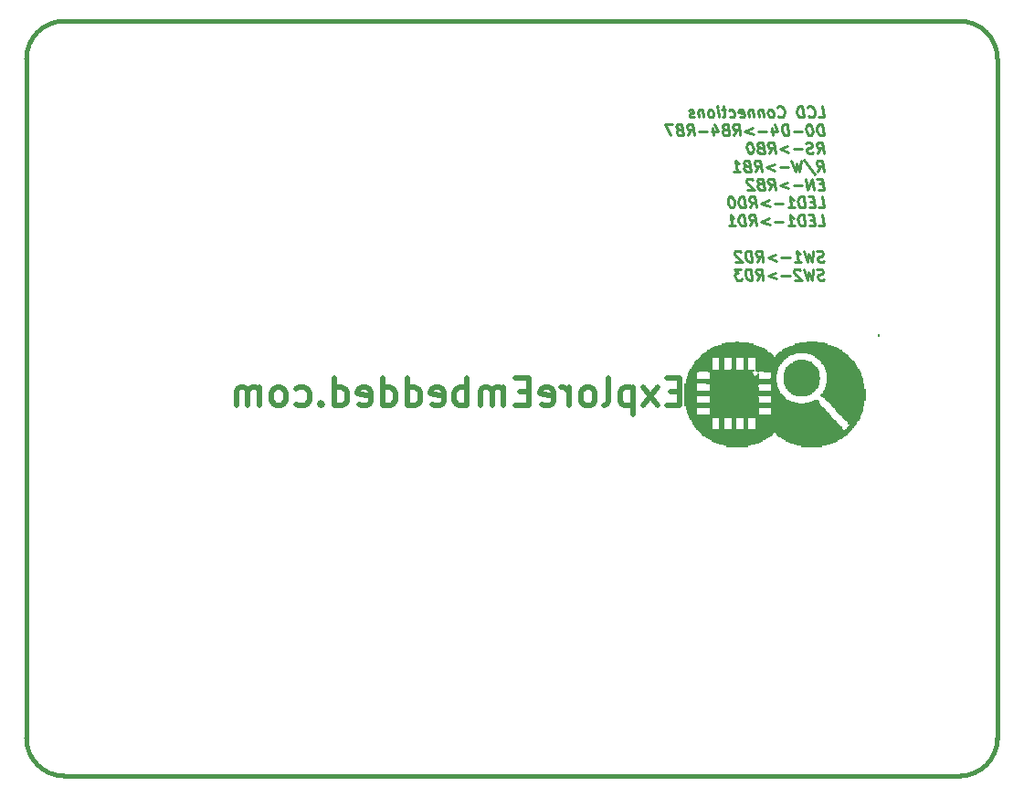
<source format=gbr>
G04 #@! TF.FileFunction,Legend,Bot*
%FSLAX46Y46*%
G04 Gerber Fmt 4.6, Leading zero omitted, Abs format (unit mm)*
G04 Created by KiCad (PCBNEW 4.0.1-stable) date 04-Oct-16 9:16:03 AM*
%MOMM*%
G01*
G04 APERTURE LIST*
%ADD10C,0.150000*%
%ADD11C,0.508000*%
%ADD12C,0.254000*%
%ADD13C,0.381000*%
%ADD14C,0.010000*%
G04 APERTURE END LIST*
D10*
D11*
X104561904Y-65318571D02*
X103715237Y-65318571D01*
X103352380Y-66649048D02*
X104561904Y-66649048D01*
X104561904Y-64109048D01*
X103352380Y-64109048D01*
X102505714Y-66649048D02*
X101175238Y-64955714D01*
X102505714Y-64955714D02*
X101175238Y-66649048D01*
X100207619Y-64955714D02*
X100207619Y-67495714D01*
X100207619Y-65076667D02*
X99965714Y-64955714D01*
X99481905Y-64955714D01*
X99240000Y-65076667D01*
X99119048Y-65197619D01*
X98998095Y-65439524D01*
X98998095Y-66165238D01*
X99119048Y-66407143D01*
X99240000Y-66528095D01*
X99481905Y-66649048D01*
X99965714Y-66649048D01*
X100207619Y-66528095D01*
X97546667Y-66649048D02*
X97788572Y-66528095D01*
X97909524Y-66286190D01*
X97909524Y-64109048D01*
X96216191Y-66649048D02*
X96458096Y-66528095D01*
X96579048Y-66407143D01*
X96700000Y-66165238D01*
X96700000Y-65439524D01*
X96579048Y-65197619D01*
X96458096Y-65076667D01*
X96216191Y-64955714D01*
X95853334Y-64955714D01*
X95611429Y-65076667D01*
X95490477Y-65197619D01*
X95369524Y-65439524D01*
X95369524Y-66165238D01*
X95490477Y-66407143D01*
X95611429Y-66528095D01*
X95853334Y-66649048D01*
X96216191Y-66649048D01*
X94280953Y-66649048D02*
X94280953Y-64955714D01*
X94280953Y-65439524D02*
X94160001Y-65197619D01*
X94039048Y-65076667D01*
X93797144Y-64955714D01*
X93555239Y-64955714D01*
X91740953Y-66528095D02*
X91982858Y-66649048D01*
X92466667Y-66649048D01*
X92708572Y-66528095D01*
X92829524Y-66286190D01*
X92829524Y-65318571D01*
X92708572Y-65076667D01*
X92466667Y-64955714D01*
X91982858Y-64955714D01*
X91740953Y-65076667D01*
X91620001Y-65318571D01*
X91620001Y-65560476D01*
X92829524Y-65802381D01*
X90531429Y-65318571D02*
X89684762Y-65318571D01*
X89321905Y-66649048D02*
X90531429Y-66649048D01*
X90531429Y-64109048D01*
X89321905Y-64109048D01*
X88233334Y-66649048D02*
X88233334Y-64955714D01*
X88233334Y-65197619D02*
X88112382Y-65076667D01*
X87870477Y-64955714D01*
X87507620Y-64955714D01*
X87265715Y-65076667D01*
X87144763Y-65318571D01*
X87144763Y-66649048D01*
X87144763Y-65318571D02*
X87023810Y-65076667D01*
X86781906Y-64955714D01*
X86419048Y-64955714D01*
X86177144Y-65076667D01*
X86056191Y-65318571D01*
X86056191Y-66649048D01*
X84846667Y-66649048D02*
X84846667Y-64109048D01*
X84846667Y-65076667D02*
X84604762Y-64955714D01*
X84120953Y-64955714D01*
X83879048Y-65076667D01*
X83758096Y-65197619D01*
X83637143Y-65439524D01*
X83637143Y-66165238D01*
X83758096Y-66407143D01*
X83879048Y-66528095D01*
X84120953Y-66649048D01*
X84604762Y-66649048D01*
X84846667Y-66528095D01*
X81580953Y-66528095D02*
X81822858Y-66649048D01*
X82306667Y-66649048D01*
X82548572Y-66528095D01*
X82669524Y-66286190D01*
X82669524Y-65318571D01*
X82548572Y-65076667D01*
X82306667Y-64955714D01*
X81822858Y-64955714D01*
X81580953Y-65076667D01*
X81460001Y-65318571D01*
X81460001Y-65560476D01*
X82669524Y-65802381D01*
X79282858Y-66649048D02*
X79282858Y-64109048D01*
X79282858Y-66528095D02*
X79524762Y-66649048D01*
X80008572Y-66649048D01*
X80250477Y-66528095D01*
X80371429Y-66407143D01*
X80492381Y-66165238D01*
X80492381Y-65439524D01*
X80371429Y-65197619D01*
X80250477Y-65076667D01*
X80008572Y-64955714D01*
X79524762Y-64955714D01*
X79282858Y-65076667D01*
X76984763Y-66649048D02*
X76984763Y-64109048D01*
X76984763Y-66528095D02*
X77226667Y-66649048D01*
X77710477Y-66649048D01*
X77952382Y-66528095D01*
X78073334Y-66407143D01*
X78194286Y-66165238D01*
X78194286Y-65439524D01*
X78073334Y-65197619D01*
X77952382Y-65076667D01*
X77710477Y-64955714D01*
X77226667Y-64955714D01*
X76984763Y-65076667D01*
X74807620Y-66528095D02*
X75049525Y-66649048D01*
X75533334Y-66649048D01*
X75775239Y-66528095D01*
X75896191Y-66286190D01*
X75896191Y-65318571D01*
X75775239Y-65076667D01*
X75533334Y-64955714D01*
X75049525Y-64955714D01*
X74807620Y-65076667D01*
X74686668Y-65318571D01*
X74686668Y-65560476D01*
X75896191Y-65802381D01*
X72509525Y-66649048D02*
X72509525Y-64109048D01*
X72509525Y-66528095D02*
X72751429Y-66649048D01*
X73235239Y-66649048D01*
X73477144Y-66528095D01*
X73598096Y-66407143D01*
X73719048Y-66165238D01*
X73719048Y-65439524D01*
X73598096Y-65197619D01*
X73477144Y-65076667D01*
X73235239Y-64955714D01*
X72751429Y-64955714D01*
X72509525Y-65076667D01*
X71300001Y-66407143D02*
X71179049Y-66528095D01*
X71300001Y-66649048D01*
X71420953Y-66528095D01*
X71300001Y-66407143D01*
X71300001Y-66649048D01*
X69001906Y-66528095D02*
X69243810Y-66649048D01*
X69727620Y-66649048D01*
X69969525Y-66528095D01*
X70090477Y-66407143D01*
X70211429Y-66165238D01*
X70211429Y-65439524D01*
X70090477Y-65197619D01*
X69969525Y-65076667D01*
X69727620Y-64955714D01*
X69243810Y-64955714D01*
X69001906Y-65076667D01*
X67550477Y-66649048D02*
X67792382Y-66528095D01*
X67913334Y-66407143D01*
X68034286Y-66165238D01*
X68034286Y-65439524D01*
X67913334Y-65197619D01*
X67792382Y-65076667D01*
X67550477Y-64955714D01*
X67187620Y-64955714D01*
X66945715Y-65076667D01*
X66824763Y-65197619D01*
X66703810Y-65439524D01*
X66703810Y-66165238D01*
X66824763Y-66407143D01*
X66945715Y-66528095D01*
X67187620Y-66649048D01*
X67550477Y-66649048D01*
X65615239Y-66649048D02*
X65615239Y-64955714D01*
X65615239Y-65197619D02*
X65494287Y-65076667D01*
X65252382Y-64955714D01*
X64889525Y-64955714D01*
X64647620Y-65076667D01*
X64526668Y-65318571D01*
X64526668Y-66649048D01*
X64526668Y-65318571D02*
X64405715Y-65076667D01*
X64163811Y-64955714D01*
X63800953Y-64955714D01*
X63559049Y-65076667D01*
X63438096Y-65318571D01*
X63438096Y-66649048D01*
D12*
X117408238Y-39906819D02*
X117892047Y-39906819D01*
X117765047Y-38890819D01*
X116476905Y-39810057D02*
X116531334Y-39858438D01*
X116682524Y-39906819D01*
X116779286Y-39906819D01*
X116918381Y-39858438D01*
X117003047Y-39761676D01*
X117039333Y-39664914D01*
X117063524Y-39471390D01*
X117045381Y-39326248D01*
X116972809Y-39132724D01*
X116912333Y-39035962D01*
X116803476Y-38939200D01*
X116652286Y-38890819D01*
X116555524Y-38890819D01*
X116416429Y-38939200D01*
X116374096Y-38987581D01*
X116053571Y-39906819D02*
X115926571Y-38890819D01*
X115684666Y-38890819D01*
X115545572Y-38939200D01*
X115460905Y-39035962D01*
X115424619Y-39132724D01*
X115400429Y-39326248D01*
X115418572Y-39471390D01*
X115491143Y-39664914D01*
X115551619Y-39761676D01*
X115660477Y-39858438D01*
X115811666Y-39906819D01*
X116053571Y-39906819D01*
X113670810Y-39810057D02*
X113725239Y-39858438D01*
X113876429Y-39906819D01*
X113973191Y-39906819D01*
X114112286Y-39858438D01*
X114196952Y-39761676D01*
X114233238Y-39664914D01*
X114257429Y-39471390D01*
X114239286Y-39326248D01*
X114166714Y-39132724D01*
X114106238Y-39035962D01*
X113997381Y-38939200D01*
X113846191Y-38890819D01*
X113749429Y-38890819D01*
X113610334Y-38939200D01*
X113568001Y-38987581D01*
X113102333Y-39906819D02*
X113193048Y-39858438D01*
X113235381Y-39810057D01*
X113271667Y-39713295D01*
X113235381Y-39423010D01*
X113174905Y-39326248D01*
X113120476Y-39277867D01*
X113017667Y-39229486D01*
X112872525Y-39229486D01*
X112781810Y-39277867D01*
X112739477Y-39326248D01*
X112703191Y-39423010D01*
X112739477Y-39713295D01*
X112799953Y-39810057D01*
X112854382Y-39858438D01*
X112957191Y-39906819D01*
X113102333Y-39906819D01*
X112243572Y-39229486D02*
X112328238Y-39906819D01*
X112255667Y-39326248D02*
X112201238Y-39277867D01*
X112098429Y-39229486D01*
X111953287Y-39229486D01*
X111862572Y-39277867D01*
X111826287Y-39374629D01*
X111892810Y-39906819D01*
X111324334Y-39229486D02*
X111409000Y-39906819D01*
X111336429Y-39326248D02*
X111282000Y-39277867D01*
X111179191Y-39229486D01*
X111034049Y-39229486D01*
X110943334Y-39277867D01*
X110907049Y-39374629D01*
X110973572Y-39906819D01*
X110096668Y-39858438D02*
X110199477Y-39906819D01*
X110393000Y-39906819D01*
X110483715Y-39858438D01*
X110520000Y-39761676D01*
X110471620Y-39374629D01*
X110411143Y-39277867D01*
X110308334Y-39229486D01*
X110114811Y-39229486D01*
X110024096Y-39277867D01*
X109987811Y-39374629D01*
X109999906Y-39471390D01*
X110495810Y-39568152D01*
X109177430Y-39858438D02*
X109280239Y-39906819D01*
X109473762Y-39906819D01*
X109564477Y-39858438D01*
X109606810Y-39810057D01*
X109643096Y-39713295D01*
X109606810Y-39423010D01*
X109546334Y-39326248D01*
X109491905Y-39277867D01*
X109389096Y-39229486D01*
X109195573Y-39229486D01*
X109104858Y-39277867D01*
X108808525Y-39229486D02*
X108421477Y-39229486D01*
X108621048Y-38890819D02*
X108729905Y-39761676D01*
X108693620Y-39858438D01*
X108602905Y-39906819D01*
X108506143Y-39906819D01*
X108167477Y-39906819D02*
X108082811Y-39229486D01*
X108040477Y-38890819D02*
X108094906Y-38939200D01*
X108052573Y-38987581D01*
X107998144Y-38939200D01*
X108040477Y-38890819D01*
X108052573Y-38987581D01*
X107538524Y-39906819D02*
X107629239Y-39858438D01*
X107671572Y-39810057D01*
X107707858Y-39713295D01*
X107671572Y-39423010D01*
X107611096Y-39326248D01*
X107556667Y-39277867D01*
X107453858Y-39229486D01*
X107308716Y-39229486D01*
X107218001Y-39277867D01*
X107175668Y-39326248D01*
X107139382Y-39423010D01*
X107175668Y-39713295D01*
X107236144Y-39810057D01*
X107290573Y-39858438D01*
X107393382Y-39906819D01*
X107538524Y-39906819D01*
X106679763Y-39229486D02*
X106764429Y-39906819D01*
X106691858Y-39326248D02*
X106637429Y-39277867D01*
X106534620Y-39229486D01*
X106389478Y-39229486D01*
X106298763Y-39277867D01*
X106262478Y-39374629D01*
X106329001Y-39906819D01*
X105887525Y-39858438D02*
X105796810Y-39906819D01*
X105603286Y-39906819D01*
X105500478Y-39858438D01*
X105440001Y-39761676D01*
X105433954Y-39713295D01*
X105470240Y-39616533D01*
X105560953Y-39568152D01*
X105706096Y-39568152D01*
X105796810Y-39519771D01*
X105833096Y-39423010D01*
X105827049Y-39374629D01*
X105766572Y-39277867D01*
X105663763Y-39229486D01*
X105518620Y-39229486D01*
X105427906Y-39277867D01*
X117892047Y-41583219D02*
X117765047Y-40567219D01*
X117523142Y-40567219D01*
X117384048Y-40615600D01*
X117299381Y-40712362D01*
X117263095Y-40809124D01*
X117238905Y-41002648D01*
X117257048Y-41147790D01*
X117329619Y-41341314D01*
X117390095Y-41438076D01*
X117498953Y-41534838D01*
X117650142Y-41583219D01*
X117892047Y-41583219D01*
X116555523Y-40567219D02*
X116458762Y-40567219D01*
X116368048Y-40615600D01*
X116325715Y-40663981D01*
X116289429Y-40760743D01*
X116265238Y-40954267D01*
X116295476Y-41196171D01*
X116368048Y-41389695D01*
X116428524Y-41486457D01*
X116482953Y-41534838D01*
X116585762Y-41583219D01*
X116682523Y-41583219D01*
X116773238Y-41534838D01*
X116815571Y-41486457D01*
X116851857Y-41389695D01*
X116876047Y-41196171D01*
X116845809Y-40954267D01*
X116773238Y-40760743D01*
X116712762Y-40663981D01*
X116658333Y-40615600D01*
X116555523Y-40567219D01*
X115860047Y-41196171D02*
X115085952Y-41196171D01*
X114650523Y-41583219D02*
X114523523Y-40567219D01*
X114281618Y-40567219D01*
X114142524Y-40615600D01*
X114057857Y-40712362D01*
X114021571Y-40809124D01*
X113997381Y-41002648D01*
X114015524Y-41147790D01*
X114088095Y-41341314D01*
X114148571Y-41438076D01*
X114257429Y-41534838D01*
X114408618Y-41583219D01*
X114650523Y-41583219D01*
X113114429Y-40905886D02*
X113199095Y-41583219D01*
X113307952Y-40518838D02*
X113640571Y-41244552D01*
X113011619Y-41244552D01*
X112618523Y-41196171D02*
X111844428Y-41196171D01*
X111324333Y-40905886D02*
X110586523Y-41196171D01*
X111396904Y-41486457D01*
X109570523Y-41583219D02*
X109848713Y-41099410D01*
X110151094Y-41583219D02*
X110024094Y-40567219D01*
X109637047Y-40567219D01*
X109546333Y-40615600D01*
X109504000Y-40663981D01*
X109467714Y-40760743D01*
X109485857Y-40905886D01*
X109546333Y-41002648D01*
X109600762Y-41051029D01*
X109703571Y-41099410D01*
X110090618Y-41099410D01*
X108729905Y-41051029D02*
X108590809Y-41099410D01*
X108548476Y-41147790D01*
X108512190Y-41244552D01*
X108530333Y-41389695D01*
X108590809Y-41486457D01*
X108645238Y-41534838D01*
X108748047Y-41583219D01*
X109135094Y-41583219D01*
X109008094Y-40567219D01*
X108669428Y-40567219D01*
X108578714Y-40615600D01*
X108536381Y-40663981D01*
X108500095Y-40760743D01*
X108512190Y-40857505D01*
X108572666Y-40954267D01*
X108627095Y-41002648D01*
X108729905Y-41051029D01*
X109068571Y-41051029D01*
X107599000Y-40905886D02*
X107683666Y-41583219D01*
X107792523Y-40518838D02*
X108125142Y-41244552D01*
X107496190Y-41244552D01*
X107103094Y-41196171D02*
X106328999Y-41196171D01*
X105312999Y-41583219D02*
X105591189Y-41099410D01*
X105893570Y-41583219D02*
X105766570Y-40567219D01*
X105379523Y-40567219D01*
X105288809Y-40615600D01*
X105246476Y-40663981D01*
X105210190Y-40760743D01*
X105228333Y-40905886D01*
X105288809Y-41002648D01*
X105343238Y-41051029D01*
X105446047Y-41099410D01*
X105833094Y-41099410D01*
X104472381Y-41051029D02*
X104333285Y-41099410D01*
X104290952Y-41147790D01*
X104254666Y-41244552D01*
X104272809Y-41389695D01*
X104333285Y-41486457D01*
X104387714Y-41534838D01*
X104490523Y-41583219D01*
X104877570Y-41583219D01*
X104750570Y-40567219D01*
X104411904Y-40567219D01*
X104321190Y-40615600D01*
X104278857Y-40663981D01*
X104242571Y-40760743D01*
X104254666Y-40857505D01*
X104315142Y-40954267D01*
X104369571Y-41002648D01*
X104472381Y-41051029D01*
X104811047Y-41051029D01*
X103831332Y-40567219D02*
X103153999Y-40567219D01*
X103716427Y-41583219D01*
X117311476Y-43259619D02*
X117589666Y-42775810D01*
X117892047Y-43259619D02*
X117765047Y-42243619D01*
X117378000Y-42243619D01*
X117287286Y-42292000D01*
X117244953Y-42340381D01*
X117208667Y-42437143D01*
X117226810Y-42582286D01*
X117287286Y-42679048D01*
X117341715Y-42727429D01*
X117444524Y-42775810D01*
X117831571Y-42775810D01*
X116918381Y-43211238D02*
X116779285Y-43259619D01*
X116537381Y-43259619D01*
X116434572Y-43211238D01*
X116380143Y-43162857D01*
X116319667Y-43066095D01*
X116307572Y-42969333D01*
X116343857Y-42872571D01*
X116386191Y-42824190D01*
X116476905Y-42775810D01*
X116664381Y-42727429D01*
X116755095Y-42679048D01*
X116797428Y-42630667D01*
X116833714Y-42533905D01*
X116821619Y-42437143D01*
X116761143Y-42340381D01*
X116706714Y-42292000D01*
X116603904Y-42243619D01*
X116362000Y-42243619D01*
X116222905Y-42292000D01*
X115860047Y-42872571D02*
X115085952Y-42872571D01*
X114565857Y-42582286D02*
X113828047Y-42872571D01*
X114638428Y-43162857D01*
X112812047Y-43259619D02*
X113090237Y-42775810D01*
X113392618Y-43259619D02*
X113265618Y-42243619D01*
X112878571Y-42243619D01*
X112787857Y-42292000D01*
X112745524Y-42340381D01*
X112709238Y-42437143D01*
X112727381Y-42582286D01*
X112787857Y-42679048D01*
X112842286Y-42727429D01*
X112945095Y-42775810D01*
X113332142Y-42775810D01*
X111971429Y-42727429D02*
X111832333Y-42775810D01*
X111790000Y-42824190D01*
X111753714Y-42920952D01*
X111771857Y-43066095D01*
X111832333Y-43162857D01*
X111886762Y-43211238D01*
X111989571Y-43259619D01*
X112376618Y-43259619D01*
X112249618Y-42243619D01*
X111910952Y-42243619D01*
X111820238Y-42292000D01*
X111777905Y-42340381D01*
X111741619Y-42437143D01*
X111753714Y-42533905D01*
X111814190Y-42630667D01*
X111868619Y-42679048D01*
X111971429Y-42727429D01*
X112310095Y-42727429D01*
X111040094Y-42243619D02*
X110943333Y-42243619D01*
X110852619Y-42292000D01*
X110810286Y-42340381D01*
X110774000Y-42437143D01*
X110749809Y-42630667D01*
X110780047Y-42872571D01*
X110852619Y-43066095D01*
X110913095Y-43162857D01*
X110967524Y-43211238D01*
X111070333Y-43259619D01*
X111167094Y-43259619D01*
X111257809Y-43211238D01*
X111300142Y-43162857D01*
X111336428Y-43066095D01*
X111360618Y-42872571D01*
X111330380Y-42630667D01*
X111257809Y-42437143D01*
X111197333Y-42340381D01*
X111142904Y-42292000D01*
X111040094Y-42243619D01*
X117311476Y-44936019D02*
X117589666Y-44452210D01*
X117892047Y-44936019D02*
X117765047Y-43920019D01*
X117378000Y-43920019D01*
X117287286Y-43968400D01*
X117244953Y-44016781D01*
X117208667Y-44113543D01*
X117226810Y-44258686D01*
X117287286Y-44355448D01*
X117341715Y-44403829D01*
X117444524Y-44452210D01*
X117831571Y-44452210D01*
X116017286Y-43871638D02*
X117051429Y-45177924D01*
X115781428Y-43920019D02*
X115666523Y-44936019D01*
X115382286Y-44210305D01*
X115279476Y-44936019D01*
X114910571Y-43920019D01*
X114602142Y-44548971D02*
X113828047Y-44548971D01*
X113307952Y-44258686D02*
X112570142Y-44548971D01*
X113380523Y-44839257D01*
X111554142Y-44936019D02*
X111832332Y-44452210D01*
X112134713Y-44936019D02*
X112007713Y-43920019D01*
X111620666Y-43920019D01*
X111529952Y-43968400D01*
X111487619Y-44016781D01*
X111451333Y-44113543D01*
X111469476Y-44258686D01*
X111529952Y-44355448D01*
X111584381Y-44403829D01*
X111687190Y-44452210D01*
X112074237Y-44452210D01*
X110713524Y-44403829D02*
X110574428Y-44452210D01*
X110532095Y-44500590D01*
X110495809Y-44597352D01*
X110513952Y-44742495D01*
X110574428Y-44839257D01*
X110628857Y-44887638D01*
X110731666Y-44936019D01*
X111118713Y-44936019D01*
X110991713Y-43920019D01*
X110653047Y-43920019D01*
X110562333Y-43968400D01*
X110520000Y-44016781D01*
X110483714Y-44113543D01*
X110495809Y-44210305D01*
X110556285Y-44307067D01*
X110610714Y-44355448D01*
X110713524Y-44403829D01*
X111052190Y-44403829D01*
X109570523Y-44936019D02*
X110151094Y-44936019D01*
X109860808Y-44936019D02*
X109733808Y-43920019D01*
X109848713Y-44065162D01*
X109957570Y-44161924D01*
X110060380Y-44210305D01*
X117825524Y-46080229D02*
X117486858Y-46080229D01*
X117408238Y-46612419D02*
X117892047Y-46612419D01*
X117765047Y-45596419D01*
X117281238Y-45596419D01*
X116972809Y-46612419D02*
X116845809Y-45596419D01*
X116392238Y-46612419D01*
X116265238Y-45596419D01*
X115860047Y-46225371D02*
X115085952Y-46225371D01*
X114565857Y-45935086D02*
X113828047Y-46225371D01*
X114638428Y-46515657D01*
X112812047Y-46612419D02*
X113090237Y-46128610D01*
X113392618Y-46612419D02*
X113265618Y-45596419D01*
X112878571Y-45596419D01*
X112787857Y-45644800D01*
X112745524Y-45693181D01*
X112709238Y-45789943D01*
X112727381Y-45935086D01*
X112787857Y-46031848D01*
X112842286Y-46080229D01*
X112945095Y-46128610D01*
X113332142Y-46128610D01*
X111971429Y-46080229D02*
X111832333Y-46128610D01*
X111790000Y-46176990D01*
X111753714Y-46273752D01*
X111771857Y-46418895D01*
X111832333Y-46515657D01*
X111886762Y-46564038D01*
X111989571Y-46612419D01*
X112376618Y-46612419D01*
X112249618Y-45596419D01*
X111910952Y-45596419D01*
X111820238Y-45644800D01*
X111777905Y-45693181D01*
X111741619Y-45789943D01*
X111753714Y-45886705D01*
X111814190Y-45983467D01*
X111868619Y-46031848D01*
X111971429Y-46080229D01*
X112310095Y-46080229D01*
X111294095Y-45693181D02*
X111239666Y-45644800D01*
X111136856Y-45596419D01*
X110894952Y-45596419D01*
X110804238Y-45644800D01*
X110761905Y-45693181D01*
X110725619Y-45789943D01*
X110737714Y-45886705D01*
X110804238Y-46031848D01*
X111457380Y-46612419D01*
X110828428Y-46612419D01*
X117408238Y-48288819D02*
X117892047Y-48288819D01*
X117765047Y-47272819D01*
X117003048Y-47756629D02*
X116664382Y-47756629D01*
X116585762Y-48288819D02*
X117069571Y-48288819D01*
X116942571Y-47272819D01*
X116458762Y-47272819D01*
X116150333Y-48288819D02*
X116023333Y-47272819D01*
X115781428Y-47272819D01*
X115642334Y-47321200D01*
X115557667Y-47417962D01*
X115521381Y-47514724D01*
X115497191Y-47708248D01*
X115515334Y-47853390D01*
X115587905Y-48046914D01*
X115648381Y-48143676D01*
X115757239Y-48240438D01*
X115908428Y-48288819D01*
X116150333Y-48288819D01*
X114602143Y-48288819D02*
X115182714Y-48288819D01*
X114892428Y-48288819D02*
X114765428Y-47272819D01*
X114880333Y-47417962D01*
X114989190Y-47514724D01*
X115092000Y-47563105D01*
X114118333Y-47901771D02*
X113344238Y-47901771D01*
X112824143Y-47611486D02*
X112086333Y-47901771D01*
X112896714Y-48192057D01*
X111070333Y-48288819D02*
X111348523Y-47805010D01*
X111650904Y-48288819D02*
X111523904Y-47272819D01*
X111136857Y-47272819D01*
X111046143Y-47321200D01*
X111003810Y-47369581D01*
X110967524Y-47466343D01*
X110985667Y-47611486D01*
X111046143Y-47708248D01*
X111100572Y-47756629D01*
X111203381Y-47805010D01*
X111590428Y-47805010D01*
X110634904Y-48288819D02*
X110507904Y-47272819D01*
X110265999Y-47272819D01*
X110126905Y-47321200D01*
X110042238Y-47417962D01*
X110005952Y-47514724D01*
X109981762Y-47708248D01*
X109999905Y-47853390D01*
X110072476Y-48046914D01*
X110132952Y-48143676D01*
X110241810Y-48240438D01*
X110392999Y-48288819D01*
X110634904Y-48288819D01*
X109298380Y-47272819D02*
X109201619Y-47272819D01*
X109110905Y-47321200D01*
X109068572Y-47369581D01*
X109032286Y-47466343D01*
X109008095Y-47659867D01*
X109038333Y-47901771D01*
X109110905Y-48095295D01*
X109171381Y-48192057D01*
X109225810Y-48240438D01*
X109328619Y-48288819D01*
X109425380Y-48288819D01*
X109516095Y-48240438D01*
X109558428Y-48192057D01*
X109594714Y-48095295D01*
X109618904Y-47901771D01*
X109588666Y-47659867D01*
X109516095Y-47466343D01*
X109455619Y-47369581D01*
X109401190Y-47321200D01*
X109298380Y-47272819D01*
X117408238Y-49965219D02*
X117892047Y-49965219D01*
X117765047Y-48949219D01*
X117003048Y-49433029D02*
X116664382Y-49433029D01*
X116585762Y-49965219D02*
X117069571Y-49965219D01*
X116942571Y-48949219D01*
X116458762Y-48949219D01*
X116150333Y-49965219D02*
X116023333Y-48949219D01*
X115781428Y-48949219D01*
X115642334Y-48997600D01*
X115557667Y-49094362D01*
X115521381Y-49191124D01*
X115497191Y-49384648D01*
X115515334Y-49529790D01*
X115587905Y-49723314D01*
X115648381Y-49820076D01*
X115757239Y-49916838D01*
X115908428Y-49965219D01*
X116150333Y-49965219D01*
X114602143Y-49965219D02*
X115182714Y-49965219D01*
X114892428Y-49965219D02*
X114765428Y-48949219D01*
X114880333Y-49094362D01*
X114989190Y-49191124D01*
X115092000Y-49239505D01*
X114118333Y-49578171D02*
X113344238Y-49578171D01*
X112824143Y-49287886D02*
X112086333Y-49578171D01*
X112896714Y-49868457D01*
X111070333Y-49965219D02*
X111348523Y-49481410D01*
X111650904Y-49965219D02*
X111523904Y-48949219D01*
X111136857Y-48949219D01*
X111046143Y-48997600D01*
X111003810Y-49045981D01*
X110967524Y-49142743D01*
X110985667Y-49287886D01*
X111046143Y-49384648D01*
X111100572Y-49433029D01*
X111203381Y-49481410D01*
X111590428Y-49481410D01*
X110634904Y-49965219D02*
X110507904Y-48949219D01*
X110265999Y-48949219D01*
X110126905Y-48997600D01*
X110042238Y-49094362D01*
X110005952Y-49191124D01*
X109981762Y-49384648D01*
X109999905Y-49529790D01*
X110072476Y-49723314D01*
X110132952Y-49820076D01*
X110241810Y-49916838D01*
X110392999Y-49965219D01*
X110634904Y-49965219D01*
X109086714Y-49965219D02*
X109667285Y-49965219D01*
X109376999Y-49965219D02*
X109249999Y-48949219D01*
X109364904Y-49094362D01*
X109473761Y-49191124D01*
X109576571Y-49239505D01*
X117934381Y-53269638D02*
X117795285Y-53318019D01*
X117553381Y-53318019D01*
X117450572Y-53269638D01*
X117396143Y-53221257D01*
X117335667Y-53124495D01*
X117323572Y-53027733D01*
X117359857Y-52930971D01*
X117402191Y-52882590D01*
X117492905Y-52834210D01*
X117680381Y-52785829D01*
X117771095Y-52737448D01*
X117813428Y-52689067D01*
X117849714Y-52592305D01*
X117837619Y-52495543D01*
X117777143Y-52398781D01*
X117722714Y-52350400D01*
X117619904Y-52302019D01*
X117378000Y-52302019D01*
X117238905Y-52350400D01*
X116894190Y-52302019D02*
X116779285Y-53318019D01*
X116495048Y-52592305D01*
X116392238Y-53318019D01*
X116023333Y-52302019D01*
X115231095Y-53318019D02*
X115811666Y-53318019D01*
X115521380Y-53318019D02*
X115394380Y-52302019D01*
X115509285Y-52447162D01*
X115618142Y-52543924D01*
X115720952Y-52592305D01*
X114747285Y-52930971D02*
X113973190Y-52930971D01*
X113453095Y-52640686D02*
X112715285Y-52930971D01*
X113525666Y-53221257D01*
X111699285Y-53318019D02*
X111977475Y-52834210D01*
X112279856Y-53318019D02*
X112152856Y-52302019D01*
X111765809Y-52302019D01*
X111675095Y-52350400D01*
X111632762Y-52398781D01*
X111596476Y-52495543D01*
X111614619Y-52640686D01*
X111675095Y-52737448D01*
X111729524Y-52785829D01*
X111832333Y-52834210D01*
X112219380Y-52834210D01*
X111263856Y-53318019D02*
X111136856Y-52302019D01*
X110894951Y-52302019D01*
X110755857Y-52350400D01*
X110671190Y-52447162D01*
X110634904Y-52543924D01*
X110610714Y-52737448D01*
X110628857Y-52882590D01*
X110701428Y-53076114D01*
X110761904Y-53172876D01*
X110870762Y-53269638D01*
X111021951Y-53318019D01*
X111263856Y-53318019D01*
X110181333Y-52398781D02*
X110126904Y-52350400D01*
X110024094Y-52302019D01*
X109782190Y-52302019D01*
X109691476Y-52350400D01*
X109649143Y-52398781D01*
X109612857Y-52495543D01*
X109624952Y-52592305D01*
X109691476Y-52737448D01*
X110344618Y-53318019D01*
X109715666Y-53318019D01*
X117934381Y-54946038D02*
X117795285Y-54994419D01*
X117553381Y-54994419D01*
X117450572Y-54946038D01*
X117396143Y-54897657D01*
X117335667Y-54800895D01*
X117323572Y-54704133D01*
X117359857Y-54607371D01*
X117402191Y-54558990D01*
X117492905Y-54510610D01*
X117680381Y-54462229D01*
X117771095Y-54413848D01*
X117813428Y-54365467D01*
X117849714Y-54268705D01*
X117837619Y-54171943D01*
X117777143Y-54075181D01*
X117722714Y-54026800D01*
X117619904Y-53978419D01*
X117378000Y-53978419D01*
X117238905Y-54026800D01*
X116894190Y-53978419D02*
X116779285Y-54994419D01*
X116495048Y-54268705D01*
X116392238Y-54994419D01*
X116023333Y-53978419D01*
X115696762Y-54075181D02*
X115642333Y-54026800D01*
X115539523Y-53978419D01*
X115297619Y-53978419D01*
X115206905Y-54026800D01*
X115164572Y-54075181D01*
X115128286Y-54171943D01*
X115140381Y-54268705D01*
X115206905Y-54413848D01*
X115860047Y-54994419D01*
X115231095Y-54994419D01*
X114747285Y-54607371D02*
X113973190Y-54607371D01*
X113453095Y-54317086D02*
X112715285Y-54607371D01*
X113525666Y-54897657D01*
X111699285Y-54994419D02*
X111977475Y-54510610D01*
X112279856Y-54994419D02*
X112152856Y-53978419D01*
X111765809Y-53978419D01*
X111675095Y-54026800D01*
X111632762Y-54075181D01*
X111596476Y-54171943D01*
X111614619Y-54317086D01*
X111675095Y-54413848D01*
X111729524Y-54462229D01*
X111832333Y-54510610D01*
X112219380Y-54510610D01*
X111263856Y-54994419D02*
X111136856Y-53978419D01*
X110894951Y-53978419D01*
X110755857Y-54026800D01*
X110671190Y-54123562D01*
X110634904Y-54220324D01*
X110610714Y-54413848D01*
X110628857Y-54558990D01*
X110701428Y-54752514D01*
X110761904Y-54849276D01*
X110870762Y-54946038D01*
X111021951Y-54994419D01*
X111263856Y-54994419D01*
X110217618Y-53978419D02*
X109588666Y-53978419D01*
X109975713Y-54365467D01*
X109830571Y-54365467D01*
X109739857Y-54413848D01*
X109697524Y-54462229D01*
X109661238Y-54558990D01*
X109691476Y-54800895D01*
X109751952Y-54897657D01*
X109806381Y-54946038D01*
X109909190Y-54994419D01*
X110199475Y-54994419D01*
X110290190Y-54946038D01*
X110332523Y-54897657D01*
D13*
X47500000Y-101000000D02*
X130500000Y-101000000D01*
X44000000Y-34500000D02*
X44000000Y-97500000D01*
X48500000Y-31000000D02*
X47500000Y-31000000D01*
X130500000Y-31000000D02*
X48500000Y-31000000D01*
X134000000Y-97500000D02*
X134000000Y-34500000D01*
X130500000Y-101000000D02*
G75*
G03X134000000Y-97500000I0J3500000D01*
G01*
X44000000Y-97500000D02*
G75*
G03X47500000Y-101000000I3500000J0D01*
G01*
X47500000Y-31000000D02*
G75*
G03X44000000Y-34500000I0J-3500000D01*
G01*
X134000000Y-34500000D02*
G75*
G03X130500000Y-31000000I-3500000J0D01*
G01*
D14*
G36*
X123000000Y-60000000D02*
X122900000Y-60000000D01*
X122900000Y-60100000D01*
X123000000Y-60100000D01*
X123000000Y-60000000D01*
X123000000Y-60000000D01*
G37*
X123000000Y-60000000D02*
X122900000Y-60000000D01*
X122900000Y-60100000D01*
X123000000Y-60100000D01*
X123000000Y-60000000D01*
G36*
X123000000Y-60100000D02*
X122900000Y-60100000D01*
X122900000Y-60200000D01*
X123000000Y-60200000D01*
X123000000Y-60100000D01*
X123000000Y-60100000D01*
G37*
X123000000Y-60100000D02*
X122900000Y-60100000D01*
X122900000Y-60200000D01*
X123000000Y-60200000D01*
X123000000Y-60100000D01*
G36*
X117200000Y-60700000D02*
X117100000Y-60700000D01*
X117100000Y-60800000D01*
X117200000Y-60800000D01*
X117200000Y-60700000D01*
X117200000Y-60700000D01*
G37*
X117200000Y-60700000D02*
X117100000Y-60700000D01*
X117100000Y-60800000D01*
X117200000Y-60800000D01*
X117200000Y-60700000D01*
G36*
X117100000Y-60700000D02*
X117000000Y-60700000D01*
X117000000Y-60800000D01*
X117100000Y-60800000D01*
X117100000Y-60700000D01*
X117100000Y-60700000D01*
G37*
X117100000Y-60700000D02*
X117000000Y-60700000D01*
X117000000Y-60800000D01*
X117100000Y-60800000D01*
X117100000Y-60700000D01*
G36*
X117000000Y-60700000D02*
X116900000Y-60700000D01*
X116900000Y-60800000D01*
X117000000Y-60800000D01*
X117000000Y-60700000D01*
X117000000Y-60700000D01*
G37*
X117000000Y-60700000D02*
X116900000Y-60700000D01*
X116900000Y-60800000D01*
X117000000Y-60800000D01*
X117000000Y-60700000D01*
G36*
X116900000Y-60700000D02*
X116800000Y-60700000D01*
X116800000Y-60800000D01*
X116900000Y-60800000D01*
X116900000Y-60700000D01*
X116900000Y-60700000D01*
G37*
X116900000Y-60700000D02*
X116800000Y-60700000D01*
X116800000Y-60800000D01*
X116900000Y-60800000D01*
X116900000Y-60700000D01*
G36*
X116800000Y-60700000D02*
X116700000Y-60700000D01*
X116700000Y-60800000D01*
X116800000Y-60800000D01*
X116800000Y-60700000D01*
X116800000Y-60700000D01*
G37*
X116800000Y-60700000D02*
X116700000Y-60700000D01*
X116700000Y-60800000D01*
X116800000Y-60800000D01*
X116800000Y-60700000D01*
G36*
X116700000Y-60700000D02*
X116600000Y-60700000D01*
X116600000Y-60800000D01*
X116700000Y-60800000D01*
X116700000Y-60700000D01*
X116700000Y-60700000D01*
G37*
X116700000Y-60700000D02*
X116600000Y-60700000D01*
X116600000Y-60800000D01*
X116700000Y-60800000D01*
X116700000Y-60700000D01*
G36*
X116600000Y-60700000D02*
X116500000Y-60700000D01*
X116500000Y-60800000D01*
X116600000Y-60800000D01*
X116600000Y-60700000D01*
X116600000Y-60700000D01*
G37*
X116600000Y-60700000D02*
X116500000Y-60700000D01*
X116500000Y-60800000D01*
X116600000Y-60800000D01*
X116600000Y-60700000D01*
G36*
X116500000Y-60700000D02*
X116400000Y-60700000D01*
X116400000Y-60800000D01*
X116500000Y-60800000D01*
X116500000Y-60700000D01*
X116500000Y-60700000D01*
G37*
X116500000Y-60700000D02*
X116400000Y-60700000D01*
X116400000Y-60800000D01*
X116500000Y-60800000D01*
X116500000Y-60700000D01*
G36*
X116400000Y-60700000D02*
X116300000Y-60700000D01*
X116300000Y-60800000D01*
X116400000Y-60800000D01*
X116400000Y-60700000D01*
X116400000Y-60700000D01*
G37*
X116400000Y-60700000D02*
X116300000Y-60700000D01*
X116300000Y-60800000D01*
X116400000Y-60800000D01*
X116400000Y-60700000D01*
G36*
X110000000Y-60700000D02*
X109900000Y-60700000D01*
X109900000Y-60800000D01*
X110000000Y-60800000D01*
X110000000Y-60700000D01*
X110000000Y-60700000D01*
G37*
X110000000Y-60700000D02*
X109900000Y-60700000D01*
X109900000Y-60800000D01*
X110000000Y-60800000D01*
X110000000Y-60700000D01*
G36*
X109900000Y-60700000D02*
X109800000Y-60700000D01*
X109800000Y-60800000D01*
X109900000Y-60800000D01*
X109900000Y-60700000D01*
X109900000Y-60700000D01*
G37*
X109900000Y-60700000D02*
X109800000Y-60700000D01*
X109800000Y-60800000D01*
X109900000Y-60800000D01*
X109900000Y-60700000D01*
G36*
X109800000Y-60700000D02*
X109700000Y-60700000D01*
X109700000Y-60800000D01*
X109800000Y-60800000D01*
X109800000Y-60700000D01*
X109800000Y-60700000D01*
G37*
X109800000Y-60700000D02*
X109700000Y-60700000D01*
X109700000Y-60800000D01*
X109800000Y-60800000D01*
X109800000Y-60700000D01*
G36*
X117900000Y-60800000D02*
X117800000Y-60800000D01*
X117800000Y-60900000D01*
X117900000Y-60900000D01*
X117900000Y-60800000D01*
X117900000Y-60800000D01*
G37*
X117900000Y-60800000D02*
X117800000Y-60800000D01*
X117800000Y-60900000D01*
X117900000Y-60900000D01*
X117900000Y-60800000D01*
G36*
X117800000Y-60800000D02*
X117700000Y-60800000D01*
X117700000Y-60900000D01*
X117800000Y-60900000D01*
X117800000Y-60800000D01*
X117800000Y-60800000D01*
G37*
X117800000Y-60800000D02*
X117700000Y-60800000D01*
X117700000Y-60900000D01*
X117800000Y-60900000D01*
X117800000Y-60800000D01*
G36*
X117700000Y-60800000D02*
X117600000Y-60800000D01*
X117600000Y-60900000D01*
X117700000Y-60900000D01*
X117700000Y-60800000D01*
X117700000Y-60800000D01*
G37*
X117700000Y-60800000D02*
X117600000Y-60800000D01*
X117600000Y-60900000D01*
X117700000Y-60900000D01*
X117700000Y-60800000D01*
G36*
X117600000Y-60800000D02*
X117500000Y-60800000D01*
X117500000Y-60900000D01*
X117600000Y-60900000D01*
X117600000Y-60800000D01*
X117600000Y-60800000D01*
G37*
X117600000Y-60800000D02*
X117500000Y-60800000D01*
X117500000Y-60900000D01*
X117600000Y-60900000D01*
X117600000Y-60800000D01*
G36*
X117500000Y-60800000D02*
X117400000Y-60800000D01*
X117400000Y-60900000D01*
X117500000Y-60900000D01*
X117500000Y-60800000D01*
X117500000Y-60800000D01*
G37*
X117500000Y-60800000D02*
X117400000Y-60800000D01*
X117400000Y-60900000D01*
X117500000Y-60900000D01*
X117500000Y-60800000D01*
G36*
X117400000Y-60800000D02*
X117300000Y-60800000D01*
X117300000Y-60900000D01*
X117400000Y-60900000D01*
X117400000Y-60800000D01*
X117400000Y-60800000D01*
G37*
X117400000Y-60800000D02*
X117300000Y-60800000D01*
X117300000Y-60900000D01*
X117400000Y-60900000D01*
X117400000Y-60800000D01*
G36*
X117300000Y-60800000D02*
X117200000Y-60800000D01*
X117200000Y-60900000D01*
X117300000Y-60900000D01*
X117300000Y-60800000D01*
X117300000Y-60800000D01*
G37*
X117300000Y-60800000D02*
X117200000Y-60800000D01*
X117200000Y-60900000D01*
X117300000Y-60900000D01*
X117300000Y-60800000D01*
G36*
X117200000Y-60800000D02*
X117100000Y-60800000D01*
X117100000Y-60900000D01*
X117200000Y-60900000D01*
X117200000Y-60800000D01*
X117200000Y-60800000D01*
G37*
X117200000Y-60800000D02*
X117100000Y-60800000D01*
X117100000Y-60900000D01*
X117200000Y-60900000D01*
X117200000Y-60800000D01*
G36*
X117100000Y-60800000D02*
X117000000Y-60800000D01*
X117000000Y-60900000D01*
X117100000Y-60900000D01*
X117100000Y-60800000D01*
X117100000Y-60800000D01*
G37*
X117100000Y-60800000D02*
X117000000Y-60800000D01*
X117000000Y-60900000D01*
X117100000Y-60900000D01*
X117100000Y-60800000D01*
G36*
X117000000Y-60800000D02*
X116900000Y-60800000D01*
X116900000Y-60900000D01*
X117000000Y-60900000D01*
X117000000Y-60800000D01*
X117000000Y-60800000D01*
G37*
X117000000Y-60800000D02*
X116900000Y-60800000D01*
X116900000Y-60900000D01*
X117000000Y-60900000D01*
X117000000Y-60800000D01*
G36*
X116900000Y-60800000D02*
X116800000Y-60800000D01*
X116800000Y-60900000D01*
X116900000Y-60900000D01*
X116900000Y-60800000D01*
X116900000Y-60800000D01*
G37*
X116900000Y-60800000D02*
X116800000Y-60800000D01*
X116800000Y-60900000D01*
X116900000Y-60900000D01*
X116900000Y-60800000D01*
G36*
X116800000Y-60800000D02*
X116700000Y-60800000D01*
X116700000Y-60900000D01*
X116800000Y-60900000D01*
X116800000Y-60800000D01*
X116800000Y-60800000D01*
G37*
X116800000Y-60800000D02*
X116700000Y-60800000D01*
X116700000Y-60900000D01*
X116800000Y-60900000D01*
X116800000Y-60800000D01*
G36*
X116700000Y-60800000D02*
X116600000Y-60800000D01*
X116600000Y-60900000D01*
X116700000Y-60900000D01*
X116700000Y-60800000D01*
X116700000Y-60800000D01*
G37*
X116700000Y-60800000D02*
X116600000Y-60800000D01*
X116600000Y-60900000D01*
X116700000Y-60900000D01*
X116700000Y-60800000D01*
G36*
X116600000Y-60800000D02*
X116500000Y-60800000D01*
X116500000Y-60900000D01*
X116600000Y-60900000D01*
X116600000Y-60800000D01*
X116600000Y-60800000D01*
G37*
X116600000Y-60800000D02*
X116500000Y-60800000D01*
X116500000Y-60900000D01*
X116600000Y-60900000D01*
X116600000Y-60800000D01*
G36*
X116500000Y-60800000D02*
X116400000Y-60800000D01*
X116400000Y-60900000D01*
X116500000Y-60900000D01*
X116500000Y-60800000D01*
X116500000Y-60800000D01*
G37*
X116500000Y-60800000D02*
X116400000Y-60800000D01*
X116400000Y-60900000D01*
X116500000Y-60900000D01*
X116500000Y-60800000D01*
G36*
X116400000Y-60800000D02*
X116300000Y-60800000D01*
X116300000Y-60900000D01*
X116400000Y-60900000D01*
X116400000Y-60800000D01*
X116400000Y-60800000D01*
G37*
X116400000Y-60800000D02*
X116300000Y-60800000D01*
X116300000Y-60900000D01*
X116400000Y-60900000D01*
X116400000Y-60800000D01*
G36*
X116300000Y-60800000D02*
X116200000Y-60800000D01*
X116200000Y-60900000D01*
X116300000Y-60900000D01*
X116300000Y-60800000D01*
X116300000Y-60800000D01*
G37*
X116300000Y-60800000D02*
X116200000Y-60800000D01*
X116200000Y-60900000D01*
X116300000Y-60900000D01*
X116300000Y-60800000D01*
G36*
X116200000Y-60800000D02*
X116100000Y-60800000D01*
X116100000Y-60900000D01*
X116200000Y-60900000D01*
X116200000Y-60800000D01*
X116200000Y-60800000D01*
G37*
X116200000Y-60800000D02*
X116100000Y-60800000D01*
X116100000Y-60900000D01*
X116200000Y-60900000D01*
X116200000Y-60800000D01*
G36*
X116100000Y-60800000D02*
X116000000Y-60800000D01*
X116000000Y-60900000D01*
X116100000Y-60900000D01*
X116100000Y-60800000D01*
X116100000Y-60800000D01*
G37*
X116100000Y-60800000D02*
X116000000Y-60800000D01*
X116000000Y-60900000D01*
X116100000Y-60900000D01*
X116100000Y-60800000D01*
G36*
X116000000Y-60800000D02*
X115900000Y-60800000D01*
X115900000Y-60900000D01*
X116000000Y-60900000D01*
X116000000Y-60800000D01*
X116000000Y-60800000D01*
G37*
X116000000Y-60800000D02*
X115900000Y-60800000D01*
X115900000Y-60900000D01*
X116000000Y-60900000D01*
X116000000Y-60800000D01*
G36*
X115900000Y-60800000D02*
X115800000Y-60800000D01*
X115800000Y-60900000D01*
X115900000Y-60900000D01*
X115900000Y-60800000D01*
X115900000Y-60800000D01*
G37*
X115900000Y-60800000D02*
X115800000Y-60800000D01*
X115800000Y-60900000D01*
X115900000Y-60900000D01*
X115900000Y-60800000D01*
G36*
X115800000Y-60800000D02*
X115700000Y-60800000D01*
X115700000Y-60900000D01*
X115800000Y-60900000D01*
X115800000Y-60800000D01*
X115800000Y-60800000D01*
G37*
X115800000Y-60800000D02*
X115700000Y-60800000D01*
X115700000Y-60900000D01*
X115800000Y-60900000D01*
X115800000Y-60800000D01*
G36*
X115700000Y-60800000D02*
X115600000Y-60800000D01*
X115600000Y-60900000D01*
X115700000Y-60900000D01*
X115700000Y-60800000D01*
X115700000Y-60800000D01*
G37*
X115700000Y-60800000D02*
X115600000Y-60800000D01*
X115600000Y-60900000D01*
X115700000Y-60900000D01*
X115700000Y-60800000D01*
G36*
X110900000Y-60800000D02*
X110800000Y-60800000D01*
X110800000Y-60900000D01*
X110900000Y-60900000D01*
X110900000Y-60800000D01*
X110900000Y-60800000D01*
G37*
X110900000Y-60800000D02*
X110800000Y-60800000D01*
X110800000Y-60900000D01*
X110900000Y-60900000D01*
X110900000Y-60800000D01*
G36*
X110800000Y-60800000D02*
X110700000Y-60800000D01*
X110700000Y-60900000D01*
X110800000Y-60900000D01*
X110800000Y-60800000D01*
X110800000Y-60800000D01*
G37*
X110800000Y-60800000D02*
X110700000Y-60800000D01*
X110700000Y-60900000D01*
X110800000Y-60900000D01*
X110800000Y-60800000D01*
G36*
X110700000Y-60800000D02*
X110600000Y-60800000D01*
X110600000Y-60900000D01*
X110700000Y-60900000D01*
X110700000Y-60800000D01*
X110700000Y-60800000D01*
G37*
X110700000Y-60800000D02*
X110600000Y-60800000D01*
X110600000Y-60900000D01*
X110700000Y-60900000D01*
X110700000Y-60800000D01*
G36*
X110600000Y-60800000D02*
X110500000Y-60800000D01*
X110500000Y-60900000D01*
X110600000Y-60900000D01*
X110600000Y-60800000D01*
X110600000Y-60800000D01*
G37*
X110600000Y-60800000D02*
X110500000Y-60800000D01*
X110500000Y-60900000D01*
X110600000Y-60900000D01*
X110600000Y-60800000D01*
G36*
X110500000Y-60800000D02*
X110400000Y-60800000D01*
X110400000Y-60900000D01*
X110500000Y-60900000D01*
X110500000Y-60800000D01*
X110500000Y-60800000D01*
G37*
X110500000Y-60800000D02*
X110400000Y-60800000D01*
X110400000Y-60900000D01*
X110500000Y-60900000D01*
X110500000Y-60800000D01*
G36*
X110400000Y-60800000D02*
X110300000Y-60800000D01*
X110300000Y-60900000D01*
X110400000Y-60900000D01*
X110400000Y-60800000D01*
X110400000Y-60800000D01*
G37*
X110400000Y-60800000D02*
X110300000Y-60800000D01*
X110300000Y-60900000D01*
X110400000Y-60900000D01*
X110400000Y-60800000D01*
G36*
X110300000Y-60800000D02*
X110200000Y-60800000D01*
X110200000Y-60900000D01*
X110300000Y-60900000D01*
X110300000Y-60800000D01*
X110300000Y-60800000D01*
G37*
X110300000Y-60800000D02*
X110200000Y-60800000D01*
X110200000Y-60900000D01*
X110300000Y-60900000D01*
X110300000Y-60800000D01*
G36*
X110200000Y-60800000D02*
X110100000Y-60800000D01*
X110100000Y-60900000D01*
X110200000Y-60900000D01*
X110200000Y-60800000D01*
X110200000Y-60800000D01*
G37*
X110200000Y-60800000D02*
X110100000Y-60800000D01*
X110100000Y-60900000D01*
X110200000Y-60900000D01*
X110200000Y-60800000D01*
G36*
X110100000Y-60800000D02*
X110000000Y-60800000D01*
X110000000Y-60900000D01*
X110100000Y-60900000D01*
X110100000Y-60800000D01*
X110100000Y-60800000D01*
G37*
X110100000Y-60800000D02*
X110000000Y-60800000D01*
X110000000Y-60900000D01*
X110100000Y-60900000D01*
X110100000Y-60800000D01*
G36*
X110000000Y-60800000D02*
X109900000Y-60800000D01*
X109900000Y-60900000D01*
X110000000Y-60900000D01*
X110000000Y-60800000D01*
X110000000Y-60800000D01*
G37*
X110000000Y-60800000D02*
X109900000Y-60800000D01*
X109900000Y-60900000D01*
X110000000Y-60900000D01*
X110000000Y-60800000D01*
G36*
X109900000Y-60800000D02*
X109800000Y-60800000D01*
X109800000Y-60900000D01*
X109900000Y-60900000D01*
X109900000Y-60800000D01*
X109900000Y-60800000D01*
G37*
X109900000Y-60800000D02*
X109800000Y-60800000D01*
X109800000Y-60900000D01*
X109900000Y-60900000D01*
X109900000Y-60800000D01*
G36*
X109800000Y-60800000D02*
X109700000Y-60800000D01*
X109700000Y-60900000D01*
X109800000Y-60900000D01*
X109800000Y-60800000D01*
X109800000Y-60800000D01*
G37*
X109800000Y-60800000D02*
X109700000Y-60800000D01*
X109700000Y-60900000D01*
X109800000Y-60900000D01*
X109800000Y-60800000D01*
G36*
X109700000Y-60800000D02*
X109600000Y-60800000D01*
X109600000Y-60900000D01*
X109700000Y-60900000D01*
X109700000Y-60800000D01*
X109700000Y-60800000D01*
G37*
X109700000Y-60800000D02*
X109600000Y-60800000D01*
X109600000Y-60900000D01*
X109700000Y-60900000D01*
X109700000Y-60800000D01*
G36*
X109600000Y-60800000D02*
X109500000Y-60800000D01*
X109500000Y-60900000D01*
X109600000Y-60900000D01*
X109600000Y-60800000D01*
X109600000Y-60800000D01*
G37*
X109600000Y-60800000D02*
X109500000Y-60800000D01*
X109500000Y-60900000D01*
X109600000Y-60900000D01*
X109600000Y-60800000D01*
G36*
X109500000Y-60800000D02*
X109400000Y-60800000D01*
X109400000Y-60900000D01*
X109500000Y-60900000D01*
X109500000Y-60800000D01*
X109500000Y-60800000D01*
G37*
X109500000Y-60800000D02*
X109400000Y-60800000D01*
X109400000Y-60900000D01*
X109500000Y-60900000D01*
X109500000Y-60800000D01*
G36*
X109400000Y-60800000D02*
X109300000Y-60800000D01*
X109300000Y-60900000D01*
X109400000Y-60900000D01*
X109400000Y-60800000D01*
X109400000Y-60800000D01*
G37*
X109400000Y-60800000D02*
X109300000Y-60800000D01*
X109300000Y-60900000D01*
X109400000Y-60900000D01*
X109400000Y-60800000D01*
G36*
X109300000Y-60800000D02*
X109200000Y-60800000D01*
X109200000Y-60900000D01*
X109300000Y-60900000D01*
X109300000Y-60800000D01*
X109300000Y-60800000D01*
G37*
X109300000Y-60800000D02*
X109200000Y-60800000D01*
X109200000Y-60900000D01*
X109300000Y-60900000D01*
X109300000Y-60800000D01*
G36*
X109200000Y-60800000D02*
X109100000Y-60800000D01*
X109100000Y-60900000D01*
X109200000Y-60900000D01*
X109200000Y-60800000D01*
X109200000Y-60800000D01*
G37*
X109200000Y-60800000D02*
X109100000Y-60800000D01*
X109100000Y-60900000D01*
X109200000Y-60900000D01*
X109200000Y-60800000D01*
G36*
X109100000Y-60800000D02*
X109000000Y-60800000D01*
X109000000Y-60900000D01*
X109100000Y-60900000D01*
X109100000Y-60800000D01*
X109100000Y-60800000D01*
G37*
X109100000Y-60800000D02*
X109000000Y-60800000D01*
X109000000Y-60900000D01*
X109100000Y-60900000D01*
X109100000Y-60800000D01*
G36*
X109000000Y-60800000D02*
X108900000Y-60800000D01*
X108900000Y-60900000D01*
X109000000Y-60900000D01*
X109000000Y-60800000D01*
X109000000Y-60800000D01*
G37*
X109000000Y-60800000D02*
X108900000Y-60800000D01*
X108900000Y-60900000D01*
X109000000Y-60900000D01*
X109000000Y-60800000D01*
G36*
X108900000Y-60800000D02*
X108800000Y-60800000D01*
X108800000Y-60900000D01*
X108900000Y-60900000D01*
X108900000Y-60800000D01*
X108900000Y-60800000D01*
G37*
X108900000Y-60800000D02*
X108800000Y-60800000D01*
X108800000Y-60900000D01*
X108900000Y-60900000D01*
X108900000Y-60800000D01*
G36*
X118200000Y-60900000D02*
X118100000Y-60900000D01*
X118100000Y-61000000D01*
X118200000Y-61000000D01*
X118200000Y-60900000D01*
X118200000Y-60900000D01*
G37*
X118200000Y-60900000D02*
X118100000Y-60900000D01*
X118100000Y-61000000D01*
X118200000Y-61000000D01*
X118200000Y-60900000D01*
G36*
X118100000Y-60900000D02*
X118000000Y-60900000D01*
X118000000Y-61000000D01*
X118100000Y-61000000D01*
X118100000Y-60900000D01*
X118100000Y-60900000D01*
G37*
X118100000Y-60900000D02*
X118000000Y-60900000D01*
X118000000Y-61000000D01*
X118100000Y-61000000D01*
X118100000Y-60900000D01*
G36*
X118000000Y-60900000D02*
X117900000Y-60900000D01*
X117900000Y-61000000D01*
X118000000Y-61000000D01*
X118000000Y-60900000D01*
X118000000Y-60900000D01*
G37*
X118000000Y-60900000D02*
X117900000Y-60900000D01*
X117900000Y-61000000D01*
X118000000Y-61000000D01*
X118000000Y-60900000D01*
G36*
X117900000Y-60900000D02*
X117800000Y-60900000D01*
X117800000Y-61000000D01*
X117900000Y-61000000D01*
X117900000Y-60900000D01*
X117900000Y-60900000D01*
G37*
X117900000Y-60900000D02*
X117800000Y-60900000D01*
X117800000Y-61000000D01*
X117900000Y-61000000D01*
X117900000Y-60900000D01*
G36*
X117800000Y-60900000D02*
X117700000Y-60900000D01*
X117700000Y-61000000D01*
X117800000Y-61000000D01*
X117800000Y-60900000D01*
X117800000Y-60900000D01*
G37*
X117800000Y-60900000D02*
X117700000Y-60900000D01*
X117700000Y-61000000D01*
X117800000Y-61000000D01*
X117800000Y-60900000D01*
G36*
X117700000Y-60900000D02*
X117600000Y-60900000D01*
X117600000Y-61000000D01*
X117700000Y-61000000D01*
X117700000Y-60900000D01*
X117700000Y-60900000D01*
G37*
X117700000Y-60900000D02*
X117600000Y-60900000D01*
X117600000Y-61000000D01*
X117700000Y-61000000D01*
X117700000Y-60900000D01*
G36*
X117600000Y-60900000D02*
X117500000Y-60900000D01*
X117500000Y-61000000D01*
X117600000Y-61000000D01*
X117600000Y-60900000D01*
X117600000Y-60900000D01*
G37*
X117600000Y-60900000D02*
X117500000Y-60900000D01*
X117500000Y-61000000D01*
X117600000Y-61000000D01*
X117600000Y-60900000D01*
G36*
X117500000Y-60900000D02*
X117400000Y-60900000D01*
X117400000Y-61000000D01*
X117500000Y-61000000D01*
X117500000Y-60900000D01*
X117500000Y-60900000D01*
G37*
X117500000Y-60900000D02*
X117400000Y-60900000D01*
X117400000Y-61000000D01*
X117500000Y-61000000D01*
X117500000Y-60900000D01*
G36*
X117400000Y-60900000D02*
X117300000Y-60900000D01*
X117300000Y-61000000D01*
X117400000Y-61000000D01*
X117400000Y-60900000D01*
X117400000Y-60900000D01*
G37*
X117400000Y-60900000D02*
X117300000Y-60900000D01*
X117300000Y-61000000D01*
X117400000Y-61000000D01*
X117400000Y-60900000D01*
G36*
X117300000Y-60900000D02*
X117200000Y-60900000D01*
X117200000Y-61000000D01*
X117300000Y-61000000D01*
X117300000Y-60900000D01*
X117300000Y-60900000D01*
G37*
X117300000Y-60900000D02*
X117200000Y-60900000D01*
X117200000Y-61000000D01*
X117300000Y-61000000D01*
X117300000Y-60900000D01*
G36*
X117200000Y-60900000D02*
X117100000Y-60900000D01*
X117100000Y-61000000D01*
X117200000Y-61000000D01*
X117200000Y-60900000D01*
X117200000Y-60900000D01*
G37*
X117200000Y-60900000D02*
X117100000Y-60900000D01*
X117100000Y-61000000D01*
X117200000Y-61000000D01*
X117200000Y-60900000D01*
G36*
X117100000Y-60900000D02*
X117000000Y-60900000D01*
X117000000Y-61000000D01*
X117100000Y-61000000D01*
X117100000Y-60900000D01*
X117100000Y-60900000D01*
G37*
X117100000Y-60900000D02*
X117000000Y-60900000D01*
X117000000Y-61000000D01*
X117100000Y-61000000D01*
X117100000Y-60900000D01*
G36*
X117000000Y-60900000D02*
X116900000Y-60900000D01*
X116900000Y-61000000D01*
X117000000Y-61000000D01*
X117000000Y-60900000D01*
X117000000Y-60900000D01*
G37*
X117000000Y-60900000D02*
X116900000Y-60900000D01*
X116900000Y-61000000D01*
X117000000Y-61000000D01*
X117000000Y-60900000D01*
G36*
X116900000Y-60900000D02*
X116800000Y-60900000D01*
X116800000Y-61000000D01*
X116900000Y-61000000D01*
X116900000Y-60900000D01*
X116900000Y-60900000D01*
G37*
X116900000Y-60900000D02*
X116800000Y-60900000D01*
X116800000Y-61000000D01*
X116900000Y-61000000D01*
X116900000Y-60900000D01*
G36*
X116800000Y-60900000D02*
X116700000Y-60900000D01*
X116700000Y-61000000D01*
X116800000Y-61000000D01*
X116800000Y-60900000D01*
X116800000Y-60900000D01*
G37*
X116800000Y-60900000D02*
X116700000Y-60900000D01*
X116700000Y-61000000D01*
X116800000Y-61000000D01*
X116800000Y-60900000D01*
G36*
X116700000Y-60900000D02*
X116600000Y-60900000D01*
X116600000Y-61000000D01*
X116700000Y-61000000D01*
X116700000Y-60900000D01*
X116700000Y-60900000D01*
G37*
X116700000Y-60900000D02*
X116600000Y-60900000D01*
X116600000Y-61000000D01*
X116700000Y-61000000D01*
X116700000Y-60900000D01*
G36*
X116600000Y-60900000D02*
X116500000Y-60900000D01*
X116500000Y-61000000D01*
X116600000Y-61000000D01*
X116600000Y-60900000D01*
X116600000Y-60900000D01*
G37*
X116600000Y-60900000D02*
X116500000Y-60900000D01*
X116500000Y-61000000D01*
X116600000Y-61000000D01*
X116600000Y-60900000D01*
G36*
X116500000Y-60900000D02*
X116400000Y-60900000D01*
X116400000Y-61000000D01*
X116500000Y-61000000D01*
X116500000Y-60900000D01*
X116500000Y-60900000D01*
G37*
X116500000Y-60900000D02*
X116400000Y-60900000D01*
X116400000Y-61000000D01*
X116500000Y-61000000D01*
X116500000Y-60900000D01*
G36*
X116400000Y-60900000D02*
X116300000Y-60900000D01*
X116300000Y-61000000D01*
X116400000Y-61000000D01*
X116400000Y-60900000D01*
X116400000Y-60900000D01*
G37*
X116400000Y-60900000D02*
X116300000Y-60900000D01*
X116300000Y-61000000D01*
X116400000Y-61000000D01*
X116400000Y-60900000D01*
G36*
X116300000Y-60900000D02*
X116200000Y-60900000D01*
X116200000Y-61000000D01*
X116300000Y-61000000D01*
X116300000Y-60900000D01*
X116300000Y-60900000D01*
G37*
X116300000Y-60900000D02*
X116200000Y-60900000D01*
X116200000Y-61000000D01*
X116300000Y-61000000D01*
X116300000Y-60900000D01*
G36*
X116200000Y-60900000D02*
X116100000Y-60900000D01*
X116100000Y-61000000D01*
X116200000Y-61000000D01*
X116200000Y-60900000D01*
X116200000Y-60900000D01*
G37*
X116200000Y-60900000D02*
X116100000Y-60900000D01*
X116100000Y-61000000D01*
X116200000Y-61000000D01*
X116200000Y-60900000D01*
G36*
X116100000Y-60900000D02*
X116000000Y-60900000D01*
X116000000Y-61000000D01*
X116100000Y-61000000D01*
X116100000Y-60900000D01*
X116100000Y-60900000D01*
G37*
X116100000Y-60900000D02*
X116000000Y-60900000D01*
X116000000Y-61000000D01*
X116100000Y-61000000D01*
X116100000Y-60900000D01*
G36*
X116000000Y-60900000D02*
X115900000Y-60900000D01*
X115900000Y-61000000D01*
X116000000Y-61000000D01*
X116000000Y-60900000D01*
X116000000Y-60900000D01*
G37*
X116000000Y-60900000D02*
X115900000Y-60900000D01*
X115900000Y-61000000D01*
X116000000Y-61000000D01*
X116000000Y-60900000D01*
G36*
X115900000Y-60900000D02*
X115800000Y-60900000D01*
X115800000Y-61000000D01*
X115900000Y-61000000D01*
X115900000Y-60900000D01*
X115900000Y-60900000D01*
G37*
X115900000Y-60900000D02*
X115800000Y-60900000D01*
X115800000Y-61000000D01*
X115900000Y-61000000D01*
X115900000Y-60900000D01*
G36*
X115800000Y-60900000D02*
X115700000Y-60900000D01*
X115700000Y-61000000D01*
X115800000Y-61000000D01*
X115800000Y-60900000D01*
X115800000Y-60900000D01*
G37*
X115800000Y-60900000D02*
X115700000Y-60900000D01*
X115700000Y-61000000D01*
X115800000Y-61000000D01*
X115800000Y-60900000D01*
G36*
X115700000Y-60900000D02*
X115600000Y-60900000D01*
X115600000Y-61000000D01*
X115700000Y-61000000D01*
X115700000Y-60900000D01*
X115700000Y-60900000D01*
G37*
X115700000Y-60900000D02*
X115600000Y-60900000D01*
X115600000Y-61000000D01*
X115700000Y-61000000D01*
X115700000Y-60900000D01*
G36*
X115600000Y-60900000D02*
X115500000Y-60900000D01*
X115500000Y-61000000D01*
X115600000Y-61000000D01*
X115600000Y-60900000D01*
X115600000Y-60900000D01*
G37*
X115600000Y-60900000D02*
X115500000Y-60900000D01*
X115500000Y-61000000D01*
X115600000Y-61000000D01*
X115600000Y-60900000D01*
G36*
X115500000Y-60900000D02*
X115400000Y-60900000D01*
X115400000Y-61000000D01*
X115500000Y-61000000D01*
X115500000Y-60900000D01*
X115500000Y-60900000D01*
G37*
X115500000Y-60900000D02*
X115400000Y-60900000D01*
X115400000Y-61000000D01*
X115500000Y-61000000D01*
X115500000Y-60900000D01*
G36*
X115400000Y-60900000D02*
X115300000Y-60900000D01*
X115300000Y-61000000D01*
X115400000Y-61000000D01*
X115400000Y-60900000D01*
X115400000Y-60900000D01*
G37*
X115400000Y-60900000D02*
X115300000Y-60900000D01*
X115300000Y-61000000D01*
X115400000Y-61000000D01*
X115400000Y-60900000D01*
G36*
X115300000Y-60900000D02*
X115200000Y-60900000D01*
X115200000Y-61000000D01*
X115300000Y-61000000D01*
X115300000Y-60900000D01*
X115300000Y-60900000D01*
G37*
X115300000Y-60900000D02*
X115200000Y-60900000D01*
X115200000Y-61000000D01*
X115300000Y-61000000D01*
X115300000Y-60900000D01*
G36*
X111300000Y-60900000D02*
X111200000Y-60900000D01*
X111200000Y-61000000D01*
X111300000Y-61000000D01*
X111300000Y-60900000D01*
X111300000Y-60900000D01*
G37*
X111300000Y-60900000D02*
X111200000Y-60900000D01*
X111200000Y-61000000D01*
X111300000Y-61000000D01*
X111300000Y-60900000D01*
G36*
X111200000Y-60900000D02*
X111100000Y-60900000D01*
X111100000Y-61000000D01*
X111200000Y-61000000D01*
X111200000Y-60900000D01*
X111200000Y-60900000D01*
G37*
X111200000Y-60900000D02*
X111100000Y-60900000D01*
X111100000Y-61000000D01*
X111200000Y-61000000D01*
X111200000Y-60900000D01*
G36*
X111100000Y-60900000D02*
X111000000Y-60900000D01*
X111000000Y-61000000D01*
X111100000Y-61000000D01*
X111100000Y-60900000D01*
X111100000Y-60900000D01*
G37*
X111100000Y-60900000D02*
X111000000Y-60900000D01*
X111000000Y-61000000D01*
X111100000Y-61000000D01*
X111100000Y-60900000D01*
G36*
X111000000Y-60900000D02*
X110900000Y-60900000D01*
X110900000Y-61000000D01*
X111000000Y-61000000D01*
X111000000Y-60900000D01*
X111000000Y-60900000D01*
G37*
X111000000Y-60900000D02*
X110900000Y-60900000D01*
X110900000Y-61000000D01*
X111000000Y-61000000D01*
X111000000Y-60900000D01*
G36*
X110900000Y-60900000D02*
X110800000Y-60900000D01*
X110800000Y-61000000D01*
X110900000Y-61000000D01*
X110900000Y-60900000D01*
X110900000Y-60900000D01*
G37*
X110900000Y-60900000D02*
X110800000Y-60900000D01*
X110800000Y-61000000D01*
X110900000Y-61000000D01*
X110900000Y-60900000D01*
G36*
X110800000Y-60900000D02*
X110700000Y-60900000D01*
X110700000Y-61000000D01*
X110800000Y-61000000D01*
X110800000Y-60900000D01*
X110800000Y-60900000D01*
G37*
X110800000Y-60900000D02*
X110700000Y-60900000D01*
X110700000Y-61000000D01*
X110800000Y-61000000D01*
X110800000Y-60900000D01*
G36*
X110700000Y-60900000D02*
X110600000Y-60900000D01*
X110600000Y-61000000D01*
X110700000Y-61000000D01*
X110700000Y-60900000D01*
X110700000Y-60900000D01*
G37*
X110700000Y-60900000D02*
X110600000Y-60900000D01*
X110600000Y-61000000D01*
X110700000Y-61000000D01*
X110700000Y-60900000D01*
G36*
X110600000Y-60900000D02*
X110500000Y-60900000D01*
X110500000Y-61000000D01*
X110600000Y-61000000D01*
X110600000Y-60900000D01*
X110600000Y-60900000D01*
G37*
X110600000Y-60900000D02*
X110500000Y-60900000D01*
X110500000Y-61000000D01*
X110600000Y-61000000D01*
X110600000Y-60900000D01*
G36*
X110500000Y-60900000D02*
X110400000Y-60900000D01*
X110400000Y-61000000D01*
X110500000Y-61000000D01*
X110500000Y-60900000D01*
X110500000Y-60900000D01*
G37*
X110500000Y-60900000D02*
X110400000Y-60900000D01*
X110400000Y-61000000D01*
X110500000Y-61000000D01*
X110500000Y-60900000D01*
G36*
X110400000Y-60900000D02*
X110300000Y-60900000D01*
X110300000Y-61000000D01*
X110400000Y-61000000D01*
X110400000Y-60900000D01*
X110400000Y-60900000D01*
G37*
X110400000Y-60900000D02*
X110300000Y-60900000D01*
X110300000Y-61000000D01*
X110400000Y-61000000D01*
X110400000Y-60900000D01*
G36*
X110300000Y-60900000D02*
X110200000Y-60900000D01*
X110200000Y-61000000D01*
X110300000Y-61000000D01*
X110300000Y-60900000D01*
X110300000Y-60900000D01*
G37*
X110300000Y-60900000D02*
X110200000Y-60900000D01*
X110200000Y-61000000D01*
X110300000Y-61000000D01*
X110300000Y-60900000D01*
G36*
X110200000Y-60900000D02*
X110100000Y-60900000D01*
X110100000Y-61000000D01*
X110200000Y-61000000D01*
X110200000Y-60900000D01*
X110200000Y-60900000D01*
G37*
X110200000Y-60900000D02*
X110100000Y-60900000D01*
X110100000Y-61000000D01*
X110200000Y-61000000D01*
X110200000Y-60900000D01*
G36*
X110100000Y-60900000D02*
X110000000Y-60900000D01*
X110000000Y-61000000D01*
X110100000Y-61000000D01*
X110100000Y-60900000D01*
X110100000Y-60900000D01*
G37*
X110100000Y-60900000D02*
X110000000Y-60900000D01*
X110000000Y-61000000D01*
X110100000Y-61000000D01*
X110100000Y-60900000D01*
G36*
X110000000Y-60900000D02*
X109900000Y-60900000D01*
X109900000Y-61000000D01*
X110000000Y-61000000D01*
X110000000Y-60900000D01*
X110000000Y-60900000D01*
G37*
X110000000Y-60900000D02*
X109900000Y-60900000D01*
X109900000Y-61000000D01*
X110000000Y-61000000D01*
X110000000Y-60900000D01*
G36*
X109900000Y-60900000D02*
X109800000Y-60900000D01*
X109800000Y-61000000D01*
X109900000Y-61000000D01*
X109900000Y-60900000D01*
X109900000Y-60900000D01*
G37*
X109900000Y-60900000D02*
X109800000Y-60900000D01*
X109800000Y-61000000D01*
X109900000Y-61000000D01*
X109900000Y-60900000D01*
G36*
X109800000Y-60900000D02*
X109700000Y-60900000D01*
X109700000Y-61000000D01*
X109800000Y-61000000D01*
X109800000Y-60900000D01*
X109800000Y-60900000D01*
G37*
X109800000Y-60900000D02*
X109700000Y-60900000D01*
X109700000Y-61000000D01*
X109800000Y-61000000D01*
X109800000Y-60900000D01*
G36*
X109700000Y-60900000D02*
X109600000Y-60900000D01*
X109600000Y-61000000D01*
X109700000Y-61000000D01*
X109700000Y-60900000D01*
X109700000Y-60900000D01*
G37*
X109700000Y-60900000D02*
X109600000Y-60900000D01*
X109600000Y-61000000D01*
X109700000Y-61000000D01*
X109700000Y-60900000D01*
G36*
X109600000Y-60900000D02*
X109500000Y-60900000D01*
X109500000Y-61000000D01*
X109600000Y-61000000D01*
X109600000Y-60900000D01*
X109600000Y-60900000D01*
G37*
X109600000Y-60900000D02*
X109500000Y-60900000D01*
X109500000Y-61000000D01*
X109600000Y-61000000D01*
X109600000Y-60900000D01*
G36*
X109500000Y-60900000D02*
X109400000Y-60900000D01*
X109400000Y-61000000D01*
X109500000Y-61000000D01*
X109500000Y-60900000D01*
X109500000Y-60900000D01*
G37*
X109500000Y-60900000D02*
X109400000Y-60900000D01*
X109400000Y-61000000D01*
X109500000Y-61000000D01*
X109500000Y-60900000D01*
G36*
X109400000Y-60900000D02*
X109300000Y-60900000D01*
X109300000Y-61000000D01*
X109400000Y-61000000D01*
X109400000Y-60900000D01*
X109400000Y-60900000D01*
G37*
X109400000Y-60900000D02*
X109300000Y-60900000D01*
X109300000Y-61000000D01*
X109400000Y-61000000D01*
X109400000Y-60900000D01*
G36*
X109300000Y-60900000D02*
X109200000Y-60900000D01*
X109200000Y-61000000D01*
X109300000Y-61000000D01*
X109300000Y-60900000D01*
X109300000Y-60900000D01*
G37*
X109300000Y-60900000D02*
X109200000Y-60900000D01*
X109200000Y-61000000D01*
X109300000Y-61000000D01*
X109300000Y-60900000D01*
G36*
X109200000Y-60900000D02*
X109100000Y-60900000D01*
X109100000Y-61000000D01*
X109200000Y-61000000D01*
X109200000Y-60900000D01*
X109200000Y-60900000D01*
G37*
X109200000Y-60900000D02*
X109100000Y-60900000D01*
X109100000Y-61000000D01*
X109200000Y-61000000D01*
X109200000Y-60900000D01*
G36*
X109100000Y-60900000D02*
X109000000Y-60900000D01*
X109000000Y-61000000D01*
X109100000Y-61000000D01*
X109100000Y-60900000D01*
X109100000Y-60900000D01*
G37*
X109100000Y-60900000D02*
X109000000Y-60900000D01*
X109000000Y-61000000D01*
X109100000Y-61000000D01*
X109100000Y-60900000D01*
G36*
X109000000Y-60900000D02*
X108900000Y-60900000D01*
X108900000Y-61000000D01*
X109000000Y-61000000D01*
X109000000Y-60900000D01*
X109000000Y-60900000D01*
G37*
X109000000Y-60900000D02*
X108900000Y-60900000D01*
X108900000Y-61000000D01*
X109000000Y-61000000D01*
X109000000Y-60900000D01*
G36*
X108900000Y-60900000D02*
X108800000Y-60900000D01*
X108800000Y-61000000D01*
X108900000Y-61000000D01*
X108900000Y-60900000D01*
X108900000Y-60900000D01*
G37*
X108900000Y-60900000D02*
X108800000Y-60900000D01*
X108800000Y-61000000D01*
X108900000Y-61000000D01*
X108900000Y-60900000D01*
G36*
X108800000Y-60900000D02*
X108700000Y-60900000D01*
X108700000Y-61000000D01*
X108800000Y-61000000D01*
X108800000Y-60900000D01*
X108800000Y-60900000D01*
G37*
X108800000Y-60900000D02*
X108700000Y-60900000D01*
X108700000Y-61000000D01*
X108800000Y-61000000D01*
X108800000Y-60900000D01*
G36*
X108700000Y-60900000D02*
X108600000Y-60900000D01*
X108600000Y-61000000D01*
X108700000Y-61000000D01*
X108700000Y-60900000D01*
X108700000Y-60900000D01*
G37*
X108700000Y-60900000D02*
X108600000Y-60900000D01*
X108600000Y-61000000D01*
X108700000Y-61000000D01*
X108700000Y-60900000D01*
G36*
X108600000Y-60900000D02*
X108500000Y-60900000D01*
X108500000Y-61000000D01*
X108600000Y-61000000D01*
X108600000Y-60900000D01*
X108600000Y-60900000D01*
G37*
X108600000Y-60900000D02*
X108500000Y-60900000D01*
X108500000Y-61000000D01*
X108600000Y-61000000D01*
X108600000Y-60900000D01*
G36*
X108500000Y-60900000D02*
X108400000Y-60900000D01*
X108400000Y-61000000D01*
X108500000Y-61000000D01*
X108500000Y-60900000D01*
X108500000Y-60900000D01*
G37*
X108500000Y-60900000D02*
X108400000Y-60900000D01*
X108400000Y-61000000D01*
X108500000Y-61000000D01*
X108500000Y-60900000D01*
G36*
X118500000Y-61000000D02*
X118400000Y-61000000D01*
X118400000Y-61100000D01*
X118500000Y-61100000D01*
X118500000Y-61000000D01*
X118500000Y-61000000D01*
G37*
X118500000Y-61000000D02*
X118400000Y-61000000D01*
X118400000Y-61100000D01*
X118500000Y-61100000D01*
X118500000Y-61000000D01*
G36*
X118400000Y-61000000D02*
X118300000Y-61000000D01*
X118300000Y-61100000D01*
X118400000Y-61100000D01*
X118400000Y-61000000D01*
X118400000Y-61000000D01*
G37*
X118400000Y-61000000D02*
X118300000Y-61000000D01*
X118300000Y-61100000D01*
X118400000Y-61100000D01*
X118400000Y-61000000D01*
G36*
X118300000Y-61000000D02*
X118200000Y-61000000D01*
X118200000Y-61100000D01*
X118300000Y-61100000D01*
X118300000Y-61000000D01*
X118300000Y-61000000D01*
G37*
X118300000Y-61000000D02*
X118200000Y-61000000D01*
X118200000Y-61100000D01*
X118300000Y-61100000D01*
X118300000Y-61000000D01*
G36*
X118200000Y-61000000D02*
X118100000Y-61000000D01*
X118100000Y-61100000D01*
X118200000Y-61100000D01*
X118200000Y-61000000D01*
X118200000Y-61000000D01*
G37*
X118200000Y-61000000D02*
X118100000Y-61000000D01*
X118100000Y-61100000D01*
X118200000Y-61100000D01*
X118200000Y-61000000D01*
G36*
X118100000Y-61000000D02*
X118000000Y-61000000D01*
X118000000Y-61100000D01*
X118100000Y-61100000D01*
X118100000Y-61000000D01*
X118100000Y-61000000D01*
G37*
X118100000Y-61000000D02*
X118000000Y-61000000D01*
X118000000Y-61100000D01*
X118100000Y-61100000D01*
X118100000Y-61000000D01*
G36*
X118000000Y-61000000D02*
X117900000Y-61000000D01*
X117900000Y-61100000D01*
X118000000Y-61100000D01*
X118000000Y-61000000D01*
X118000000Y-61000000D01*
G37*
X118000000Y-61000000D02*
X117900000Y-61000000D01*
X117900000Y-61100000D01*
X118000000Y-61100000D01*
X118000000Y-61000000D01*
G36*
X117900000Y-61000000D02*
X117800000Y-61000000D01*
X117800000Y-61100000D01*
X117900000Y-61100000D01*
X117900000Y-61000000D01*
X117900000Y-61000000D01*
G37*
X117900000Y-61000000D02*
X117800000Y-61000000D01*
X117800000Y-61100000D01*
X117900000Y-61100000D01*
X117900000Y-61000000D01*
G36*
X117800000Y-61000000D02*
X117700000Y-61000000D01*
X117700000Y-61100000D01*
X117800000Y-61100000D01*
X117800000Y-61000000D01*
X117800000Y-61000000D01*
G37*
X117800000Y-61000000D02*
X117700000Y-61000000D01*
X117700000Y-61100000D01*
X117800000Y-61100000D01*
X117800000Y-61000000D01*
G36*
X117700000Y-61000000D02*
X117600000Y-61000000D01*
X117600000Y-61100000D01*
X117700000Y-61100000D01*
X117700000Y-61000000D01*
X117700000Y-61000000D01*
G37*
X117700000Y-61000000D02*
X117600000Y-61000000D01*
X117600000Y-61100000D01*
X117700000Y-61100000D01*
X117700000Y-61000000D01*
G36*
X117600000Y-61000000D02*
X117500000Y-61000000D01*
X117500000Y-61100000D01*
X117600000Y-61100000D01*
X117600000Y-61000000D01*
X117600000Y-61000000D01*
G37*
X117600000Y-61000000D02*
X117500000Y-61000000D01*
X117500000Y-61100000D01*
X117600000Y-61100000D01*
X117600000Y-61000000D01*
G36*
X117500000Y-61000000D02*
X117400000Y-61000000D01*
X117400000Y-61100000D01*
X117500000Y-61100000D01*
X117500000Y-61000000D01*
X117500000Y-61000000D01*
G37*
X117500000Y-61000000D02*
X117400000Y-61000000D01*
X117400000Y-61100000D01*
X117500000Y-61100000D01*
X117500000Y-61000000D01*
G36*
X117400000Y-61000000D02*
X117300000Y-61000000D01*
X117300000Y-61100000D01*
X117400000Y-61100000D01*
X117400000Y-61000000D01*
X117400000Y-61000000D01*
G37*
X117400000Y-61000000D02*
X117300000Y-61000000D01*
X117300000Y-61100000D01*
X117400000Y-61100000D01*
X117400000Y-61000000D01*
G36*
X117300000Y-61000000D02*
X117200000Y-61000000D01*
X117200000Y-61100000D01*
X117300000Y-61100000D01*
X117300000Y-61000000D01*
X117300000Y-61000000D01*
G37*
X117300000Y-61000000D02*
X117200000Y-61000000D01*
X117200000Y-61100000D01*
X117300000Y-61100000D01*
X117300000Y-61000000D01*
G36*
X117200000Y-61000000D02*
X117100000Y-61000000D01*
X117100000Y-61100000D01*
X117200000Y-61100000D01*
X117200000Y-61000000D01*
X117200000Y-61000000D01*
G37*
X117200000Y-61000000D02*
X117100000Y-61000000D01*
X117100000Y-61100000D01*
X117200000Y-61100000D01*
X117200000Y-61000000D01*
G36*
X117100000Y-61000000D02*
X117000000Y-61000000D01*
X117000000Y-61100000D01*
X117100000Y-61100000D01*
X117100000Y-61000000D01*
X117100000Y-61000000D01*
G37*
X117100000Y-61000000D02*
X117000000Y-61000000D01*
X117000000Y-61100000D01*
X117100000Y-61100000D01*
X117100000Y-61000000D01*
G36*
X117000000Y-61000000D02*
X116900000Y-61000000D01*
X116900000Y-61100000D01*
X117000000Y-61100000D01*
X117000000Y-61000000D01*
X117000000Y-61000000D01*
G37*
X117000000Y-61000000D02*
X116900000Y-61000000D01*
X116900000Y-61100000D01*
X117000000Y-61100000D01*
X117000000Y-61000000D01*
G36*
X116900000Y-61000000D02*
X116800000Y-61000000D01*
X116800000Y-61100000D01*
X116900000Y-61100000D01*
X116900000Y-61000000D01*
X116900000Y-61000000D01*
G37*
X116900000Y-61000000D02*
X116800000Y-61000000D01*
X116800000Y-61100000D01*
X116900000Y-61100000D01*
X116900000Y-61000000D01*
G36*
X116800000Y-61000000D02*
X116700000Y-61000000D01*
X116700000Y-61100000D01*
X116800000Y-61100000D01*
X116800000Y-61000000D01*
X116800000Y-61000000D01*
G37*
X116800000Y-61000000D02*
X116700000Y-61000000D01*
X116700000Y-61100000D01*
X116800000Y-61100000D01*
X116800000Y-61000000D01*
G36*
X116700000Y-61000000D02*
X116600000Y-61000000D01*
X116600000Y-61100000D01*
X116700000Y-61100000D01*
X116700000Y-61000000D01*
X116700000Y-61000000D01*
G37*
X116700000Y-61000000D02*
X116600000Y-61000000D01*
X116600000Y-61100000D01*
X116700000Y-61100000D01*
X116700000Y-61000000D01*
G36*
X116600000Y-61000000D02*
X116500000Y-61000000D01*
X116500000Y-61100000D01*
X116600000Y-61100000D01*
X116600000Y-61000000D01*
X116600000Y-61000000D01*
G37*
X116600000Y-61000000D02*
X116500000Y-61000000D01*
X116500000Y-61100000D01*
X116600000Y-61100000D01*
X116600000Y-61000000D01*
G36*
X116500000Y-61000000D02*
X116400000Y-61000000D01*
X116400000Y-61100000D01*
X116500000Y-61100000D01*
X116500000Y-61000000D01*
X116500000Y-61000000D01*
G37*
X116500000Y-61000000D02*
X116400000Y-61000000D01*
X116400000Y-61100000D01*
X116500000Y-61100000D01*
X116500000Y-61000000D01*
G36*
X116400000Y-61000000D02*
X116300000Y-61000000D01*
X116300000Y-61100000D01*
X116400000Y-61100000D01*
X116400000Y-61000000D01*
X116400000Y-61000000D01*
G37*
X116400000Y-61000000D02*
X116300000Y-61000000D01*
X116300000Y-61100000D01*
X116400000Y-61100000D01*
X116400000Y-61000000D01*
G36*
X116300000Y-61000000D02*
X116200000Y-61000000D01*
X116200000Y-61100000D01*
X116300000Y-61100000D01*
X116300000Y-61000000D01*
X116300000Y-61000000D01*
G37*
X116300000Y-61000000D02*
X116200000Y-61000000D01*
X116200000Y-61100000D01*
X116300000Y-61100000D01*
X116300000Y-61000000D01*
G36*
X116200000Y-61000000D02*
X116100000Y-61000000D01*
X116100000Y-61100000D01*
X116200000Y-61100000D01*
X116200000Y-61000000D01*
X116200000Y-61000000D01*
G37*
X116200000Y-61000000D02*
X116100000Y-61000000D01*
X116100000Y-61100000D01*
X116200000Y-61100000D01*
X116200000Y-61000000D01*
G36*
X116100000Y-61000000D02*
X116000000Y-61000000D01*
X116000000Y-61100000D01*
X116100000Y-61100000D01*
X116100000Y-61000000D01*
X116100000Y-61000000D01*
G37*
X116100000Y-61000000D02*
X116000000Y-61000000D01*
X116000000Y-61100000D01*
X116100000Y-61100000D01*
X116100000Y-61000000D01*
G36*
X116000000Y-61000000D02*
X115900000Y-61000000D01*
X115900000Y-61100000D01*
X116000000Y-61100000D01*
X116000000Y-61000000D01*
X116000000Y-61000000D01*
G37*
X116000000Y-61000000D02*
X115900000Y-61000000D01*
X115900000Y-61100000D01*
X116000000Y-61100000D01*
X116000000Y-61000000D01*
G36*
X115900000Y-61000000D02*
X115800000Y-61000000D01*
X115800000Y-61100000D01*
X115900000Y-61100000D01*
X115900000Y-61000000D01*
X115900000Y-61000000D01*
G37*
X115900000Y-61000000D02*
X115800000Y-61000000D01*
X115800000Y-61100000D01*
X115900000Y-61100000D01*
X115900000Y-61000000D01*
G36*
X115800000Y-61000000D02*
X115700000Y-61000000D01*
X115700000Y-61100000D01*
X115800000Y-61100000D01*
X115800000Y-61000000D01*
X115800000Y-61000000D01*
G37*
X115800000Y-61000000D02*
X115700000Y-61000000D01*
X115700000Y-61100000D01*
X115800000Y-61100000D01*
X115800000Y-61000000D01*
G36*
X115700000Y-61000000D02*
X115600000Y-61000000D01*
X115600000Y-61100000D01*
X115700000Y-61100000D01*
X115700000Y-61000000D01*
X115700000Y-61000000D01*
G37*
X115700000Y-61000000D02*
X115600000Y-61000000D01*
X115600000Y-61100000D01*
X115700000Y-61100000D01*
X115700000Y-61000000D01*
G36*
X115600000Y-61000000D02*
X115500000Y-61000000D01*
X115500000Y-61100000D01*
X115600000Y-61100000D01*
X115600000Y-61000000D01*
X115600000Y-61000000D01*
G37*
X115600000Y-61000000D02*
X115500000Y-61000000D01*
X115500000Y-61100000D01*
X115600000Y-61100000D01*
X115600000Y-61000000D01*
G36*
X115500000Y-61000000D02*
X115400000Y-61000000D01*
X115400000Y-61100000D01*
X115500000Y-61100000D01*
X115500000Y-61000000D01*
X115500000Y-61000000D01*
G37*
X115500000Y-61000000D02*
X115400000Y-61000000D01*
X115400000Y-61100000D01*
X115500000Y-61100000D01*
X115500000Y-61000000D01*
G36*
X115400000Y-61000000D02*
X115300000Y-61000000D01*
X115300000Y-61100000D01*
X115400000Y-61100000D01*
X115400000Y-61000000D01*
X115400000Y-61000000D01*
G37*
X115400000Y-61000000D02*
X115300000Y-61000000D01*
X115300000Y-61100000D01*
X115400000Y-61100000D01*
X115400000Y-61000000D01*
G36*
X115300000Y-61000000D02*
X115200000Y-61000000D01*
X115200000Y-61100000D01*
X115300000Y-61100000D01*
X115300000Y-61000000D01*
X115300000Y-61000000D01*
G37*
X115300000Y-61000000D02*
X115200000Y-61000000D01*
X115200000Y-61100000D01*
X115300000Y-61100000D01*
X115300000Y-61000000D01*
G36*
X115200000Y-61000000D02*
X115100000Y-61000000D01*
X115100000Y-61100000D01*
X115200000Y-61100000D01*
X115200000Y-61000000D01*
X115200000Y-61000000D01*
G37*
X115200000Y-61000000D02*
X115100000Y-61000000D01*
X115100000Y-61100000D01*
X115200000Y-61100000D01*
X115200000Y-61000000D01*
G36*
X115100000Y-61000000D02*
X115000000Y-61000000D01*
X115000000Y-61100000D01*
X115100000Y-61100000D01*
X115100000Y-61000000D01*
X115100000Y-61000000D01*
G37*
X115100000Y-61000000D02*
X115000000Y-61000000D01*
X115000000Y-61100000D01*
X115100000Y-61100000D01*
X115100000Y-61000000D01*
G36*
X111600000Y-61000000D02*
X111500000Y-61000000D01*
X111500000Y-61100000D01*
X111600000Y-61100000D01*
X111600000Y-61000000D01*
X111600000Y-61000000D01*
G37*
X111600000Y-61000000D02*
X111500000Y-61000000D01*
X111500000Y-61100000D01*
X111600000Y-61100000D01*
X111600000Y-61000000D01*
G36*
X111500000Y-61000000D02*
X111400000Y-61000000D01*
X111400000Y-61100000D01*
X111500000Y-61100000D01*
X111500000Y-61000000D01*
X111500000Y-61000000D01*
G37*
X111500000Y-61000000D02*
X111400000Y-61000000D01*
X111400000Y-61100000D01*
X111500000Y-61100000D01*
X111500000Y-61000000D01*
G36*
X111400000Y-61000000D02*
X111300000Y-61000000D01*
X111300000Y-61100000D01*
X111400000Y-61100000D01*
X111400000Y-61000000D01*
X111400000Y-61000000D01*
G37*
X111400000Y-61000000D02*
X111300000Y-61000000D01*
X111300000Y-61100000D01*
X111400000Y-61100000D01*
X111400000Y-61000000D01*
G36*
X111300000Y-61000000D02*
X111200000Y-61000000D01*
X111200000Y-61100000D01*
X111300000Y-61100000D01*
X111300000Y-61000000D01*
X111300000Y-61000000D01*
G37*
X111300000Y-61000000D02*
X111200000Y-61000000D01*
X111200000Y-61100000D01*
X111300000Y-61100000D01*
X111300000Y-61000000D01*
G36*
X111200000Y-61000000D02*
X111100000Y-61000000D01*
X111100000Y-61100000D01*
X111200000Y-61100000D01*
X111200000Y-61000000D01*
X111200000Y-61000000D01*
G37*
X111200000Y-61000000D02*
X111100000Y-61000000D01*
X111100000Y-61100000D01*
X111200000Y-61100000D01*
X111200000Y-61000000D01*
G36*
X111100000Y-61000000D02*
X111000000Y-61000000D01*
X111000000Y-61100000D01*
X111100000Y-61100000D01*
X111100000Y-61000000D01*
X111100000Y-61000000D01*
G37*
X111100000Y-61000000D02*
X111000000Y-61000000D01*
X111000000Y-61100000D01*
X111100000Y-61100000D01*
X111100000Y-61000000D01*
G36*
X111000000Y-61000000D02*
X110900000Y-61000000D01*
X110900000Y-61100000D01*
X111000000Y-61100000D01*
X111000000Y-61000000D01*
X111000000Y-61000000D01*
G37*
X111000000Y-61000000D02*
X110900000Y-61000000D01*
X110900000Y-61100000D01*
X111000000Y-61100000D01*
X111000000Y-61000000D01*
G36*
X110900000Y-61000000D02*
X110800000Y-61000000D01*
X110800000Y-61100000D01*
X110900000Y-61100000D01*
X110900000Y-61000000D01*
X110900000Y-61000000D01*
G37*
X110900000Y-61000000D02*
X110800000Y-61000000D01*
X110800000Y-61100000D01*
X110900000Y-61100000D01*
X110900000Y-61000000D01*
G36*
X110800000Y-61000000D02*
X110700000Y-61000000D01*
X110700000Y-61100000D01*
X110800000Y-61100000D01*
X110800000Y-61000000D01*
X110800000Y-61000000D01*
G37*
X110800000Y-61000000D02*
X110700000Y-61000000D01*
X110700000Y-61100000D01*
X110800000Y-61100000D01*
X110800000Y-61000000D01*
G36*
X110700000Y-61000000D02*
X110600000Y-61000000D01*
X110600000Y-61100000D01*
X110700000Y-61100000D01*
X110700000Y-61000000D01*
X110700000Y-61000000D01*
G37*
X110700000Y-61000000D02*
X110600000Y-61000000D01*
X110600000Y-61100000D01*
X110700000Y-61100000D01*
X110700000Y-61000000D01*
G36*
X110600000Y-61000000D02*
X110500000Y-61000000D01*
X110500000Y-61100000D01*
X110600000Y-61100000D01*
X110600000Y-61000000D01*
X110600000Y-61000000D01*
G37*
X110600000Y-61000000D02*
X110500000Y-61000000D01*
X110500000Y-61100000D01*
X110600000Y-61100000D01*
X110600000Y-61000000D01*
G36*
X110500000Y-61000000D02*
X110400000Y-61000000D01*
X110400000Y-61100000D01*
X110500000Y-61100000D01*
X110500000Y-61000000D01*
X110500000Y-61000000D01*
G37*
X110500000Y-61000000D02*
X110400000Y-61000000D01*
X110400000Y-61100000D01*
X110500000Y-61100000D01*
X110500000Y-61000000D01*
G36*
X110400000Y-61000000D02*
X110300000Y-61000000D01*
X110300000Y-61100000D01*
X110400000Y-61100000D01*
X110400000Y-61000000D01*
X110400000Y-61000000D01*
G37*
X110400000Y-61000000D02*
X110300000Y-61000000D01*
X110300000Y-61100000D01*
X110400000Y-61100000D01*
X110400000Y-61000000D01*
G36*
X110300000Y-61000000D02*
X110200000Y-61000000D01*
X110200000Y-61100000D01*
X110300000Y-61100000D01*
X110300000Y-61000000D01*
X110300000Y-61000000D01*
G37*
X110300000Y-61000000D02*
X110200000Y-61000000D01*
X110200000Y-61100000D01*
X110300000Y-61100000D01*
X110300000Y-61000000D01*
G36*
X110200000Y-61000000D02*
X110100000Y-61000000D01*
X110100000Y-61100000D01*
X110200000Y-61100000D01*
X110200000Y-61000000D01*
X110200000Y-61000000D01*
G37*
X110200000Y-61000000D02*
X110100000Y-61000000D01*
X110100000Y-61100000D01*
X110200000Y-61100000D01*
X110200000Y-61000000D01*
G36*
X110100000Y-61000000D02*
X110000000Y-61000000D01*
X110000000Y-61100000D01*
X110100000Y-61100000D01*
X110100000Y-61000000D01*
X110100000Y-61000000D01*
G37*
X110100000Y-61000000D02*
X110000000Y-61000000D01*
X110000000Y-61100000D01*
X110100000Y-61100000D01*
X110100000Y-61000000D01*
G36*
X110000000Y-61000000D02*
X109900000Y-61000000D01*
X109900000Y-61100000D01*
X110000000Y-61100000D01*
X110000000Y-61000000D01*
X110000000Y-61000000D01*
G37*
X110000000Y-61000000D02*
X109900000Y-61000000D01*
X109900000Y-61100000D01*
X110000000Y-61100000D01*
X110000000Y-61000000D01*
G36*
X109900000Y-61000000D02*
X109800000Y-61000000D01*
X109800000Y-61100000D01*
X109900000Y-61100000D01*
X109900000Y-61000000D01*
X109900000Y-61000000D01*
G37*
X109900000Y-61000000D02*
X109800000Y-61000000D01*
X109800000Y-61100000D01*
X109900000Y-61100000D01*
X109900000Y-61000000D01*
G36*
X109800000Y-61000000D02*
X109700000Y-61000000D01*
X109700000Y-61100000D01*
X109800000Y-61100000D01*
X109800000Y-61000000D01*
X109800000Y-61000000D01*
G37*
X109800000Y-61000000D02*
X109700000Y-61000000D01*
X109700000Y-61100000D01*
X109800000Y-61100000D01*
X109800000Y-61000000D01*
G36*
X109700000Y-61000000D02*
X109600000Y-61000000D01*
X109600000Y-61100000D01*
X109700000Y-61100000D01*
X109700000Y-61000000D01*
X109700000Y-61000000D01*
G37*
X109700000Y-61000000D02*
X109600000Y-61000000D01*
X109600000Y-61100000D01*
X109700000Y-61100000D01*
X109700000Y-61000000D01*
G36*
X109600000Y-61000000D02*
X109500000Y-61000000D01*
X109500000Y-61100000D01*
X109600000Y-61100000D01*
X109600000Y-61000000D01*
X109600000Y-61000000D01*
G37*
X109600000Y-61000000D02*
X109500000Y-61000000D01*
X109500000Y-61100000D01*
X109600000Y-61100000D01*
X109600000Y-61000000D01*
G36*
X109500000Y-61000000D02*
X109400000Y-61000000D01*
X109400000Y-61100000D01*
X109500000Y-61100000D01*
X109500000Y-61000000D01*
X109500000Y-61000000D01*
G37*
X109500000Y-61000000D02*
X109400000Y-61000000D01*
X109400000Y-61100000D01*
X109500000Y-61100000D01*
X109500000Y-61000000D01*
G36*
X109400000Y-61000000D02*
X109300000Y-61000000D01*
X109300000Y-61100000D01*
X109400000Y-61100000D01*
X109400000Y-61000000D01*
X109400000Y-61000000D01*
G37*
X109400000Y-61000000D02*
X109300000Y-61000000D01*
X109300000Y-61100000D01*
X109400000Y-61100000D01*
X109400000Y-61000000D01*
G36*
X109300000Y-61000000D02*
X109200000Y-61000000D01*
X109200000Y-61100000D01*
X109300000Y-61100000D01*
X109300000Y-61000000D01*
X109300000Y-61000000D01*
G37*
X109300000Y-61000000D02*
X109200000Y-61000000D01*
X109200000Y-61100000D01*
X109300000Y-61100000D01*
X109300000Y-61000000D01*
G36*
X109200000Y-61000000D02*
X109100000Y-61000000D01*
X109100000Y-61100000D01*
X109200000Y-61100000D01*
X109200000Y-61000000D01*
X109200000Y-61000000D01*
G37*
X109200000Y-61000000D02*
X109100000Y-61000000D01*
X109100000Y-61100000D01*
X109200000Y-61100000D01*
X109200000Y-61000000D01*
G36*
X109100000Y-61000000D02*
X109000000Y-61000000D01*
X109000000Y-61100000D01*
X109100000Y-61100000D01*
X109100000Y-61000000D01*
X109100000Y-61000000D01*
G37*
X109100000Y-61000000D02*
X109000000Y-61000000D01*
X109000000Y-61100000D01*
X109100000Y-61100000D01*
X109100000Y-61000000D01*
G36*
X109000000Y-61000000D02*
X108900000Y-61000000D01*
X108900000Y-61100000D01*
X109000000Y-61100000D01*
X109000000Y-61000000D01*
X109000000Y-61000000D01*
G37*
X109000000Y-61000000D02*
X108900000Y-61000000D01*
X108900000Y-61100000D01*
X109000000Y-61100000D01*
X109000000Y-61000000D01*
G36*
X108900000Y-61000000D02*
X108800000Y-61000000D01*
X108800000Y-61100000D01*
X108900000Y-61100000D01*
X108900000Y-61000000D01*
X108900000Y-61000000D01*
G37*
X108900000Y-61000000D02*
X108800000Y-61000000D01*
X108800000Y-61100000D01*
X108900000Y-61100000D01*
X108900000Y-61000000D01*
G36*
X108800000Y-61000000D02*
X108700000Y-61000000D01*
X108700000Y-61100000D01*
X108800000Y-61100000D01*
X108800000Y-61000000D01*
X108800000Y-61000000D01*
G37*
X108800000Y-61000000D02*
X108700000Y-61000000D01*
X108700000Y-61100000D01*
X108800000Y-61100000D01*
X108800000Y-61000000D01*
G36*
X108700000Y-61000000D02*
X108600000Y-61000000D01*
X108600000Y-61100000D01*
X108700000Y-61100000D01*
X108700000Y-61000000D01*
X108700000Y-61000000D01*
G37*
X108700000Y-61000000D02*
X108600000Y-61000000D01*
X108600000Y-61100000D01*
X108700000Y-61100000D01*
X108700000Y-61000000D01*
G36*
X108600000Y-61000000D02*
X108500000Y-61000000D01*
X108500000Y-61100000D01*
X108600000Y-61100000D01*
X108600000Y-61000000D01*
X108600000Y-61000000D01*
G37*
X108600000Y-61000000D02*
X108500000Y-61000000D01*
X108500000Y-61100000D01*
X108600000Y-61100000D01*
X108600000Y-61000000D01*
G36*
X108500000Y-61000000D02*
X108400000Y-61000000D01*
X108400000Y-61100000D01*
X108500000Y-61100000D01*
X108500000Y-61000000D01*
X108500000Y-61000000D01*
G37*
X108500000Y-61000000D02*
X108400000Y-61000000D01*
X108400000Y-61100000D01*
X108500000Y-61100000D01*
X108500000Y-61000000D01*
G36*
X108400000Y-61000000D02*
X108300000Y-61000000D01*
X108300000Y-61100000D01*
X108400000Y-61100000D01*
X108400000Y-61000000D01*
X108400000Y-61000000D01*
G37*
X108400000Y-61000000D02*
X108300000Y-61000000D01*
X108300000Y-61100000D01*
X108400000Y-61100000D01*
X108400000Y-61000000D01*
G36*
X108300000Y-61000000D02*
X108200000Y-61000000D01*
X108200000Y-61100000D01*
X108300000Y-61100000D01*
X108300000Y-61000000D01*
X108300000Y-61000000D01*
G37*
X108300000Y-61000000D02*
X108200000Y-61000000D01*
X108200000Y-61100000D01*
X108300000Y-61100000D01*
X108300000Y-61000000D01*
G36*
X108200000Y-61000000D02*
X108100000Y-61000000D01*
X108100000Y-61100000D01*
X108200000Y-61100000D01*
X108200000Y-61000000D01*
X108200000Y-61000000D01*
G37*
X108200000Y-61000000D02*
X108100000Y-61000000D01*
X108100000Y-61100000D01*
X108200000Y-61100000D01*
X108200000Y-61000000D01*
G36*
X118800000Y-61100000D02*
X118700000Y-61100000D01*
X118700000Y-61200000D01*
X118800000Y-61200000D01*
X118800000Y-61100000D01*
X118800000Y-61100000D01*
G37*
X118800000Y-61100000D02*
X118700000Y-61100000D01*
X118700000Y-61200000D01*
X118800000Y-61200000D01*
X118800000Y-61100000D01*
G36*
X118700000Y-61100000D02*
X118600000Y-61100000D01*
X118600000Y-61200000D01*
X118700000Y-61200000D01*
X118700000Y-61100000D01*
X118700000Y-61100000D01*
G37*
X118700000Y-61100000D02*
X118600000Y-61100000D01*
X118600000Y-61200000D01*
X118700000Y-61200000D01*
X118700000Y-61100000D01*
G36*
X118600000Y-61100000D02*
X118500000Y-61100000D01*
X118500000Y-61200000D01*
X118600000Y-61200000D01*
X118600000Y-61100000D01*
X118600000Y-61100000D01*
G37*
X118600000Y-61100000D02*
X118500000Y-61100000D01*
X118500000Y-61200000D01*
X118600000Y-61200000D01*
X118600000Y-61100000D01*
G36*
X118500000Y-61100000D02*
X118400000Y-61100000D01*
X118400000Y-61200000D01*
X118500000Y-61200000D01*
X118500000Y-61100000D01*
X118500000Y-61100000D01*
G37*
X118500000Y-61100000D02*
X118400000Y-61100000D01*
X118400000Y-61200000D01*
X118500000Y-61200000D01*
X118500000Y-61100000D01*
G36*
X118400000Y-61100000D02*
X118300000Y-61100000D01*
X118300000Y-61200000D01*
X118400000Y-61200000D01*
X118400000Y-61100000D01*
X118400000Y-61100000D01*
G37*
X118400000Y-61100000D02*
X118300000Y-61100000D01*
X118300000Y-61200000D01*
X118400000Y-61200000D01*
X118400000Y-61100000D01*
G36*
X118300000Y-61100000D02*
X118200000Y-61100000D01*
X118200000Y-61200000D01*
X118300000Y-61200000D01*
X118300000Y-61100000D01*
X118300000Y-61100000D01*
G37*
X118300000Y-61100000D02*
X118200000Y-61100000D01*
X118200000Y-61200000D01*
X118300000Y-61200000D01*
X118300000Y-61100000D01*
G36*
X118200000Y-61100000D02*
X118100000Y-61100000D01*
X118100000Y-61200000D01*
X118200000Y-61200000D01*
X118200000Y-61100000D01*
X118200000Y-61100000D01*
G37*
X118200000Y-61100000D02*
X118100000Y-61100000D01*
X118100000Y-61200000D01*
X118200000Y-61200000D01*
X118200000Y-61100000D01*
G36*
X118100000Y-61100000D02*
X118000000Y-61100000D01*
X118000000Y-61200000D01*
X118100000Y-61200000D01*
X118100000Y-61100000D01*
X118100000Y-61100000D01*
G37*
X118100000Y-61100000D02*
X118000000Y-61100000D01*
X118000000Y-61200000D01*
X118100000Y-61200000D01*
X118100000Y-61100000D01*
G36*
X118000000Y-61100000D02*
X117900000Y-61100000D01*
X117900000Y-61200000D01*
X118000000Y-61200000D01*
X118000000Y-61100000D01*
X118000000Y-61100000D01*
G37*
X118000000Y-61100000D02*
X117900000Y-61100000D01*
X117900000Y-61200000D01*
X118000000Y-61200000D01*
X118000000Y-61100000D01*
G36*
X117900000Y-61100000D02*
X117800000Y-61100000D01*
X117800000Y-61200000D01*
X117900000Y-61200000D01*
X117900000Y-61100000D01*
X117900000Y-61100000D01*
G37*
X117900000Y-61100000D02*
X117800000Y-61100000D01*
X117800000Y-61200000D01*
X117900000Y-61200000D01*
X117900000Y-61100000D01*
G36*
X117800000Y-61100000D02*
X117700000Y-61100000D01*
X117700000Y-61200000D01*
X117800000Y-61200000D01*
X117800000Y-61100000D01*
X117800000Y-61100000D01*
G37*
X117800000Y-61100000D02*
X117700000Y-61100000D01*
X117700000Y-61200000D01*
X117800000Y-61200000D01*
X117800000Y-61100000D01*
G36*
X117700000Y-61100000D02*
X117600000Y-61100000D01*
X117600000Y-61200000D01*
X117700000Y-61200000D01*
X117700000Y-61100000D01*
X117700000Y-61100000D01*
G37*
X117700000Y-61100000D02*
X117600000Y-61100000D01*
X117600000Y-61200000D01*
X117700000Y-61200000D01*
X117700000Y-61100000D01*
G36*
X117600000Y-61100000D02*
X117500000Y-61100000D01*
X117500000Y-61200000D01*
X117600000Y-61200000D01*
X117600000Y-61100000D01*
X117600000Y-61100000D01*
G37*
X117600000Y-61100000D02*
X117500000Y-61100000D01*
X117500000Y-61200000D01*
X117600000Y-61200000D01*
X117600000Y-61100000D01*
G36*
X117500000Y-61100000D02*
X117400000Y-61100000D01*
X117400000Y-61200000D01*
X117500000Y-61200000D01*
X117500000Y-61100000D01*
X117500000Y-61100000D01*
G37*
X117500000Y-61100000D02*
X117400000Y-61100000D01*
X117400000Y-61200000D01*
X117500000Y-61200000D01*
X117500000Y-61100000D01*
G36*
X117400000Y-61100000D02*
X117300000Y-61100000D01*
X117300000Y-61200000D01*
X117400000Y-61200000D01*
X117400000Y-61100000D01*
X117400000Y-61100000D01*
G37*
X117400000Y-61100000D02*
X117300000Y-61100000D01*
X117300000Y-61200000D01*
X117400000Y-61200000D01*
X117400000Y-61100000D01*
G36*
X117300000Y-61100000D02*
X117200000Y-61100000D01*
X117200000Y-61200000D01*
X117300000Y-61200000D01*
X117300000Y-61100000D01*
X117300000Y-61100000D01*
G37*
X117300000Y-61100000D02*
X117200000Y-61100000D01*
X117200000Y-61200000D01*
X117300000Y-61200000D01*
X117300000Y-61100000D01*
G36*
X117200000Y-61100000D02*
X117100000Y-61100000D01*
X117100000Y-61200000D01*
X117200000Y-61200000D01*
X117200000Y-61100000D01*
X117200000Y-61100000D01*
G37*
X117200000Y-61100000D02*
X117100000Y-61100000D01*
X117100000Y-61200000D01*
X117200000Y-61200000D01*
X117200000Y-61100000D01*
G36*
X117100000Y-61100000D02*
X117000000Y-61100000D01*
X117000000Y-61200000D01*
X117100000Y-61200000D01*
X117100000Y-61100000D01*
X117100000Y-61100000D01*
G37*
X117100000Y-61100000D02*
X117000000Y-61100000D01*
X117000000Y-61200000D01*
X117100000Y-61200000D01*
X117100000Y-61100000D01*
G36*
X117000000Y-61100000D02*
X116900000Y-61100000D01*
X116900000Y-61200000D01*
X117000000Y-61200000D01*
X117000000Y-61100000D01*
X117000000Y-61100000D01*
G37*
X117000000Y-61100000D02*
X116900000Y-61100000D01*
X116900000Y-61200000D01*
X117000000Y-61200000D01*
X117000000Y-61100000D01*
G36*
X116900000Y-61100000D02*
X116800000Y-61100000D01*
X116800000Y-61200000D01*
X116900000Y-61200000D01*
X116900000Y-61100000D01*
X116900000Y-61100000D01*
G37*
X116900000Y-61100000D02*
X116800000Y-61100000D01*
X116800000Y-61200000D01*
X116900000Y-61200000D01*
X116900000Y-61100000D01*
G36*
X116800000Y-61100000D02*
X116700000Y-61100000D01*
X116700000Y-61200000D01*
X116800000Y-61200000D01*
X116800000Y-61100000D01*
X116800000Y-61100000D01*
G37*
X116800000Y-61100000D02*
X116700000Y-61100000D01*
X116700000Y-61200000D01*
X116800000Y-61200000D01*
X116800000Y-61100000D01*
G36*
X116700000Y-61100000D02*
X116600000Y-61100000D01*
X116600000Y-61200000D01*
X116700000Y-61200000D01*
X116700000Y-61100000D01*
X116700000Y-61100000D01*
G37*
X116700000Y-61100000D02*
X116600000Y-61100000D01*
X116600000Y-61200000D01*
X116700000Y-61200000D01*
X116700000Y-61100000D01*
G36*
X116600000Y-61100000D02*
X116500000Y-61100000D01*
X116500000Y-61200000D01*
X116600000Y-61200000D01*
X116600000Y-61100000D01*
X116600000Y-61100000D01*
G37*
X116600000Y-61100000D02*
X116500000Y-61100000D01*
X116500000Y-61200000D01*
X116600000Y-61200000D01*
X116600000Y-61100000D01*
G36*
X116500000Y-61100000D02*
X116400000Y-61100000D01*
X116400000Y-61200000D01*
X116500000Y-61200000D01*
X116500000Y-61100000D01*
X116500000Y-61100000D01*
G37*
X116500000Y-61100000D02*
X116400000Y-61100000D01*
X116400000Y-61200000D01*
X116500000Y-61200000D01*
X116500000Y-61100000D01*
G36*
X116400000Y-61100000D02*
X116300000Y-61100000D01*
X116300000Y-61200000D01*
X116400000Y-61200000D01*
X116400000Y-61100000D01*
X116400000Y-61100000D01*
G37*
X116400000Y-61100000D02*
X116300000Y-61100000D01*
X116300000Y-61200000D01*
X116400000Y-61200000D01*
X116400000Y-61100000D01*
G36*
X116300000Y-61100000D02*
X116200000Y-61100000D01*
X116200000Y-61200000D01*
X116300000Y-61200000D01*
X116300000Y-61100000D01*
X116300000Y-61100000D01*
G37*
X116300000Y-61100000D02*
X116200000Y-61100000D01*
X116200000Y-61200000D01*
X116300000Y-61200000D01*
X116300000Y-61100000D01*
G36*
X116200000Y-61100000D02*
X116100000Y-61100000D01*
X116100000Y-61200000D01*
X116200000Y-61200000D01*
X116200000Y-61100000D01*
X116200000Y-61100000D01*
G37*
X116200000Y-61100000D02*
X116100000Y-61100000D01*
X116100000Y-61200000D01*
X116200000Y-61200000D01*
X116200000Y-61100000D01*
G36*
X116100000Y-61100000D02*
X116000000Y-61100000D01*
X116000000Y-61200000D01*
X116100000Y-61200000D01*
X116100000Y-61100000D01*
X116100000Y-61100000D01*
G37*
X116100000Y-61100000D02*
X116000000Y-61100000D01*
X116000000Y-61200000D01*
X116100000Y-61200000D01*
X116100000Y-61100000D01*
G36*
X116000000Y-61100000D02*
X115900000Y-61100000D01*
X115900000Y-61200000D01*
X116000000Y-61200000D01*
X116000000Y-61100000D01*
X116000000Y-61100000D01*
G37*
X116000000Y-61100000D02*
X115900000Y-61100000D01*
X115900000Y-61200000D01*
X116000000Y-61200000D01*
X116000000Y-61100000D01*
G36*
X115900000Y-61100000D02*
X115800000Y-61100000D01*
X115800000Y-61200000D01*
X115900000Y-61200000D01*
X115900000Y-61100000D01*
X115900000Y-61100000D01*
G37*
X115900000Y-61100000D02*
X115800000Y-61100000D01*
X115800000Y-61200000D01*
X115900000Y-61200000D01*
X115900000Y-61100000D01*
G36*
X115800000Y-61100000D02*
X115700000Y-61100000D01*
X115700000Y-61200000D01*
X115800000Y-61200000D01*
X115800000Y-61100000D01*
X115800000Y-61100000D01*
G37*
X115800000Y-61100000D02*
X115700000Y-61100000D01*
X115700000Y-61200000D01*
X115800000Y-61200000D01*
X115800000Y-61100000D01*
G36*
X115700000Y-61100000D02*
X115600000Y-61100000D01*
X115600000Y-61200000D01*
X115700000Y-61200000D01*
X115700000Y-61100000D01*
X115700000Y-61100000D01*
G37*
X115700000Y-61100000D02*
X115600000Y-61100000D01*
X115600000Y-61200000D01*
X115700000Y-61200000D01*
X115700000Y-61100000D01*
G36*
X115600000Y-61100000D02*
X115500000Y-61100000D01*
X115500000Y-61200000D01*
X115600000Y-61200000D01*
X115600000Y-61100000D01*
X115600000Y-61100000D01*
G37*
X115600000Y-61100000D02*
X115500000Y-61100000D01*
X115500000Y-61200000D01*
X115600000Y-61200000D01*
X115600000Y-61100000D01*
G36*
X115500000Y-61100000D02*
X115400000Y-61100000D01*
X115400000Y-61200000D01*
X115500000Y-61200000D01*
X115500000Y-61100000D01*
X115500000Y-61100000D01*
G37*
X115500000Y-61100000D02*
X115400000Y-61100000D01*
X115400000Y-61200000D01*
X115500000Y-61200000D01*
X115500000Y-61100000D01*
G36*
X115400000Y-61100000D02*
X115300000Y-61100000D01*
X115300000Y-61200000D01*
X115400000Y-61200000D01*
X115400000Y-61100000D01*
X115400000Y-61100000D01*
G37*
X115400000Y-61100000D02*
X115300000Y-61100000D01*
X115300000Y-61200000D01*
X115400000Y-61200000D01*
X115400000Y-61100000D01*
G36*
X115300000Y-61100000D02*
X115200000Y-61100000D01*
X115200000Y-61200000D01*
X115300000Y-61200000D01*
X115300000Y-61100000D01*
X115300000Y-61100000D01*
G37*
X115300000Y-61100000D02*
X115200000Y-61100000D01*
X115200000Y-61200000D01*
X115300000Y-61200000D01*
X115300000Y-61100000D01*
G36*
X115200000Y-61100000D02*
X115100000Y-61100000D01*
X115100000Y-61200000D01*
X115200000Y-61200000D01*
X115200000Y-61100000D01*
X115200000Y-61100000D01*
G37*
X115200000Y-61100000D02*
X115100000Y-61100000D01*
X115100000Y-61200000D01*
X115200000Y-61200000D01*
X115200000Y-61100000D01*
G36*
X115100000Y-61100000D02*
X115000000Y-61100000D01*
X115000000Y-61200000D01*
X115100000Y-61200000D01*
X115100000Y-61100000D01*
X115100000Y-61100000D01*
G37*
X115100000Y-61100000D02*
X115000000Y-61100000D01*
X115000000Y-61200000D01*
X115100000Y-61200000D01*
X115100000Y-61100000D01*
G36*
X115000000Y-61100000D02*
X114900000Y-61100000D01*
X114900000Y-61200000D01*
X115000000Y-61200000D01*
X115000000Y-61100000D01*
X115000000Y-61100000D01*
G37*
X115000000Y-61100000D02*
X114900000Y-61100000D01*
X114900000Y-61200000D01*
X115000000Y-61200000D01*
X115000000Y-61100000D01*
G36*
X114900000Y-61100000D02*
X114800000Y-61100000D01*
X114800000Y-61200000D01*
X114900000Y-61200000D01*
X114900000Y-61100000D01*
X114900000Y-61100000D01*
G37*
X114900000Y-61100000D02*
X114800000Y-61100000D01*
X114800000Y-61200000D01*
X114900000Y-61200000D01*
X114900000Y-61100000D01*
G36*
X114800000Y-61100000D02*
X114700000Y-61100000D01*
X114700000Y-61200000D01*
X114800000Y-61200000D01*
X114800000Y-61100000D01*
X114800000Y-61100000D01*
G37*
X114800000Y-61100000D02*
X114700000Y-61100000D01*
X114700000Y-61200000D01*
X114800000Y-61200000D01*
X114800000Y-61100000D01*
G36*
X111800000Y-61100000D02*
X111700000Y-61100000D01*
X111700000Y-61200000D01*
X111800000Y-61200000D01*
X111800000Y-61100000D01*
X111800000Y-61100000D01*
G37*
X111800000Y-61100000D02*
X111700000Y-61100000D01*
X111700000Y-61200000D01*
X111800000Y-61200000D01*
X111800000Y-61100000D01*
G36*
X111700000Y-61100000D02*
X111600000Y-61100000D01*
X111600000Y-61200000D01*
X111700000Y-61200000D01*
X111700000Y-61100000D01*
X111700000Y-61100000D01*
G37*
X111700000Y-61100000D02*
X111600000Y-61100000D01*
X111600000Y-61200000D01*
X111700000Y-61200000D01*
X111700000Y-61100000D01*
G36*
X111600000Y-61100000D02*
X111500000Y-61100000D01*
X111500000Y-61200000D01*
X111600000Y-61200000D01*
X111600000Y-61100000D01*
X111600000Y-61100000D01*
G37*
X111600000Y-61100000D02*
X111500000Y-61100000D01*
X111500000Y-61200000D01*
X111600000Y-61200000D01*
X111600000Y-61100000D01*
G36*
X111500000Y-61100000D02*
X111400000Y-61100000D01*
X111400000Y-61200000D01*
X111500000Y-61200000D01*
X111500000Y-61100000D01*
X111500000Y-61100000D01*
G37*
X111500000Y-61100000D02*
X111400000Y-61100000D01*
X111400000Y-61200000D01*
X111500000Y-61200000D01*
X111500000Y-61100000D01*
G36*
X111400000Y-61100000D02*
X111300000Y-61100000D01*
X111300000Y-61200000D01*
X111400000Y-61200000D01*
X111400000Y-61100000D01*
X111400000Y-61100000D01*
G37*
X111400000Y-61100000D02*
X111300000Y-61100000D01*
X111300000Y-61200000D01*
X111400000Y-61200000D01*
X111400000Y-61100000D01*
G36*
X111300000Y-61100000D02*
X111200000Y-61100000D01*
X111200000Y-61200000D01*
X111300000Y-61200000D01*
X111300000Y-61100000D01*
X111300000Y-61100000D01*
G37*
X111300000Y-61100000D02*
X111200000Y-61100000D01*
X111200000Y-61200000D01*
X111300000Y-61200000D01*
X111300000Y-61100000D01*
G36*
X111200000Y-61100000D02*
X111100000Y-61100000D01*
X111100000Y-61200000D01*
X111200000Y-61200000D01*
X111200000Y-61100000D01*
X111200000Y-61100000D01*
G37*
X111200000Y-61100000D02*
X111100000Y-61100000D01*
X111100000Y-61200000D01*
X111200000Y-61200000D01*
X111200000Y-61100000D01*
G36*
X111100000Y-61100000D02*
X111000000Y-61100000D01*
X111000000Y-61200000D01*
X111100000Y-61200000D01*
X111100000Y-61100000D01*
X111100000Y-61100000D01*
G37*
X111100000Y-61100000D02*
X111000000Y-61100000D01*
X111000000Y-61200000D01*
X111100000Y-61200000D01*
X111100000Y-61100000D01*
G36*
X111000000Y-61100000D02*
X110900000Y-61100000D01*
X110900000Y-61200000D01*
X111000000Y-61200000D01*
X111000000Y-61100000D01*
X111000000Y-61100000D01*
G37*
X111000000Y-61100000D02*
X110900000Y-61100000D01*
X110900000Y-61200000D01*
X111000000Y-61200000D01*
X111000000Y-61100000D01*
G36*
X110900000Y-61100000D02*
X110800000Y-61100000D01*
X110800000Y-61200000D01*
X110900000Y-61200000D01*
X110900000Y-61100000D01*
X110900000Y-61100000D01*
G37*
X110900000Y-61100000D02*
X110800000Y-61100000D01*
X110800000Y-61200000D01*
X110900000Y-61200000D01*
X110900000Y-61100000D01*
G36*
X110800000Y-61100000D02*
X110700000Y-61100000D01*
X110700000Y-61200000D01*
X110800000Y-61200000D01*
X110800000Y-61100000D01*
X110800000Y-61100000D01*
G37*
X110800000Y-61100000D02*
X110700000Y-61100000D01*
X110700000Y-61200000D01*
X110800000Y-61200000D01*
X110800000Y-61100000D01*
G36*
X110700000Y-61100000D02*
X110600000Y-61100000D01*
X110600000Y-61200000D01*
X110700000Y-61200000D01*
X110700000Y-61100000D01*
X110700000Y-61100000D01*
G37*
X110700000Y-61100000D02*
X110600000Y-61100000D01*
X110600000Y-61200000D01*
X110700000Y-61200000D01*
X110700000Y-61100000D01*
G36*
X110600000Y-61100000D02*
X110500000Y-61100000D01*
X110500000Y-61200000D01*
X110600000Y-61200000D01*
X110600000Y-61100000D01*
X110600000Y-61100000D01*
G37*
X110600000Y-61100000D02*
X110500000Y-61100000D01*
X110500000Y-61200000D01*
X110600000Y-61200000D01*
X110600000Y-61100000D01*
G36*
X110500000Y-61100000D02*
X110400000Y-61100000D01*
X110400000Y-61200000D01*
X110500000Y-61200000D01*
X110500000Y-61100000D01*
X110500000Y-61100000D01*
G37*
X110500000Y-61100000D02*
X110400000Y-61100000D01*
X110400000Y-61200000D01*
X110500000Y-61200000D01*
X110500000Y-61100000D01*
G36*
X110400000Y-61100000D02*
X110300000Y-61100000D01*
X110300000Y-61200000D01*
X110400000Y-61200000D01*
X110400000Y-61100000D01*
X110400000Y-61100000D01*
G37*
X110400000Y-61100000D02*
X110300000Y-61100000D01*
X110300000Y-61200000D01*
X110400000Y-61200000D01*
X110400000Y-61100000D01*
G36*
X110300000Y-61100000D02*
X110200000Y-61100000D01*
X110200000Y-61200000D01*
X110300000Y-61200000D01*
X110300000Y-61100000D01*
X110300000Y-61100000D01*
G37*
X110300000Y-61100000D02*
X110200000Y-61100000D01*
X110200000Y-61200000D01*
X110300000Y-61200000D01*
X110300000Y-61100000D01*
G36*
X110200000Y-61100000D02*
X110100000Y-61100000D01*
X110100000Y-61200000D01*
X110200000Y-61200000D01*
X110200000Y-61100000D01*
X110200000Y-61100000D01*
G37*
X110200000Y-61100000D02*
X110100000Y-61100000D01*
X110100000Y-61200000D01*
X110200000Y-61200000D01*
X110200000Y-61100000D01*
G36*
X110100000Y-61100000D02*
X110000000Y-61100000D01*
X110000000Y-61200000D01*
X110100000Y-61200000D01*
X110100000Y-61100000D01*
X110100000Y-61100000D01*
G37*
X110100000Y-61100000D02*
X110000000Y-61100000D01*
X110000000Y-61200000D01*
X110100000Y-61200000D01*
X110100000Y-61100000D01*
G36*
X110000000Y-61100000D02*
X109900000Y-61100000D01*
X109900000Y-61200000D01*
X110000000Y-61200000D01*
X110000000Y-61100000D01*
X110000000Y-61100000D01*
G37*
X110000000Y-61100000D02*
X109900000Y-61100000D01*
X109900000Y-61200000D01*
X110000000Y-61200000D01*
X110000000Y-61100000D01*
G36*
X109900000Y-61100000D02*
X109800000Y-61100000D01*
X109800000Y-61200000D01*
X109900000Y-61200000D01*
X109900000Y-61100000D01*
X109900000Y-61100000D01*
G37*
X109900000Y-61100000D02*
X109800000Y-61100000D01*
X109800000Y-61200000D01*
X109900000Y-61200000D01*
X109900000Y-61100000D01*
G36*
X109800000Y-61100000D02*
X109700000Y-61100000D01*
X109700000Y-61200000D01*
X109800000Y-61200000D01*
X109800000Y-61100000D01*
X109800000Y-61100000D01*
G37*
X109800000Y-61100000D02*
X109700000Y-61100000D01*
X109700000Y-61200000D01*
X109800000Y-61200000D01*
X109800000Y-61100000D01*
G36*
X109700000Y-61100000D02*
X109600000Y-61100000D01*
X109600000Y-61200000D01*
X109700000Y-61200000D01*
X109700000Y-61100000D01*
X109700000Y-61100000D01*
G37*
X109700000Y-61100000D02*
X109600000Y-61100000D01*
X109600000Y-61200000D01*
X109700000Y-61200000D01*
X109700000Y-61100000D01*
G36*
X109600000Y-61100000D02*
X109500000Y-61100000D01*
X109500000Y-61200000D01*
X109600000Y-61200000D01*
X109600000Y-61100000D01*
X109600000Y-61100000D01*
G37*
X109600000Y-61100000D02*
X109500000Y-61100000D01*
X109500000Y-61200000D01*
X109600000Y-61200000D01*
X109600000Y-61100000D01*
G36*
X109500000Y-61100000D02*
X109400000Y-61100000D01*
X109400000Y-61200000D01*
X109500000Y-61200000D01*
X109500000Y-61100000D01*
X109500000Y-61100000D01*
G37*
X109500000Y-61100000D02*
X109400000Y-61100000D01*
X109400000Y-61200000D01*
X109500000Y-61200000D01*
X109500000Y-61100000D01*
G36*
X109400000Y-61100000D02*
X109300000Y-61100000D01*
X109300000Y-61200000D01*
X109400000Y-61200000D01*
X109400000Y-61100000D01*
X109400000Y-61100000D01*
G37*
X109400000Y-61100000D02*
X109300000Y-61100000D01*
X109300000Y-61200000D01*
X109400000Y-61200000D01*
X109400000Y-61100000D01*
G36*
X109300000Y-61100000D02*
X109200000Y-61100000D01*
X109200000Y-61200000D01*
X109300000Y-61200000D01*
X109300000Y-61100000D01*
X109300000Y-61100000D01*
G37*
X109300000Y-61100000D02*
X109200000Y-61100000D01*
X109200000Y-61200000D01*
X109300000Y-61200000D01*
X109300000Y-61100000D01*
G36*
X109200000Y-61100000D02*
X109100000Y-61100000D01*
X109100000Y-61200000D01*
X109200000Y-61200000D01*
X109200000Y-61100000D01*
X109200000Y-61100000D01*
G37*
X109200000Y-61100000D02*
X109100000Y-61100000D01*
X109100000Y-61200000D01*
X109200000Y-61200000D01*
X109200000Y-61100000D01*
G36*
X109100000Y-61100000D02*
X109000000Y-61100000D01*
X109000000Y-61200000D01*
X109100000Y-61200000D01*
X109100000Y-61100000D01*
X109100000Y-61100000D01*
G37*
X109100000Y-61100000D02*
X109000000Y-61100000D01*
X109000000Y-61200000D01*
X109100000Y-61200000D01*
X109100000Y-61100000D01*
G36*
X109000000Y-61100000D02*
X108900000Y-61100000D01*
X108900000Y-61200000D01*
X109000000Y-61200000D01*
X109000000Y-61100000D01*
X109000000Y-61100000D01*
G37*
X109000000Y-61100000D02*
X108900000Y-61100000D01*
X108900000Y-61200000D01*
X109000000Y-61200000D01*
X109000000Y-61100000D01*
G36*
X108900000Y-61100000D02*
X108800000Y-61100000D01*
X108800000Y-61200000D01*
X108900000Y-61200000D01*
X108900000Y-61100000D01*
X108900000Y-61100000D01*
G37*
X108900000Y-61100000D02*
X108800000Y-61100000D01*
X108800000Y-61200000D01*
X108900000Y-61200000D01*
X108900000Y-61100000D01*
G36*
X108800000Y-61100000D02*
X108700000Y-61100000D01*
X108700000Y-61200000D01*
X108800000Y-61200000D01*
X108800000Y-61100000D01*
X108800000Y-61100000D01*
G37*
X108800000Y-61100000D02*
X108700000Y-61100000D01*
X108700000Y-61200000D01*
X108800000Y-61200000D01*
X108800000Y-61100000D01*
G36*
X108700000Y-61100000D02*
X108600000Y-61100000D01*
X108600000Y-61200000D01*
X108700000Y-61200000D01*
X108700000Y-61100000D01*
X108700000Y-61100000D01*
G37*
X108700000Y-61100000D02*
X108600000Y-61100000D01*
X108600000Y-61200000D01*
X108700000Y-61200000D01*
X108700000Y-61100000D01*
G36*
X108600000Y-61100000D02*
X108500000Y-61100000D01*
X108500000Y-61200000D01*
X108600000Y-61200000D01*
X108600000Y-61100000D01*
X108600000Y-61100000D01*
G37*
X108600000Y-61100000D02*
X108500000Y-61100000D01*
X108500000Y-61200000D01*
X108600000Y-61200000D01*
X108600000Y-61100000D01*
G36*
X108500000Y-61100000D02*
X108400000Y-61100000D01*
X108400000Y-61200000D01*
X108500000Y-61200000D01*
X108500000Y-61100000D01*
X108500000Y-61100000D01*
G37*
X108500000Y-61100000D02*
X108400000Y-61100000D01*
X108400000Y-61200000D01*
X108500000Y-61200000D01*
X108500000Y-61100000D01*
G36*
X108400000Y-61100000D02*
X108300000Y-61100000D01*
X108300000Y-61200000D01*
X108400000Y-61200000D01*
X108400000Y-61100000D01*
X108400000Y-61100000D01*
G37*
X108400000Y-61100000D02*
X108300000Y-61100000D01*
X108300000Y-61200000D01*
X108400000Y-61200000D01*
X108400000Y-61100000D01*
G36*
X108300000Y-61100000D02*
X108200000Y-61100000D01*
X108200000Y-61200000D01*
X108300000Y-61200000D01*
X108300000Y-61100000D01*
X108300000Y-61100000D01*
G37*
X108300000Y-61100000D02*
X108200000Y-61100000D01*
X108200000Y-61200000D01*
X108300000Y-61200000D01*
X108300000Y-61100000D01*
G36*
X108200000Y-61100000D02*
X108100000Y-61100000D01*
X108100000Y-61200000D01*
X108200000Y-61200000D01*
X108200000Y-61100000D01*
X108200000Y-61100000D01*
G37*
X108200000Y-61100000D02*
X108100000Y-61100000D01*
X108100000Y-61200000D01*
X108200000Y-61200000D01*
X108200000Y-61100000D01*
G36*
X108100000Y-61100000D02*
X108000000Y-61100000D01*
X108000000Y-61200000D01*
X108100000Y-61200000D01*
X108100000Y-61100000D01*
X108100000Y-61100000D01*
G37*
X108100000Y-61100000D02*
X108000000Y-61100000D01*
X108000000Y-61200000D01*
X108100000Y-61200000D01*
X108100000Y-61100000D01*
G36*
X108000000Y-61100000D02*
X107900000Y-61100000D01*
X107900000Y-61200000D01*
X108000000Y-61200000D01*
X108000000Y-61100000D01*
X108000000Y-61100000D01*
G37*
X108000000Y-61100000D02*
X107900000Y-61100000D01*
X107900000Y-61200000D01*
X108000000Y-61200000D01*
X108000000Y-61100000D01*
G36*
X107900000Y-61100000D02*
X107800000Y-61100000D01*
X107800000Y-61200000D01*
X107900000Y-61200000D01*
X107900000Y-61100000D01*
X107900000Y-61100000D01*
G37*
X107900000Y-61100000D02*
X107800000Y-61100000D01*
X107800000Y-61200000D01*
X107900000Y-61200000D01*
X107900000Y-61100000D01*
G36*
X119000000Y-61200000D02*
X118900000Y-61200000D01*
X118900000Y-61300000D01*
X119000000Y-61300000D01*
X119000000Y-61200000D01*
X119000000Y-61200000D01*
G37*
X119000000Y-61200000D02*
X118900000Y-61200000D01*
X118900000Y-61300000D01*
X119000000Y-61300000D01*
X119000000Y-61200000D01*
G36*
X118900000Y-61200000D02*
X118800000Y-61200000D01*
X118800000Y-61300000D01*
X118900000Y-61300000D01*
X118900000Y-61200000D01*
X118900000Y-61200000D01*
G37*
X118900000Y-61200000D02*
X118800000Y-61200000D01*
X118800000Y-61300000D01*
X118900000Y-61300000D01*
X118900000Y-61200000D01*
G36*
X118800000Y-61200000D02*
X118700000Y-61200000D01*
X118700000Y-61300000D01*
X118800000Y-61300000D01*
X118800000Y-61200000D01*
X118800000Y-61200000D01*
G37*
X118800000Y-61200000D02*
X118700000Y-61200000D01*
X118700000Y-61300000D01*
X118800000Y-61300000D01*
X118800000Y-61200000D01*
G36*
X118700000Y-61200000D02*
X118600000Y-61200000D01*
X118600000Y-61300000D01*
X118700000Y-61300000D01*
X118700000Y-61200000D01*
X118700000Y-61200000D01*
G37*
X118700000Y-61200000D02*
X118600000Y-61200000D01*
X118600000Y-61300000D01*
X118700000Y-61300000D01*
X118700000Y-61200000D01*
G36*
X118600000Y-61200000D02*
X118500000Y-61200000D01*
X118500000Y-61300000D01*
X118600000Y-61300000D01*
X118600000Y-61200000D01*
X118600000Y-61200000D01*
G37*
X118600000Y-61200000D02*
X118500000Y-61200000D01*
X118500000Y-61300000D01*
X118600000Y-61300000D01*
X118600000Y-61200000D01*
G36*
X118500000Y-61200000D02*
X118400000Y-61200000D01*
X118400000Y-61300000D01*
X118500000Y-61300000D01*
X118500000Y-61200000D01*
X118500000Y-61200000D01*
G37*
X118500000Y-61200000D02*
X118400000Y-61200000D01*
X118400000Y-61300000D01*
X118500000Y-61300000D01*
X118500000Y-61200000D01*
G36*
X118400000Y-61200000D02*
X118300000Y-61200000D01*
X118300000Y-61300000D01*
X118400000Y-61300000D01*
X118400000Y-61200000D01*
X118400000Y-61200000D01*
G37*
X118400000Y-61200000D02*
X118300000Y-61200000D01*
X118300000Y-61300000D01*
X118400000Y-61300000D01*
X118400000Y-61200000D01*
G36*
X118300000Y-61200000D02*
X118200000Y-61200000D01*
X118200000Y-61300000D01*
X118300000Y-61300000D01*
X118300000Y-61200000D01*
X118300000Y-61200000D01*
G37*
X118300000Y-61200000D02*
X118200000Y-61200000D01*
X118200000Y-61300000D01*
X118300000Y-61300000D01*
X118300000Y-61200000D01*
G36*
X118200000Y-61200000D02*
X118100000Y-61200000D01*
X118100000Y-61300000D01*
X118200000Y-61300000D01*
X118200000Y-61200000D01*
X118200000Y-61200000D01*
G37*
X118200000Y-61200000D02*
X118100000Y-61200000D01*
X118100000Y-61300000D01*
X118200000Y-61300000D01*
X118200000Y-61200000D01*
G36*
X118100000Y-61200000D02*
X118000000Y-61200000D01*
X118000000Y-61300000D01*
X118100000Y-61300000D01*
X118100000Y-61200000D01*
X118100000Y-61200000D01*
G37*
X118100000Y-61200000D02*
X118000000Y-61200000D01*
X118000000Y-61300000D01*
X118100000Y-61300000D01*
X118100000Y-61200000D01*
G36*
X118000000Y-61200000D02*
X117900000Y-61200000D01*
X117900000Y-61300000D01*
X118000000Y-61300000D01*
X118000000Y-61200000D01*
X118000000Y-61200000D01*
G37*
X118000000Y-61200000D02*
X117900000Y-61200000D01*
X117900000Y-61300000D01*
X118000000Y-61300000D01*
X118000000Y-61200000D01*
G36*
X117900000Y-61200000D02*
X117800000Y-61200000D01*
X117800000Y-61300000D01*
X117900000Y-61300000D01*
X117900000Y-61200000D01*
X117900000Y-61200000D01*
G37*
X117900000Y-61200000D02*
X117800000Y-61200000D01*
X117800000Y-61300000D01*
X117900000Y-61300000D01*
X117900000Y-61200000D01*
G36*
X117800000Y-61200000D02*
X117700000Y-61200000D01*
X117700000Y-61300000D01*
X117800000Y-61300000D01*
X117800000Y-61200000D01*
X117800000Y-61200000D01*
G37*
X117800000Y-61200000D02*
X117700000Y-61200000D01*
X117700000Y-61300000D01*
X117800000Y-61300000D01*
X117800000Y-61200000D01*
G36*
X117700000Y-61200000D02*
X117600000Y-61200000D01*
X117600000Y-61300000D01*
X117700000Y-61300000D01*
X117700000Y-61200000D01*
X117700000Y-61200000D01*
G37*
X117700000Y-61200000D02*
X117600000Y-61200000D01*
X117600000Y-61300000D01*
X117700000Y-61300000D01*
X117700000Y-61200000D01*
G36*
X117600000Y-61200000D02*
X117500000Y-61200000D01*
X117500000Y-61300000D01*
X117600000Y-61300000D01*
X117600000Y-61200000D01*
X117600000Y-61200000D01*
G37*
X117600000Y-61200000D02*
X117500000Y-61200000D01*
X117500000Y-61300000D01*
X117600000Y-61300000D01*
X117600000Y-61200000D01*
G36*
X117500000Y-61200000D02*
X117400000Y-61200000D01*
X117400000Y-61300000D01*
X117500000Y-61300000D01*
X117500000Y-61200000D01*
X117500000Y-61200000D01*
G37*
X117500000Y-61200000D02*
X117400000Y-61200000D01*
X117400000Y-61300000D01*
X117500000Y-61300000D01*
X117500000Y-61200000D01*
G36*
X117400000Y-61200000D02*
X117300000Y-61200000D01*
X117300000Y-61300000D01*
X117400000Y-61300000D01*
X117400000Y-61200000D01*
X117400000Y-61200000D01*
G37*
X117400000Y-61200000D02*
X117300000Y-61200000D01*
X117300000Y-61300000D01*
X117400000Y-61300000D01*
X117400000Y-61200000D01*
G36*
X117300000Y-61200000D02*
X117200000Y-61200000D01*
X117200000Y-61300000D01*
X117300000Y-61300000D01*
X117300000Y-61200000D01*
X117300000Y-61200000D01*
G37*
X117300000Y-61200000D02*
X117200000Y-61200000D01*
X117200000Y-61300000D01*
X117300000Y-61300000D01*
X117300000Y-61200000D01*
G36*
X117200000Y-61200000D02*
X117100000Y-61200000D01*
X117100000Y-61300000D01*
X117200000Y-61300000D01*
X117200000Y-61200000D01*
X117200000Y-61200000D01*
G37*
X117200000Y-61200000D02*
X117100000Y-61200000D01*
X117100000Y-61300000D01*
X117200000Y-61300000D01*
X117200000Y-61200000D01*
G36*
X117100000Y-61200000D02*
X117000000Y-61200000D01*
X117000000Y-61300000D01*
X117100000Y-61300000D01*
X117100000Y-61200000D01*
X117100000Y-61200000D01*
G37*
X117100000Y-61200000D02*
X117000000Y-61200000D01*
X117000000Y-61300000D01*
X117100000Y-61300000D01*
X117100000Y-61200000D01*
G36*
X117000000Y-61200000D02*
X116900000Y-61200000D01*
X116900000Y-61300000D01*
X117000000Y-61300000D01*
X117000000Y-61200000D01*
X117000000Y-61200000D01*
G37*
X117000000Y-61200000D02*
X116900000Y-61200000D01*
X116900000Y-61300000D01*
X117000000Y-61300000D01*
X117000000Y-61200000D01*
G36*
X116900000Y-61200000D02*
X116800000Y-61200000D01*
X116800000Y-61300000D01*
X116900000Y-61300000D01*
X116900000Y-61200000D01*
X116900000Y-61200000D01*
G37*
X116900000Y-61200000D02*
X116800000Y-61200000D01*
X116800000Y-61300000D01*
X116900000Y-61300000D01*
X116900000Y-61200000D01*
G36*
X116800000Y-61200000D02*
X116700000Y-61200000D01*
X116700000Y-61300000D01*
X116800000Y-61300000D01*
X116800000Y-61200000D01*
X116800000Y-61200000D01*
G37*
X116800000Y-61200000D02*
X116700000Y-61200000D01*
X116700000Y-61300000D01*
X116800000Y-61300000D01*
X116800000Y-61200000D01*
G36*
X116700000Y-61200000D02*
X116600000Y-61200000D01*
X116600000Y-61300000D01*
X116700000Y-61300000D01*
X116700000Y-61200000D01*
X116700000Y-61200000D01*
G37*
X116700000Y-61200000D02*
X116600000Y-61200000D01*
X116600000Y-61300000D01*
X116700000Y-61300000D01*
X116700000Y-61200000D01*
G36*
X116600000Y-61200000D02*
X116500000Y-61200000D01*
X116500000Y-61300000D01*
X116600000Y-61300000D01*
X116600000Y-61200000D01*
X116600000Y-61200000D01*
G37*
X116600000Y-61200000D02*
X116500000Y-61200000D01*
X116500000Y-61300000D01*
X116600000Y-61300000D01*
X116600000Y-61200000D01*
G36*
X116500000Y-61200000D02*
X116400000Y-61200000D01*
X116400000Y-61300000D01*
X116500000Y-61300000D01*
X116500000Y-61200000D01*
X116500000Y-61200000D01*
G37*
X116500000Y-61200000D02*
X116400000Y-61200000D01*
X116400000Y-61300000D01*
X116500000Y-61300000D01*
X116500000Y-61200000D01*
G36*
X116400000Y-61200000D02*
X116300000Y-61200000D01*
X116300000Y-61300000D01*
X116400000Y-61300000D01*
X116400000Y-61200000D01*
X116400000Y-61200000D01*
G37*
X116400000Y-61200000D02*
X116300000Y-61200000D01*
X116300000Y-61300000D01*
X116400000Y-61300000D01*
X116400000Y-61200000D01*
G36*
X116300000Y-61200000D02*
X116200000Y-61200000D01*
X116200000Y-61300000D01*
X116300000Y-61300000D01*
X116300000Y-61200000D01*
X116300000Y-61200000D01*
G37*
X116300000Y-61200000D02*
X116200000Y-61200000D01*
X116200000Y-61300000D01*
X116300000Y-61300000D01*
X116300000Y-61200000D01*
G36*
X116200000Y-61200000D02*
X116100000Y-61200000D01*
X116100000Y-61300000D01*
X116200000Y-61300000D01*
X116200000Y-61200000D01*
X116200000Y-61200000D01*
G37*
X116200000Y-61200000D02*
X116100000Y-61200000D01*
X116100000Y-61300000D01*
X116200000Y-61300000D01*
X116200000Y-61200000D01*
G36*
X116100000Y-61200000D02*
X116000000Y-61200000D01*
X116000000Y-61300000D01*
X116100000Y-61300000D01*
X116100000Y-61200000D01*
X116100000Y-61200000D01*
G37*
X116100000Y-61200000D02*
X116000000Y-61200000D01*
X116000000Y-61300000D01*
X116100000Y-61300000D01*
X116100000Y-61200000D01*
G36*
X116000000Y-61200000D02*
X115900000Y-61200000D01*
X115900000Y-61300000D01*
X116000000Y-61300000D01*
X116000000Y-61200000D01*
X116000000Y-61200000D01*
G37*
X116000000Y-61200000D02*
X115900000Y-61200000D01*
X115900000Y-61300000D01*
X116000000Y-61300000D01*
X116000000Y-61200000D01*
G36*
X115900000Y-61200000D02*
X115800000Y-61200000D01*
X115800000Y-61300000D01*
X115900000Y-61300000D01*
X115900000Y-61200000D01*
X115900000Y-61200000D01*
G37*
X115900000Y-61200000D02*
X115800000Y-61200000D01*
X115800000Y-61300000D01*
X115900000Y-61300000D01*
X115900000Y-61200000D01*
G36*
X115800000Y-61200000D02*
X115700000Y-61200000D01*
X115700000Y-61300000D01*
X115800000Y-61300000D01*
X115800000Y-61200000D01*
X115800000Y-61200000D01*
G37*
X115800000Y-61200000D02*
X115700000Y-61200000D01*
X115700000Y-61300000D01*
X115800000Y-61300000D01*
X115800000Y-61200000D01*
G36*
X115700000Y-61200000D02*
X115600000Y-61200000D01*
X115600000Y-61300000D01*
X115700000Y-61300000D01*
X115700000Y-61200000D01*
X115700000Y-61200000D01*
G37*
X115700000Y-61200000D02*
X115600000Y-61200000D01*
X115600000Y-61300000D01*
X115700000Y-61300000D01*
X115700000Y-61200000D01*
G36*
X115600000Y-61200000D02*
X115500000Y-61200000D01*
X115500000Y-61300000D01*
X115600000Y-61300000D01*
X115600000Y-61200000D01*
X115600000Y-61200000D01*
G37*
X115600000Y-61200000D02*
X115500000Y-61200000D01*
X115500000Y-61300000D01*
X115600000Y-61300000D01*
X115600000Y-61200000D01*
G36*
X115500000Y-61200000D02*
X115400000Y-61200000D01*
X115400000Y-61300000D01*
X115500000Y-61300000D01*
X115500000Y-61200000D01*
X115500000Y-61200000D01*
G37*
X115500000Y-61200000D02*
X115400000Y-61200000D01*
X115400000Y-61300000D01*
X115500000Y-61300000D01*
X115500000Y-61200000D01*
G36*
X115400000Y-61200000D02*
X115300000Y-61200000D01*
X115300000Y-61300000D01*
X115400000Y-61300000D01*
X115400000Y-61200000D01*
X115400000Y-61200000D01*
G37*
X115400000Y-61200000D02*
X115300000Y-61200000D01*
X115300000Y-61300000D01*
X115400000Y-61300000D01*
X115400000Y-61200000D01*
G36*
X115300000Y-61200000D02*
X115200000Y-61200000D01*
X115200000Y-61300000D01*
X115300000Y-61300000D01*
X115300000Y-61200000D01*
X115300000Y-61200000D01*
G37*
X115300000Y-61200000D02*
X115200000Y-61200000D01*
X115200000Y-61300000D01*
X115300000Y-61300000D01*
X115300000Y-61200000D01*
G36*
X115200000Y-61200000D02*
X115100000Y-61200000D01*
X115100000Y-61300000D01*
X115200000Y-61300000D01*
X115200000Y-61200000D01*
X115200000Y-61200000D01*
G37*
X115200000Y-61200000D02*
X115100000Y-61200000D01*
X115100000Y-61300000D01*
X115200000Y-61300000D01*
X115200000Y-61200000D01*
G36*
X115100000Y-61200000D02*
X115000000Y-61200000D01*
X115000000Y-61300000D01*
X115100000Y-61300000D01*
X115100000Y-61200000D01*
X115100000Y-61200000D01*
G37*
X115100000Y-61200000D02*
X115000000Y-61200000D01*
X115000000Y-61300000D01*
X115100000Y-61300000D01*
X115100000Y-61200000D01*
G36*
X115000000Y-61200000D02*
X114900000Y-61200000D01*
X114900000Y-61300000D01*
X115000000Y-61300000D01*
X115000000Y-61200000D01*
X115000000Y-61200000D01*
G37*
X115000000Y-61200000D02*
X114900000Y-61200000D01*
X114900000Y-61300000D01*
X115000000Y-61300000D01*
X115000000Y-61200000D01*
G36*
X114900000Y-61200000D02*
X114800000Y-61200000D01*
X114800000Y-61300000D01*
X114900000Y-61300000D01*
X114900000Y-61200000D01*
X114900000Y-61200000D01*
G37*
X114900000Y-61200000D02*
X114800000Y-61200000D01*
X114800000Y-61300000D01*
X114900000Y-61300000D01*
X114900000Y-61200000D01*
G36*
X114800000Y-61200000D02*
X114700000Y-61200000D01*
X114700000Y-61300000D01*
X114800000Y-61300000D01*
X114800000Y-61200000D01*
X114800000Y-61200000D01*
G37*
X114800000Y-61200000D02*
X114700000Y-61200000D01*
X114700000Y-61300000D01*
X114800000Y-61300000D01*
X114800000Y-61200000D01*
G36*
X114700000Y-61200000D02*
X114600000Y-61200000D01*
X114600000Y-61300000D01*
X114700000Y-61300000D01*
X114700000Y-61200000D01*
X114700000Y-61200000D01*
G37*
X114700000Y-61200000D02*
X114600000Y-61200000D01*
X114600000Y-61300000D01*
X114700000Y-61300000D01*
X114700000Y-61200000D01*
G36*
X114600000Y-61200000D02*
X114500000Y-61200000D01*
X114500000Y-61300000D01*
X114600000Y-61300000D01*
X114600000Y-61200000D01*
X114600000Y-61200000D01*
G37*
X114600000Y-61200000D02*
X114500000Y-61200000D01*
X114500000Y-61300000D01*
X114600000Y-61300000D01*
X114600000Y-61200000D01*
G36*
X112100000Y-61200000D02*
X112000000Y-61200000D01*
X112000000Y-61300000D01*
X112100000Y-61300000D01*
X112100000Y-61200000D01*
X112100000Y-61200000D01*
G37*
X112100000Y-61200000D02*
X112000000Y-61200000D01*
X112000000Y-61300000D01*
X112100000Y-61300000D01*
X112100000Y-61200000D01*
G36*
X112000000Y-61200000D02*
X111900000Y-61200000D01*
X111900000Y-61300000D01*
X112000000Y-61300000D01*
X112000000Y-61200000D01*
X112000000Y-61200000D01*
G37*
X112000000Y-61200000D02*
X111900000Y-61200000D01*
X111900000Y-61300000D01*
X112000000Y-61300000D01*
X112000000Y-61200000D01*
G36*
X111900000Y-61200000D02*
X111800000Y-61200000D01*
X111800000Y-61300000D01*
X111900000Y-61300000D01*
X111900000Y-61200000D01*
X111900000Y-61200000D01*
G37*
X111900000Y-61200000D02*
X111800000Y-61200000D01*
X111800000Y-61300000D01*
X111900000Y-61300000D01*
X111900000Y-61200000D01*
G36*
X111800000Y-61200000D02*
X111700000Y-61200000D01*
X111700000Y-61300000D01*
X111800000Y-61300000D01*
X111800000Y-61200000D01*
X111800000Y-61200000D01*
G37*
X111800000Y-61200000D02*
X111700000Y-61200000D01*
X111700000Y-61300000D01*
X111800000Y-61300000D01*
X111800000Y-61200000D01*
G36*
X111700000Y-61200000D02*
X111600000Y-61200000D01*
X111600000Y-61300000D01*
X111700000Y-61300000D01*
X111700000Y-61200000D01*
X111700000Y-61200000D01*
G37*
X111700000Y-61200000D02*
X111600000Y-61200000D01*
X111600000Y-61300000D01*
X111700000Y-61300000D01*
X111700000Y-61200000D01*
G36*
X111600000Y-61200000D02*
X111500000Y-61200000D01*
X111500000Y-61300000D01*
X111600000Y-61300000D01*
X111600000Y-61200000D01*
X111600000Y-61200000D01*
G37*
X111600000Y-61200000D02*
X111500000Y-61200000D01*
X111500000Y-61300000D01*
X111600000Y-61300000D01*
X111600000Y-61200000D01*
G36*
X111500000Y-61200000D02*
X111400000Y-61200000D01*
X111400000Y-61300000D01*
X111500000Y-61300000D01*
X111500000Y-61200000D01*
X111500000Y-61200000D01*
G37*
X111500000Y-61200000D02*
X111400000Y-61200000D01*
X111400000Y-61300000D01*
X111500000Y-61300000D01*
X111500000Y-61200000D01*
G36*
X111400000Y-61200000D02*
X111300000Y-61200000D01*
X111300000Y-61300000D01*
X111400000Y-61300000D01*
X111400000Y-61200000D01*
X111400000Y-61200000D01*
G37*
X111400000Y-61200000D02*
X111300000Y-61200000D01*
X111300000Y-61300000D01*
X111400000Y-61300000D01*
X111400000Y-61200000D01*
G36*
X111300000Y-61200000D02*
X111200000Y-61200000D01*
X111200000Y-61300000D01*
X111300000Y-61300000D01*
X111300000Y-61200000D01*
X111300000Y-61200000D01*
G37*
X111300000Y-61200000D02*
X111200000Y-61200000D01*
X111200000Y-61300000D01*
X111300000Y-61300000D01*
X111300000Y-61200000D01*
G36*
X111200000Y-61200000D02*
X111100000Y-61200000D01*
X111100000Y-61300000D01*
X111200000Y-61300000D01*
X111200000Y-61200000D01*
X111200000Y-61200000D01*
G37*
X111200000Y-61200000D02*
X111100000Y-61200000D01*
X111100000Y-61300000D01*
X111200000Y-61300000D01*
X111200000Y-61200000D01*
G36*
X111100000Y-61200000D02*
X111000000Y-61200000D01*
X111000000Y-61300000D01*
X111100000Y-61300000D01*
X111100000Y-61200000D01*
X111100000Y-61200000D01*
G37*
X111100000Y-61200000D02*
X111000000Y-61200000D01*
X111000000Y-61300000D01*
X111100000Y-61300000D01*
X111100000Y-61200000D01*
G36*
X111000000Y-61200000D02*
X110900000Y-61200000D01*
X110900000Y-61300000D01*
X111000000Y-61300000D01*
X111000000Y-61200000D01*
X111000000Y-61200000D01*
G37*
X111000000Y-61200000D02*
X110900000Y-61200000D01*
X110900000Y-61300000D01*
X111000000Y-61300000D01*
X111000000Y-61200000D01*
G36*
X110900000Y-61200000D02*
X110800000Y-61200000D01*
X110800000Y-61300000D01*
X110900000Y-61300000D01*
X110900000Y-61200000D01*
X110900000Y-61200000D01*
G37*
X110900000Y-61200000D02*
X110800000Y-61200000D01*
X110800000Y-61300000D01*
X110900000Y-61300000D01*
X110900000Y-61200000D01*
G36*
X110800000Y-61200000D02*
X110700000Y-61200000D01*
X110700000Y-61300000D01*
X110800000Y-61300000D01*
X110800000Y-61200000D01*
X110800000Y-61200000D01*
G37*
X110800000Y-61200000D02*
X110700000Y-61200000D01*
X110700000Y-61300000D01*
X110800000Y-61300000D01*
X110800000Y-61200000D01*
G36*
X110700000Y-61200000D02*
X110600000Y-61200000D01*
X110600000Y-61300000D01*
X110700000Y-61300000D01*
X110700000Y-61200000D01*
X110700000Y-61200000D01*
G37*
X110700000Y-61200000D02*
X110600000Y-61200000D01*
X110600000Y-61300000D01*
X110700000Y-61300000D01*
X110700000Y-61200000D01*
G36*
X110600000Y-61200000D02*
X110500000Y-61200000D01*
X110500000Y-61300000D01*
X110600000Y-61300000D01*
X110600000Y-61200000D01*
X110600000Y-61200000D01*
G37*
X110600000Y-61200000D02*
X110500000Y-61200000D01*
X110500000Y-61300000D01*
X110600000Y-61300000D01*
X110600000Y-61200000D01*
G36*
X110500000Y-61200000D02*
X110400000Y-61200000D01*
X110400000Y-61300000D01*
X110500000Y-61300000D01*
X110500000Y-61200000D01*
X110500000Y-61200000D01*
G37*
X110500000Y-61200000D02*
X110400000Y-61200000D01*
X110400000Y-61300000D01*
X110500000Y-61300000D01*
X110500000Y-61200000D01*
G36*
X110400000Y-61200000D02*
X110300000Y-61200000D01*
X110300000Y-61300000D01*
X110400000Y-61300000D01*
X110400000Y-61200000D01*
X110400000Y-61200000D01*
G37*
X110400000Y-61200000D02*
X110300000Y-61200000D01*
X110300000Y-61300000D01*
X110400000Y-61300000D01*
X110400000Y-61200000D01*
G36*
X110300000Y-61200000D02*
X110200000Y-61200000D01*
X110200000Y-61300000D01*
X110300000Y-61300000D01*
X110300000Y-61200000D01*
X110300000Y-61200000D01*
G37*
X110300000Y-61200000D02*
X110200000Y-61200000D01*
X110200000Y-61300000D01*
X110300000Y-61300000D01*
X110300000Y-61200000D01*
G36*
X110200000Y-61200000D02*
X110100000Y-61200000D01*
X110100000Y-61300000D01*
X110200000Y-61300000D01*
X110200000Y-61200000D01*
X110200000Y-61200000D01*
G37*
X110200000Y-61200000D02*
X110100000Y-61200000D01*
X110100000Y-61300000D01*
X110200000Y-61300000D01*
X110200000Y-61200000D01*
G36*
X110100000Y-61200000D02*
X110000000Y-61200000D01*
X110000000Y-61300000D01*
X110100000Y-61300000D01*
X110100000Y-61200000D01*
X110100000Y-61200000D01*
G37*
X110100000Y-61200000D02*
X110000000Y-61200000D01*
X110000000Y-61300000D01*
X110100000Y-61300000D01*
X110100000Y-61200000D01*
G36*
X110000000Y-61200000D02*
X109900000Y-61200000D01*
X109900000Y-61300000D01*
X110000000Y-61300000D01*
X110000000Y-61200000D01*
X110000000Y-61200000D01*
G37*
X110000000Y-61200000D02*
X109900000Y-61200000D01*
X109900000Y-61300000D01*
X110000000Y-61300000D01*
X110000000Y-61200000D01*
G36*
X109900000Y-61200000D02*
X109800000Y-61200000D01*
X109800000Y-61300000D01*
X109900000Y-61300000D01*
X109900000Y-61200000D01*
X109900000Y-61200000D01*
G37*
X109900000Y-61200000D02*
X109800000Y-61200000D01*
X109800000Y-61300000D01*
X109900000Y-61300000D01*
X109900000Y-61200000D01*
G36*
X109800000Y-61200000D02*
X109700000Y-61200000D01*
X109700000Y-61300000D01*
X109800000Y-61300000D01*
X109800000Y-61200000D01*
X109800000Y-61200000D01*
G37*
X109800000Y-61200000D02*
X109700000Y-61200000D01*
X109700000Y-61300000D01*
X109800000Y-61300000D01*
X109800000Y-61200000D01*
G36*
X109700000Y-61200000D02*
X109600000Y-61200000D01*
X109600000Y-61300000D01*
X109700000Y-61300000D01*
X109700000Y-61200000D01*
X109700000Y-61200000D01*
G37*
X109700000Y-61200000D02*
X109600000Y-61200000D01*
X109600000Y-61300000D01*
X109700000Y-61300000D01*
X109700000Y-61200000D01*
G36*
X109600000Y-61200000D02*
X109500000Y-61200000D01*
X109500000Y-61300000D01*
X109600000Y-61300000D01*
X109600000Y-61200000D01*
X109600000Y-61200000D01*
G37*
X109600000Y-61200000D02*
X109500000Y-61200000D01*
X109500000Y-61300000D01*
X109600000Y-61300000D01*
X109600000Y-61200000D01*
G36*
X109500000Y-61200000D02*
X109400000Y-61200000D01*
X109400000Y-61300000D01*
X109500000Y-61300000D01*
X109500000Y-61200000D01*
X109500000Y-61200000D01*
G37*
X109500000Y-61200000D02*
X109400000Y-61200000D01*
X109400000Y-61300000D01*
X109500000Y-61300000D01*
X109500000Y-61200000D01*
G36*
X109400000Y-61200000D02*
X109300000Y-61200000D01*
X109300000Y-61300000D01*
X109400000Y-61300000D01*
X109400000Y-61200000D01*
X109400000Y-61200000D01*
G37*
X109400000Y-61200000D02*
X109300000Y-61200000D01*
X109300000Y-61300000D01*
X109400000Y-61300000D01*
X109400000Y-61200000D01*
G36*
X109300000Y-61200000D02*
X109200000Y-61200000D01*
X109200000Y-61300000D01*
X109300000Y-61300000D01*
X109300000Y-61200000D01*
X109300000Y-61200000D01*
G37*
X109300000Y-61200000D02*
X109200000Y-61200000D01*
X109200000Y-61300000D01*
X109300000Y-61300000D01*
X109300000Y-61200000D01*
G36*
X109200000Y-61200000D02*
X109100000Y-61200000D01*
X109100000Y-61300000D01*
X109200000Y-61300000D01*
X109200000Y-61200000D01*
X109200000Y-61200000D01*
G37*
X109200000Y-61200000D02*
X109100000Y-61200000D01*
X109100000Y-61300000D01*
X109200000Y-61300000D01*
X109200000Y-61200000D01*
G36*
X109100000Y-61200000D02*
X109000000Y-61200000D01*
X109000000Y-61300000D01*
X109100000Y-61300000D01*
X109100000Y-61200000D01*
X109100000Y-61200000D01*
G37*
X109100000Y-61200000D02*
X109000000Y-61200000D01*
X109000000Y-61300000D01*
X109100000Y-61300000D01*
X109100000Y-61200000D01*
G36*
X109000000Y-61200000D02*
X108900000Y-61200000D01*
X108900000Y-61300000D01*
X109000000Y-61300000D01*
X109000000Y-61200000D01*
X109000000Y-61200000D01*
G37*
X109000000Y-61200000D02*
X108900000Y-61200000D01*
X108900000Y-61300000D01*
X109000000Y-61300000D01*
X109000000Y-61200000D01*
G36*
X108900000Y-61200000D02*
X108800000Y-61200000D01*
X108800000Y-61300000D01*
X108900000Y-61300000D01*
X108900000Y-61200000D01*
X108900000Y-61200000D01*
G37*
X108900000Y-61200000D02*
X108800000Y-61200000D01*
X108800000Y-61300000D01*
X108900000Y-61300000D01*
X108900000Y-61200000D01*
G36*
X108800000Y-61200000D02*
X108700000Y-61200000D01*
X108700000Y-61300000D01*
X108800000Y-61300000D01*
X108800000Y-61200000D01*
X108800000Y-61200000D01*
G37*
X108800000Y-61200000D02*
X108700000Y-61200000D01*
X108700000Y-61300000D01*
X108800000Y-61300000D01*
X108800000Y-61200000D01*
G36*
X108700000Y-61200000D02*
X108600000Y-61200000D01*
X108600000Y-61300000D01*
X108700000Y-61300000D01*
X108700000Y-61200000D01*
X108700000Y-61200000D01*
G37*
X108700000Y-61200000D02*
X108600000Y-61200000D01*
X108600000Y-61300000D01*
X108700000Y-61300000D01*
X108700000Y-61200000D01*
G36*
X108600000Y-61200000D02*
X108500000Y-61200000D01*
X108500000Y-61300000D01*
X108600000Y-61300000D01*
X108600000Y-61200000D01*
X108600000Y-61200000D01*
G37*
X108600000Y-61200000D02*
X108500000Y-61200000D01*
X108500000Y-61300000D01*
X108600000Y-61300000D01*
X108600000Y-61200000D01*
G36*
X108500000Y-61200000D02*
X108400000Y-61200000D01*
X108400000Y-61300000D01*
X108500000Y-61300000D01*
X108500000Y-61200000D01*
X108500000Y-61200000D01*
G37*
X108500000Y-61200000D02*
X108400000Y-61200000D01*
X108400000Y-61300000D01*
X108500000Y-61300000D01*
X108500000Y-61200000D01*
G36*
X108400000Y-61200000D02*
X108300000Y-61200000D01*
X108300000Y-61300000D01*
X108400000Y-61300000D01*
X108400000Y-61200000D01*
X108400000Y-61200000D01*
G37*
X108400000Y-61200000D02*
X108300000Y-61200000D01*
X108300000Y-61300000D01*
X108400000Y-61300000D01*
X108400000Y-61200000D01*
G36*
X108300000Y-61200000D02*
X108200000Y-61200000D01*
X108200000Y-61300000D01*
X108300000Y-61300000D01*
X108300000Y-61200000D01*
X108300000Y-61200000D01*
G37*
X108300000Y-61200000D02*
X108200000Y-61200000D01*
X108200000Y-61300000D01*
X108300000Y-61300000D01*
X108300000Y-61200000D01*
G36*
X108200000Y-61200000D02*
X108100000Y-61200000D01*
X108100000Y-61300000D01*
X108200000Y-61300000D01*
X108200000Y-61200000D01*
X108200000Y-61200000D01*
G37*
X108200000Y-61200000D02*
X108100000Y-61200000D01*
X108100000Y-61300000D01*
X108200000Y-61300000D01*
X108200000Y-61200000D01*
G36*
X108100000Y-61200000D02*
X108000000Y-61200000D01*
X108000000Y-61300000D01*
X108100000Y-61300000D01*
X108100000Y-61200000D01*
X108100000Y-61200000D01*
G37*
X108100000Y-61200000D02*
X108000000Y-61200000D01*
X108000000Y-61300000D01*
X108100000Y-61300000D01*
X108100000Y-61200000D01*
G36*
X108000000Y-61200000D02*
X107900000Y-61200000D01*
X107900000Y-61300000D01*
X108000000Y-61300000D01*
X108000000Y-61200000D01*
X108000000Y-61200000D01*
G37*
X108000000Y-61200000D02*
X107900000Y-61200000D01*
X107900000Y-61300000D01*
X108000000Y-61300000D01*
X108000000Y-61200000D01*
G36*
X107900000Y-61200000D02*
X107800000Y-61200000D01*
X107800000Y-61300000D01*
X107900000Y-61300000D01*
X107900000Y-61200000D01*
X107900000Y-61200000D01*
G37*
X107900000Y-61200000D02*
X107800000Y-61200000D01*
X107800000Y-61300000D01*
X107900000Y-61300000D01*
X107900000Y-61200000D01*
G36*
X107800000Y-61200000D02*
X107700000Y-61200000D01*
X107700000Y-61300000D01*
X107800000Y-61300000D01*
X107800000Y-61200000D01*
X107800000Y-61200000D01*
G37*
X107800000Y-61200000D02*
X107700000Y-61200000D01*
X107700000Y-61300000D01*
X107800000Y-61300000D01*
X107800000Y-61200000D01*
G36*
X107700000Y-61200000D02*
X107600000Y-61200000D01*
X107600000Y-61300000D01*
X107700000Y-61300000D01*
X107700000Y-61200000D01*
X107700000Y-61200000D01*
G37*
X107700000Y-61200000D02*
X107600000Y-61200000D01*
X107600000Y-61300000D01*
X107700000Y-61300000D01*
X107700000Y-61200000D01*
G36*
X119200000Y-61300000D02*
X119100000Y-61300000D01*
X119100000Y-61400000D01*
X119200000Y-61400000D01*
X119200000Y-61300000D01*
X119200000Y-61300000D01*
G37*
X119200000Y-61300000D02*
X119100000Y-61300000D01*
X119100000Y-61400000D01*
X119200000Y-61400000D01*
X119200000Y-61300000D01*
G36*
X119100000Y-61300000D02*
X119000000Y-61300000D01*
X119000000Y-61400000D01*
X119100000Y-61400000D01*
X119100000Y-61300000D01*
X119100000Y-61300000D01*
G37*
X119100000Y-61300000D02*
X119000000Y-61300000D01*
X119000000Y-61400000D01*
X119100000Y-61400000D01*
X119100000Y-61300000D01*
G36*
X119000000Y-61300000D02*
X118900000Y-61300000D01*
X118900000Y-61400000D01*
X119000000Y-61400000D01*
X119000000Y-61300000D01*
X119000000Y-61300000D01*
G37*
X119000000Y-61300000D02*
X118900000Y-61300000D01*
X118900000Y-61400000D01*
X119000000Y-61400000D01*
X119000000Y-61300000D01*
G36*
X118900000Y-61300000D02*
X118800000Y-61300000D01*
X118800000Y-61400000D01*
X118900000Y-61400000D01*
X118900000Y-61300000D01*
X118900000Y-61300000D01*
G37*
X118900000Y-61300000D02*
X118800000Y-61300000D01*
X118800000Y-61400000D01*
X118900000Y-61400000D01*
X118900000Y-61300000D01*
G36*
X118800000Y-61300000D02*
X118700000Y-61300000D01*
X118700000Y-61400000D01*
X118800000Y-61400000D01*
X118800000Y-61300000D01*
X118800000Y-61300000D01*
G37*
X118800000Y-61300000D02*
X118700000Y-61300000D01*
X118700000Y-61400000D01*
X118800000Y-61400000D01*
X118800000Y-61300000D01*
G36*
X118700000Y-61300000D02*
X118600000Y-61300000D01*
X118600000Y-61400000D01*
X118700000Y-61400000D01*
X118700000Y-61300000D01*
X118700000Y-61300000D01*
G37*
X118700000Y-61300000D02*
X118600000Y-61300000D01*
X118600000Y-61400000D01*
X118700000Y-61400000D01*
X118700000Y-61300000D01*
G36*
X118600000Y-61300000D02*
X118500000Y-61300000D01*
X118500000Y-61400000D01*
X118600000Y-61400000D01*
X118600000Y-61300000D01*
X118600000Y-61300000D01*
G37*
X118600000Y-61300000D02*
X118500000Y-61300000D01*
X118500000Y-61400000D01*
X118600000Y-61400000D01*
X118600000Y-61300000D01*
G36*
X118500000Y-61300000D02*
X118400000Y-61300000D01*
X118400000Y-61400000D01*
X118500000Y-61400000D01*
X118500000Y-61300000D01*
X118500000Y-61300000D01*
G37*
X118500000Y-61300000D02*
X118400000Y-61300000D01*
X118400000Y-61400000D01*
X118500000Y-61400000D01*
X118500000Y-61300000D01*
G36*
X118400000Y-61300000D02*
X118300000Y-61300000D01*
X118300000Y-61400000D01*
X118400000Y-61400000D01*
X118400000Y-61300000D01*
X118400000Y-61300000D01*
G37*
X118400000Y-61300000D02*
X118300000Y-61300000D01*
X118300000Y-61400000D01*
X118400000Y-61400000D01*
X118400000Y-61300000D01*
G36*
X118300000Y-61300000D02*
X118200000Y-61300000D01*
X118200000Y-61400000D01*
X118300000Y-61400000D01*
X118300000Y-61300000D01*
X118300000Y-61300000D01*
G37*
X118300000Y-61300000D02*
X118200000Y-61300000D01*
X118200000Y-61400000D01*
X118300000Y-61400000D01*
X118300000Y-61300000D01*
G36*
X118200000Y-61300000D02*
X118100000Y-61300000D01*
X118100000Y-61400000D01*
X118200000Y-61400000D01*
X118200000Y-61300000D01*
X118200000Y-61300000D01*
G37*
X118200000Y-61300000D02*
X118100000Y-61300000D01*
X118100000Y-61400000D01*
X118200000Y-61400000D01*
X118200000Y-61300000D01*
G36*
X118100000Y-61300000D02*
X118000000Y-61300000D01*
X118000000Y-61400000D01*
X118100000Y-61400000D01*
X118100000Y-61300000D01*
X118100000Y-61300000D01*
G37*
X118100000Y-61300000D02*
X118000000Y-61300000D01*
X118000000Y-61400000D01*
X118100000Y-61400000D01*
X118100000Y-61300000D01*
G36*
X118000000Y-61300000D02*
X117900000Y-61300000D01*
X117900000Y-61400000D01*
X118000000Y-61400000D01*
X118000000Y-61300000D01*
X118000000Y-61300000D01*
G37*
X118000000Y-61300000D02*
X117900000Y-61300000D01*
X117900000Y-61400000D01*
X118000000Y-61400000D01*
X118000000Y-61300000D01*
G36*
X117900000Y-61300000D02*
X117800000Y-61300000D01*
X117800000Y-61400000D01*
X117900000Y-61400000D01*
X117900000Y-61300000D01*
X117900000Y-61300000D01*
G37*
X117900000Y-61300000D02*
X117800000Y-61300000D01*
X117800000Y-61400000D01*
X117900000Y-61400000D01*
X117900000Y-61300000D01*
G36*
X117800000Y-61300000D02*
X117700000Y-61300000D01*
X117700000Y-61400000D01*
X117800000Y-61400000D01*
X117800000Y-61300000D01*
X117800000Y-61300000D01*
G37*
X117800000Y-61300000D02*
X117700000Y-61300000D01*
X117700000Y-61400000D01*
X117800000Y-61400000D01*
X117800000Y-61300000D01*
G36*
X117700000Y-61300000D02*
X117600000Y-61300000D01*
X117600000Y-61400000D01*
X117700000Y-61400000D01*
X117700000Y-61300000D01*
X117700000Y-61300000D01*
G37*
X117700000Y-61300000D02*
X117600000Y-61300000D01*
X117600000Y-61400000D01*
X117700000Y-61400000D01*
X117700000Y-61300000D01*
G36*
X117600000Y-61300000D02*
X117500000Y-61300000D01*
X117500000Y-61400000D01*
X117600000Y-61400000D01*
X117600000Y-61300000D01*
X117600000Y-61300000D01*
G37*
X117600000Y-61300000D02*
X117500000Y-61300000D01*
X117500000Y-61400000D01*
X117600000Y-61400000D01*
X117600000Y-61300000D01*
G36*
X117500000Y-61300000D02*
X117400000Y-61300000D01*
X117400000Y-61400000D01*
X117500000Y-61400000D01*
X117500000Y-61300000D01*
X117500000Y-61300000D01*
G37*
X117500000Y-61300000D02*
X117400000Y-61300000D01*
X117400000Y-61400000D01*
X117500000Y-61400000D01*
X117500000Y-61300000D01*
G36*
X117400000Y-61300000D02*
X117300000Y-61300000D01*
X117300000Y-61400000D01*
X117400000Y-61400000D01*
X117400000Y-61300000D01*
X117400000Y-61300000D01*
G37*
X117400000Y-61300000D02*
X117300000Y-61300000D01*
X117300000Y-61400000D01*
X117400000Y-61400000D01*
X117400000Y-61300000D01*
G36*
X117300000Y-61300000D02*
X117200000Y-61300000D01*
X117200000Y-61400000D01*
X117300000Y-61400000D01*
X117300000Y-61300000D01*
X117300000Y-61300000D01*
G37*
X117300000Y-61300000D02*
X117200000Y-61300000D01*
X117200000Y-61400000D01*
X117300000Y-61400000D01*
X117300000Y-61300000D01*
G36*
X117200000Y-61300000D02*
X117100000Y-61300000D01*
X117100000Y-61400000D01*
X117200000Y-61400000D01*
X117200000Y-61300000D01*
X117200000Y-61300000D01*
G37*
X117200000Y-61300000D02*
X117100000Y-61300000D01*
X117100000Y-61400000D01*
X117200000Y-61400000D01*
X117200000Y-61300000D01*
G36*
X117100000Y-61300000D02*
X117000000Y-61300000D01*
X117000000Y-61400000D01*
X117100000Y-61400000D01*
X117100000Y-61300000D01*
X117100000Y-61300000D01*
G37*
X117100000Y-61300000D02*
X117000000Y-61300000D01*
X117000000Y-61400000D01*
X117100000Y-61400000D01*
X117100000Y-61300000D01*
G36*
X117000000Y-61300000D02*
X116900000Y-61300000D01*
X116900000Y-61400000D01*
X117000000Y-61400000D01*
X117000000Y-61300000D01*
X117000000Y-61300000D01*
G37*
X117000000Y-61300000D02*
X116900000Y-61300000D01*
X116900000Y-61400000D01*
X117000000Y-61400000D01*
X117000000Y-61300000D01*
G36*
X116900000Y-61300000D02*
X116800000Y-61300000D01*
X116800000Y-61400000D01*
X116900000Y-61400000D01*
X116900000Y-61300000D01*
X116900000Y-61300000D01*
G37*
X116900000Y-61300000D02*
X116800000Y-61300000D01*
X116800000Y-61400000D01*
X116900000Y-61400000D01*
X116900000Y-61300000D01*
G36*
X116800000Y-61300000D02*
X116700000Y-61300000D01*
X116700000Y-61400000D01*
X116800000Y-61400000D01*
X116800000Y-61300000D01*
X116800000Y-61300000D01*
G37*
X116800000Y-61300000D02*
X116700000Y-61300000D01*
X116700000Y-61400000D01*
X116800000Y-61400000D01*
X116800000Y-61300000D01*
G36*
X116700000Y-61300000D02*
X116600000Y-61300000D01*
X116600000Y-61400000D01*
X116700000Y-61400000D01*
X116700000Y-61300000D01*
X116700000Y-61300000D01*
G37*
X116700000Y-61300000D02*
X116600000Y-61300000D01*
X116600000Y-61400000D01*
X116700000Y-61400000D01*
X116700000Y-61300000D01*
G36*
X116600000Y-61300000D02*
X116500000Y-61300000D01*
X116500000Y-61400000D01*
X116600000Y-61400000D01*
X116600000Y-61300000D01*
X116600000Y-61300000D01*
G37*
X116600000Y-61300000D02*
X116500000Y-61300000D01*
X116500000Y-61400000D01*
X116600000Y-61400000D01*
X116600000Y-61300000D01*
G36*
X116500000Y-61300000D02*
X116400000Y-61300000D01*
X116400000Y-61400000D01*
X116500000Y-61400000D01*
X116500000Y-61300000D01*
X116500000Y-61300000D01*
G37*
X116500000Y-61300000D02*
X116400000Y-61300000D01*
X116400000Y-61400000D01*
X116500000Y-61400000D01*
X116500000Y-61300000D01*
G36*
X116400000Y-61300000D02*
X116300000Y-61300000D01*
X116300000Y-61400000D01*
X116400000Y-61400000D01*
X116400000Y-61300000D01*
X116400000Y-61300000D01*
G37*
X116400000Y-61300000D02*
X116300000Y-61300000D01*
X116300000Y-61400000D01*
X116400000Y-61400000D01*
X116400000Y-61300000D01*
G36*
X116300000Y-61300000D02*
X116200000Y-61300000D01*
X116200000Y-61400000D01*
X116300000Y-61400000D01*
X116300000Y-61300000D01*
X116300000Y-61300000D01*
G37*
X116300000Y-61300000D02*
X116200000Y-61300000D01*
X116200000Y-61400000D01*
X116300000Y-61400000D01*
X116300000Y-61300000D01*
G36*
X116200000Y-61300000D02*
X116100000Y-61300000D01*
X116100000Y-61400000D01*
X116200000Y-61400000D01*
X116200000Y-61300000D01*
X116200000Y-61300000D01*
G37*
X116200000Y-61300000D02*
X116100000Y-61300000D01*
X116100000Y-61400000D01*
X116200000Y-61400000D01*
X116200000Y-61300000D01*
G36*
X116100000Y-61300000D02*
X116000000Y-61300000D01*
X116000000Y-61400000D01*
X116100000Y-61400000D01*
X116100000Y-61300000D01*
X116100000Y-61300000D01*
G37*
X116100000Y-61300000D02*
X116000000Y-61300000D01*
X116000000Y-61400000D01*
X116100000Y-61400000D01*
X116100000Y-61300000D01*
G36*
X116000000Y-61300000D02*
X115900000Y-61300000D01*
X115900000Y-61400000D01*
X116000000Y-61400000D01*
X116000000Y-61300000D01*
X116000000Y-61300000D01*
G37*
X116000000Y-61300000D02*
X115900000Y-61300000D01*
X115900000Y-61400000D01*
X116000000Y-61400000D01*
X116000000Y-61300000D01*
G36*
X115900000Y-61300000D02*
X115800000Y-61300000D01*
X115800000Y-61400000D01*
X115900000Y-61400000D01*
X115900000Y-61300000D01*
X115900000Y-61300000D01*
G37*
X115900000Y-61300000D02*
X115800000Y-61300000D01*
X115800000Y-61400000D01*
X115900000Y-61400000D01*
X115900000Y-61300000D01*
G36*
X115800000Y-61300000D02*
X115700000Y-61300000D01*
X115700000Y-61400000D01*
X115800000Y-61400000D01*
X115800000Y-61300000D01*
X115800000Y-61300000D01*
G37*
X115800000Y-61300000D02*
X115700000Y-61300000D01*
X115700000Y-61400000D01*
X115800000Y-61400000D01*
X115800000Y-61300000D01*
G36*
X115700000Y-61300000D02*
X115600000Y-61300000D01*
X115600000Y-61400000D01*
X115700000Y-61400000D01*
X115700000Y-61300000D01*
X115700000Y-61300000D01*
G37*
X115700000Y-61300000D02*
X115600000Y-61300000D01*
X115600000Y-61400000D01*
X115700000Y-61400000D01*
X115700000Y-61300000D01*
G36*
X115600000Y-61300000D02*
X115500000Y-61300000D01*
X115500000Y-61400000D01*
X115600000Y-61400000D01*
X115600000Y-61300000D01*
X115600000Y-61300000D01*
G37*
X115600000Y-61300000D02*
X115500000Y-61300000D01*
X115500000Y-61400000D01*
X115600000Y-61400000D01*
X115600000Y-61300000D01*
G36*
X115500000Y-61300000D02*
X115400000Y-61300000D01*
X115400000Y-61400000D01*
X115500000Y-61400000D01*
X115500000Y-61300000D01*
X115500000Y-61300000D01*
G37*
X115500000Y-61300000D02*
X115400000Y-61300000D01*
X115400000Y-61400000D01*
X115500000Y-61400000D01*
X115500000Y-61300000D01*
G36*
X115400000Y-61300000D02*
X115300000Y-61300000D01*
X115300000Y-61400000D01*
X115400000Y-61400000D01*
X115400000Y-61300000D01*
X115400000Y-61300000D01*
G37*
X115400000Y-61300000D02*
X115300000Y-61300000D01*
X115300000Y-61400000D01*
X115400000Y-61400000D01*
X115400000Y-61300000D01*
G36*
X115300000Y-61300000D02*
X115200000Y-61300000D01*
X115200000Y-61400000D01*
X115300000Y-61400000D01*
X115300000Y-61300000D01*
X115300000Y-61300000D01*
G37*
X115300000Y-61300000D02*
X115200000Y-61300000D01*
X115200000Y-61400000D01*
X115300000Y-61400000D01*
X115300000Y-61300000D01*
G36*
X115200000Y-61300000D02*
X115100000Y-61300000D01*
X115100000Y-61400000D01*
X115200000Y-61400000D01*
X115200000Y-61300000D01*
X115200000Y-61300000D01*
G37*
X115200000Y-61300000D02*
X115100000Y-61300000D01*
X115100000Y-61400000D01*
X115200000Y-61400000D01*
X115200000Y-61300000D01*
G36*
X115100000Y-61300000D02*
X115000000Y-61300000D01*
X115000000Y-61400000D01*
X115100000Y-61400000D01*
X115100000Y-61300000D01*
X115100000Y-61300000D01*
G37*
X115100000Y-61300000D02*
X115000000Y-61300000D01*
X115000000Y-61400000D01*
X115100000Y-61400000D01*
X115100000Y-61300000D01*
G36*
X115000000Y-61300000D02*
X114900000Y-61300000D01*
X114900000Y-61400000D01*
X115000000Y-61400000D01*
X115000000Y-61300000D01*
X115000000Y-61300000D01*
G37*
X115000000Y-61300000D02*
X114900000Y-61300000D01*
X114900000Y-61400000D01*
X115000000Y-61400000D01*
X115000000Y-61300000D01*
G36*
X114900000Y-61300000D02*
X114800000Y-61300000D01*
X114800000Y-61400000D01*
X114900000Y-61400000D01*
X114900000Y-61300000D01*
X114900000Y-61300000D01*
G37*
X114900000Y-61300000D02*
X114800000Y-61300000D01*
X114800000Y-61400000D01*
X114900000Y-61400000D01*
X114900000Y-61300000D01*
G36*
X114800000Y-61300000D02*
X114700000Y-61300000D01*
X114700000Y-61400000D01*
X114800000Y-61400000D01*
X114800000Y-61300000D01*
X114800000Y-61300000D01*
G37*
X114800000Y-61300000D02*
X114700000Y-61300000D01*
X114700000Y-61400000D01*
X114800000Y-61400000D01*
X114800000Y-61300000D01*
G36*
X114700000Y-61300000D02*
X114600000Y-61300000D01*
X114600000Y-61400000D01*
X114700000Y-61400000D01*
X114700000Y-61300000D01*
X114700000Y-61300000D01*
G37*
X114700000Y-61300000D02*
X114600000Y-61300000D01*
X114600000Y-61400000D01*
X114700000Y-61400000D01*
X114700000Y-61300000D01*
G36*
X114600000Y-61300000D02*
X114500000Y-61300000D01*
X114500000Y-61400000D01*
X114600000Y-61400000D01*
X114600000Y-61300000D01*
X114600000Y-61300000D01*
G37*
X114600000Y-61300000D02*
X114500000Y-61300000D01*
X114500000Y-61400000D01*
X114600000Y-61400000D01*
X114600000Y-61300000D01*
G36*
X114500000Y-61300000D02*
X114400000Y-61300000D01*
X114400000Y-61400000D01*
X114500000Y-61400000D01*
X114500000Y-61300000D01*
X114500000Y-61300000D01*
G37*
X114500000Y-61300000D02*
X114400000Y-61300000D01*
X114400000Y-61400000D01*
X114500000Y-61400000D01*
X114500000Y-61300000D01*
G36*
X114400000Y-61300000D02*
X114300000Y-61300000D01*
X114300000Y-61400000D01*
X114400000Y-61400000D01*
X114400000Y-61300000D01*
X114400000Y-61300000D01*
G37*
X114400000Y-61300000D02*
X114300000Y-61300000D01*
X114300000Y-61400000D01*
X114400000Y-61400000D01*
X114400000Y-61300000D01*
G36*
X112300000Y-61300000D02*
X112200000Y-61300000D01*
X112200000Y-61400000D01*
X112300000Y-61400000D01*
X112300000Y-61300000D01*
X112300000Y-61300000D01*
G37*
X112300000Y-61300000D02*
X112200000Y-61300000D01*
X112200000Y-61400000D01*
X112300000Y-61400000D01*
X112300000Y-61300000D01*
G36*
X112200000Y-61300000D02*
X112100000Y-61300000D01*
X112100000Y-61400000D01*
X112200000Y-61400000D01*
X112200000Y-61300000D01*
X112200000Y-61300000D01*
G37*
X112200000Y-61300000D02*
X112100000Y-61300000D01*
X112100000Y-61400000D01*
X112200000Y-61400000D01*
X112200000Y-61300000D01*
G36*
X112100000Y-61300000D02*
X112000000Y-61300000D01*
X112000000Y-61400000D01*
X112100000Y-61400000D01*
X112100000Y-61300000D01*
X112100000Y-61300000D01*
G37*
X112100000Y-61300000D02*
X112000000Y-61300000D01*
X112000000Y-61400000D01*
X112100000Y-61400000D01*
X112100000Y-61300000D01*
G36*
X112000000Y-61300000D02*
X111900000Y-61300000D01*
X111900000Y-61400000D01*
X112000000Y-61400000D01*
X112000000Y-61300000D01*
X112000000Y-61300000D01*
G37*
X112000000Y-61300000D02*
X111900000Y-61300000D01*
X111900000Y-61400000D01*
X112000000Y-61400000D01*
X112000000Y-61300000D01*
G36*
X111900000Y-61300000D02*
X111800000Y-61300000D01*
X111800000Y-61400000D01*
X111900000Y-61400000D01*
X111900000Y-61300000D01*
X111900000Y-61300000D01*
G37*
X111900000Y-61300000D02*
X111800000Y-61300000D01*
X111800000Y-61400000D01*
X111900000Y-61400000D01*
X111900000Y-61300000D01*
G36*
X111800000Y-61300000D02*
X111700000Y-61300000D01*
X111700000Y-61400000D01*
X111800000Y-61400000D01*
X111800000Y-61300000D01*
X111800000Y-61300000D01*
G37*
X111800000Y-61300000D02*
X111700000Y-61300000D01*
X111700000Y-61400000D01*
X111800000Y-61400000D01*
X111800000Y-61300000D01*
G36*
X111700000Y-61300000D02*
X111600000Y-61300000D01*
X111600000Y-61400000D01*
X111700000Y-61400000D01*
X111700000Y-61300000D01*
X111700000Y-61300000D01*
G37*
X111700000Y-61300000D02*
X111600000Y-61300000D01*
X111600000Y-61400000D01*
X111700000Y-61400000D01*
X111700000Y-61300000D01*
G36*
X111600000Y-61300000D02*
X111500000Y-61300000D01*
X111500000Y-61400000D01*
X111600000Y-61400000D01*
X111600000Y-61300000D01*
X111600000Y-61300000D01*
G37*
X111600000Y-61300000D02*
X111500000Y-61300000D01*
X111500000Y-61400000D01*
X111600000Y-61400000D01*
X111600000Y-61300000D01*
G36*
X111500000Y-61300000D02*
X111400000Y-61300000D01*
X111400000Y-61400000D01*
X111500000Y-61400000D01*
X111500000Y-61300000D01*
X111500000Y-61300000D01*
G37*
X111500000Y-61300000D02*
X111400000Y-61300000D01*
X111400000Y-61400000D01*
X111500000Y-61400000D01*
X111500000Y-61300000D01*
G36*
X111400000Y-61300000D02*
X111300000Y-61300000D01*
X111300000Y-61400000D01*
X111400000Y-61400000D01*
X111400000Y-61300000D01*
X111400000Y-61300000D01*
G37*
X111400000Y-61300000D02*
X111300000Y-61300000D01*
X111300000Y-61400000D01*
X111400000Y-61400000D01*
X111400000Y-61300000D01*
G36*
X111300000Y-61300000D02*
X111200000Y-61300000D01*
X111200000Y-61400000D01*
X111300000Y-61400000D01*
X111300000Y-61300000D01*
X111300000Y-61300000D01*
G37*
X111300000Y-61300000D02*
X111200000Y-61300000D01*
X111200000Y-61400000D01*
X111300000Y-61400000D01*
X111300000Y-61300000D01*
G36*
X111200000Y-61300000D02*
X111100000Y-61300000D01*
X111100000Y-61400000D01*
X111200000Y-61400000D01*
X111200000Y-61300000D01*
X111200000Y-61300000D01*
G37*
X111200000Y-61300000D02*
X111100000Y-61300000D01*
X111100000Y-61400000D01*
X111200000Y-61400000D01*
X111200000Y-61300000D01*
G36*
X111100000Y-61300000D02*
X111000000Y-61300000D01*
X111000000Y-61400000D01*
X111100000Y-61400000D01*
X111100000Y-61300000D01*
X111100000Y-61300000D01*
G37*
X111100000Y-61300000D02*
X111000000Y-61300000D01*
X111000000Y-61400000D01*
X111100000Y-61400000D01*
X111100000Y-61300000D01*
G36*
X111000000Y-61300000D02*
X110900000Y-61300000D01*
X110900000Y-61400000D01*
X111000000Y-61400000D01*
X111000000Y-61300000D01*
X111000000Y-61300000D01*
G37*
X111000000Y-61300000D02*
X110900000Y-61300000D01*
X110900000Y-61400000D01*
X111000000Y-61400000D01*
X111000000Y-61300000D01*
G36*
X110900000Y-61300000D02*
X110800000Y-61300000D01*
X110800000Y-61400000D01*
X110900000Y-61400000D01*
X110900000Y-61300000D01*
X110900000Y-61300000D01*
G37*
X110900000Y-61300000D02*
X110800000Y-61300000D01*
X110800000Y-61400000D01*
X110900000Y-61400000D01*
X110900000Y-61300000D01*
G36*
X110800000Y-61300000D02*
X110700000Y-61300000D01*
X110700000Y-61400000D01*
X110800000Y-61400000D01*
X110800000Y-61300000D01*
X110800000Y-61300000D01*
G37*
X110800000Y-61300000D02*
X110700000Y-61300000D01*
X110700000Y-61400000D01*
X110800000Y-61400000D01*
X110800000Y-61300000D01*
G36*
X110700000Y-61300000D02*
X110600000Y-61300000D01*
X110600000Y-61400000D01*
X110700000Y-61400000D01*
X110700000Y-61300000D01*
X110700000Y-61300000D01*
G37*
X110700000Y-61300000D02*
X110600000Y-61300000D01*
X110600000Y-61400000D01*
X110700000Y-61400000D01*
X110700000Y-61300000D01*
G36*
X110600000Y-61300000D02*
X110500000Y-61300000D01*
X110500000Y-61400000D01*
X110600000Y-61400000D01*
X110600000Y-61300000D01*
X110600000Y-61300000D01*
G37*
X110600000Y-61300000D02*
X110500000Y-61300000D01*
X110500000Y-61400000D01*
X110600000Y-61400000D01*
X110600000Y-61300000D01*
G36*
X110500000Y-61300000D02*
X110400000Y-61300000D01*
X110400000Y-61400000D01*
X110500000Y-61400000D01*
X110500000Y-61300000D01*
X110500000Y-61300000D01*
G37*
X110500000Y-61300000D02*
X110400000Y-61300000D01*
X110400000Y-61400000D01*
X110500000Y-61400000D01*
X110500000Y-61300000D01*
G36*
X110400000Y-61300000D02*
X110300000Y-61300000D01*
X110300000Y-61400000D01*
X110400000Y-61400000D01*
X110400000Y-61300000D01*
X110400000Y-61300000D01*
G37*
X110400000Y-61300000D02*
X110300000Y-61300000D01*
X110300000Y-61400000D01*
X110400000Y-61400000D01*
X110400000Y-61300000D01*
G36*
X110300000Y-61300000D02*
X110200000Y-61300000D01*
X110200000Y-61400000D01*
X110300000Y-61400000D01*
X110300000Y-61300000D01*
X110300000Y-61300000D01*
G37*
X110300000Y-61300000D02*
X110200000Y-61300000D01*
X110200000Y-61400000D01*
X110300000Y-61400000D01*
X110300000Y-61300000D01*
G36*
X110200000Y-61300000D02*
X110100000Y-61300000D01*
X110100000Y-61400000D01*
X110200000Y-61400000D01*
X110200000Y-61300000D01*
X110200000Y-61300000D01*
G37*
X110200000Y-61300000D02*
X110100000Y-61300000D01*
X110100000Y-61400000D01*
X110200000Y-61400000D01*
X110200000Y-61300000D01*
G36*
X110100000Y-61300000D02*
X110000000Y-61300000D01*
X110000000Y-61400000D01*
X110100000Y-61400000D01*
X110100000Y-61300000D01*
X110100000Y-61300000D01*
G37*
X110100000Y-61300000D02*
X110000000Y-61300000D01*
X110000000Y-61400000D01*
X110100000Y-61400000D01*
X110100000Y-61300000D01*
G36*
X110000000Y-61300000D02*
X109900000Y-61300000D01*
X109900000Y-61400000D01*
X110000000Y-61400000D01*
X110000000Y-61300000D01*
X110000000Y-61300000D01*
G37*
X110000000Y-61300000D02*
X109900000Y-61300000D01*
X109900000Y-61400000D01*
X110000000Y-61400000D01*
X110000000Y-61300000D01*
G36*
X109900000Y-61300000D02*
X109800000Y-61300000D01*
X109800000Y-61400000D01*
X109900000Y-61400000D01*
X109900000Y-61300000D01*
X109900000Y-61300000D01*
G37*
X109900000Y-61300000D02*
X109800000Y-61300000D01*
X109800000Y-61400000D01*
X109900000Y-61400000D01*
X109900000Y-61300000D01*
G36*
X109800000Y-61300000D02*
X109700000Y-61300000D01*
X109700000Y-61400000D01*
X109800000Y-61400000D01*
X109800000Y-61300000D01*
X109800000Y-61300000D01*
G37*
X109800000Y-61300000D02*
X109700000Y-61300000D01*
X109700000Y-61400000D01*
X109800000Y-61400000D01*
X109800000Y-61300000D01*
G36*
X109700000Y-61300000D02*
X109600000Y-61300000D01*
X109600000Y-61400000D01*
X109700000Y-61400000D01*
X109700000Y-61300000D01*
X109700000Y-61300000D01*
G37*
X109700000Y-61300000D02*
X109600000Y-61300000D01*
X109600000Y-61400000D01*
X109700000Y-61400000D01*
X109700000Y-61300000D01*
G36*
X109600000Y-61300000D02*
X109500000Y-61300000D01*
X109500000Y-61400000D01*
X109600000Y-61400000D01*
X109600000Y-61300000D01*
X109600000Y-61300000D01*
G37*
X109600000Y-61300000D02*
X109500000Y-61300000D01*
X109500000Y-61400000D01*
X109600000Y-61400000D01*
X109600000Y-61300000D01*
G36*
X109500000Y-61300000D02*
X109400000Y-61300000D01*
X109400000Y-61400000D01*
X109500000Y-61400000D01*
X109500000Y-61300000D01*
X109500000Y-61300000D01*
G37*
X109500000Y-61300000D02*
X109400000Y-61300000D01*
X109400000Y-61400000D01*
X109500000Y-61400000D01*
X109500000Y-61300000D01*
G36*
X109400000Y-61300000D02*
X109300000Y-61300000D01*
X109300000Y-61400000D01*
X109400000Y-61400000D01*
X109400000Y-61300000D01*
X109400000Y-61300000D01*
G37*
X109400000Y-61300000D02*
X109300000Y-61300000D01*
X109300000Y-61400000D01*
X109400000Y-61400000D01*
X109400000Y-61300000D01*
G36*
X109300000Y-61300000D02*
X109200000Y-61300000D01*
X109200000Y-61400000D01*
X109300000Y-61400000D01*
X109300000Y-61300000D01*
X109300000Y-61300000D01*
G37*
X109300000Y-61300000D02*
X109200000Y-61300000D01*
X109200000Y-61400000D01*
X109300000Y-61400000D01*
X109300000Y-61300000D01*
G36*
X109200000Y-61300000D02*
X109100000Y-61300000D01*
X109100000Y-61400000D01*
X109200000Y-61400000D01*
X109200000Y-61300000D01*
X109200000Y-61300000D01*
G37*
X109200000Y-61300000D02*
X109100000Y-61300000D01*
X109100000Y-61400000D01*
X109200000Y-61400000D01*
X109200000Y-61300000D01*
G36*
X109100000Y-61300000D02*
X109000000Y-61300000D01*
X109000000Y-61400000D01*
X109100000Y-61400000D01*
X109100000Y-61300000D01*
X109100000Y-61300000D01*
G37*
X109100000Y-61300000D02*
X109000000Y-61300000D01*
X109000000Y-61400000D01*
X109100000Y-61400000D01*
X109100000Y-61300000D01*
G36*
X109000000Y-61300000D02*
X108900000Y-61300000D01*
X108900000Y-61400000D01*
X109000000Y-61400000D01*
X109000000Y-61300000D01*
X109000000Y-61300000D01*
G37*
X109000000Y-61300000D02*
X108900000Y-61300000D01*
X108900000Y-61400000D01*
X109000000Y-61400000D01*
X109000000Y-61300000D01*
G36*
X108900000Y-61300000D02*
X108800000Y-61300000D01*
X108800000Y-61400000D01*
X108900000Y-61400000D01*
X108900000Y-61300000D01*
X108900000Y-61300000D01*
G37*
X108900000Y-61300000D02*
X108800000Y-61300000D01*
X108800000Y-61400000D01*
X108900000Y-61400000D01*
X108900000Y-61300000D01*
G36*
X108800000Y-61300000D02*
X108700000Y-61300000D01*
X108700000Y-61400000D01*
X108800000Y-61400000D01*
X108800000Y-61300000D01*
X108800000Y-61300000D01*
G37*
X108800000Y-61300000D02*
X108700000Y-61300000D01*
X108700000Y-61400000D01*
X108800000Y-61400000D01*
X108800000Y-61300000D01*
G36*
X108700000Y-61300000D02*
X108600000Y-61300000D01*
X108600000Y-61400000D01*
X108700000Y-61400000D01*
X108700000Y-61300000D01*
X108700000Y-61300000D01*
G37*
X108700000Y-61300000D02*
X108600000Y-61300000D01*
X108600000Y-61400000D01*
X108700000Y-61400000D01*
X108700000Y-61300000D01*
G36*
X108600000Y-61300000D02*
X108500000Y-61300000D01*
X108500000Y-61400000D01*
X108600000Y-61400000D01*
X108600000Y-61300000D01*
X108600000Y-61300000D01*
G37*
X108600000Y-61300000D02*
X108500000Y-61300000D01*
X108500000Y-61400000D01*
X108600000Y-61400000D01*
X108600000Y-61300000D01*
G36*
X108500000Y-61300000D02*
X108400000Y-61300000D01*
X108400000Y-61400000D01*
X108500000Y-61400000D01*
X108500000Y-61300000D01*
X108500000Y-61300000D01*
G37*
X108500000Y-61300000D02*
X108400000Y-61300000D01*
X108400000Y-61400000D01*
X108500000Y-61400000D01*
X108500000Y-61300000D01*
G36*
X108400000Y-61300000D02*
X108300000Y-61300000D01*
X108300000Y-61400000D01*
X108400000Y-61400000D01*
X108400000Y-61300000D01*
X108400000Y-61300000D01*
G37*
X108400000Y-61300000D02*
X108300000Y-61300000D01*
X108300000Y-61400000D01*
X108400000Y-61400000D01*
X108400000Y-61300000D01*
G36*
X108300000Y-61300000D02*
X108200000Y-61300000D01*
X108200000Y-61400000D01*
X108300000Y-61400000D01*
X108300000Y-61300000D01*
X108300000Y-61300000D01*
G37*
X108300000Y-61300000D02*
X108200000Y-61300000D01*
X108200000Y-61400000D01*
X108300000Y-61400000D01*
X108300000Y-61300000D01*
G36*
X108200000Y-61300000D02*
X108100000Y-61300000D01*
X108100000Y-61400000D01*
X108200000Y-61400000D01*
X108200000Y-61300000D01*
X108200000Y-61300000D01*
G37*
X108200000Y-61300000D02*
X108100000Y-61300000D01*
X108100000Y-61400000D01*
X108200000Y-61400000D01*
X108200000Y-61300000D01*
G36*
X108100000Y-61300000D02*
X108000000Y-61300000D01*
X108000000Y-61400000D01*
X108100000Y-61400000D01*
X108100000Y-61300000D01*
X108100000Y-61300000D01*
G37*
X108100000Y-61300000D02*
X108000000Y-61300000D01*
X108000000Y-61400000D01*
X108100000Y-61400000D01*
X108100000Y-61300000D01*
G36*
X108000000Y-61300000D02*
X107900000Y-61300000D01*
X107900000Y-61400000D01*
X108000000Y-61400000D01*
X108000000Y-61300000D01*
X108000000Y-61300000D01*
G37*
X108000000Y-61300000D02*
X107900000Y-61300000D01*
X107900000Y-61400000D01*
X108000000Y-61400000D01*
X108000000Y-61300000D01*
G36*
X107900000Y-61300000D02*
X107800000Y-61300000D01*
X107800000Y-61400000D01*
X107900000Y-61400000D01*
X107900000Y-61300000D01*
X107900000Y-61300000D01*
G37*
X107900000Y-61300000D02*
X107800000Y-61300000D01*
X107800000Y-61400000D01*
X107900000Y-61400000D01*
X107900000Y-61300000D01*
G36*
X107800000Y-61300000D02*
X107700000Y-61300000D01*
X107700000Y-61400000D01*
X107800000Y-61400000D01*
X107800000Y-61300000D01*
X107800000Y-61300000D01*
G37*
X107800000Y-61300000D02*
X107700000Y-61300000D01*
X107700000Y-61400000D01*
X107800000Y-61400000D01*
X107800000Y-61300000D01*
G36*
X107700000Y-61300000D02*
X107600000Y-61300000D01*
X107600000Y-61400000D01*
X107700000Y-61400000D01*
X107700000Y-61300000D01*
X107700000Y-61300000D01*
G37*
X107700000Y-61300000D02*
X107600000Y-61300000D01*
X107600000Y-61400000D01*
X107700000Y-61400000D01*
X107700000Y-61300000D01*
G36*
X107600000Y-61300000D02*
X107500000Y-61300000D01*
X107500000Y-61400000D01*
X107600000Y-61400000D01*
X107600000Y-61300000D01*
X107600000Y-61300000D01*
G37*
X107600000Y-61300000D02*
X107500000Y-61300000D01*
X107500000Y-61400000D01*
X107600000Y-61400000D01*
X107600000Y-61300000D01*
G36*
X107500000Y-61300000D02*
X107400000Y-61300000D01*
X107400000Y-61400000D01*
X107500000Y-61400000D01*
X107500000Y-61300000D01*
X107500000Y-61300000D01*
G37*
X107500000Y-61300000D02*
X107400000Y-61300000D01*
X107400000Y-61400000D01*
X107500000Y-61400000D01*
X107500000Y-61300000D01*
G36*
X119300000Y-61400000D02*
X119200000Y-61400000D01*
X119200000Y-61500000D01*
X119300000Y-61500000D01*
X119300000Y-61400000D01*
X119300000Y-61400000D01*
G37*
X119300000Y-61400000D02*
X119200000Y-61400000D01*
X119200000Y-61500000D01*
X119300000Y-61500000D01*
X119300000Y-61400000D01*
G36*
X119200000Y-61400000D02*
X119100000Y-61400000D01*
X119100000Y-61500000D01*
X119200000Y-61500000D01*
X119200000Y-61400000D01*
X119200000Y-61400000D01*
G37*
X119200000Y-61400000D02*
X119100000Y-61400000D01*
X119100000Y-61500000D01*
X119200000Y-61500000D01*
X119200000Y-61400000D01*
G36*
X119100000Y-61400000D02*
X119000000Y-61400000D01*
X119000000Y-61500000D01*
X119100000Y-61500000D01*
X119100000Y-61400000D01*
X119100000Y-61400000D01*
G37*
X119100000Y-61400000D02*
X119000000Y-61400000D01*
X119000000Y-61500000D01*
X119100000Y-61500000D01*
X119100000Y-61400000D01*
G36*
X119000000Y-61400000D02*
X118900000Y-61400000D01*
X118900000Y-61500000D01*
X119000000Y-61500000D01*
X119000000Y-61400000D01*
X119000000Y-61400000D01*
G37*
X119000000Y-61400000D02*
X118900000Y-61400000D01*
X118900000Y-61500000D01*
X119000000Y-61500000D01*
X119000000Y-61400000D01*
G36*
X118900000Y-61400000D02*
X118800000Y-61400000D01*
X118800000Y-61500000D01*
X118900000Y-61500000D01*
X118900000Y-61400000D01*
X118900000Y-61400000D01*
G37*
X118900000Y-61400000D02*
X118800000Y-61400000D01*
X118800000Y-61500000D01*
X118900000Y-61500000D01*
X118900000Y-61400000D01*
G36*
X118800000Y-61400000D02*
X118700000Y-61400000D01*
X118700000Y-61500000D01*
X118800000Y-61500000D01*
X118800000Y-61400000D01*
X118800000Y-61400000D01*
G37*
X118800000Y-61400000D02*
X118700000Y-61400000D01*
X118700000Y-61500000D01*
X118800000Y-61500000D01*
X118800000Y-61400000D01*
G36*
X118700000Y-61400000D02*
X118600000Y-61400000D01*
X118600000Y-61500000D01*
X118700000Y-61500000D01*
X118700000Y-61400000D01*
X118700000Y-61400000D01*
G37*
X118700000Y-61400000D02*
X118600000Y-61400000D01*
X118600000Y-61500000D01*
X118700000Y-61500000D01*
X118700000Y-61400000D01*
G36*
X118600000Y-61400000D02*
X118500000Y-61400000D01*
X118500000Y-61500000D01*
X118600000Y-61500000D01*
X118600000Y-61400000D01*
X118600000Y-61400000D01*
G37*
X118600000Y-61400000D02*
X118500000Y-61400000D01*
X118500000Y-61500000D01*
X118600000Y-61500000D01*
X118600000Y-61400000D01*
G36*
X118500000Y-61400000D02*
X118400000Y-61400000D01*
X118400000Y-61500000D01*
X118500000Y-61500000D01*
X118500000Y-61400000D01*
X118500000Y-61400000D01*
G37*
X118500000Y-61400000D02*
X118400000Y-61400000D01*
X118400000Y-61500000D01*
X118500000Y-61500000D01*
X118500000Y-61400000D01*
G36*
X118400000Y-61400000D02*
X118300000Y-61400000D01*
X118300000Y-61500000D01*
X118400000Y-61500000D01*
X118400000Y-61400000D01*
X118400000Y-61400000D01*
G37*
X118400000Y-61400000D02*
X118300000Y-61400000D01*
X118300000Y-61500000D01*
X118400000Y-61500000D01*
X118400000Y-61400000D01*
G36*
X118300000Y-61400000D02*
X118200000Y-61400000D01*
X118200000Y-61500000D01*
X118300000Y-61500000D01*
X118300000Y-61400000D01*
X118300000Y-61400000D01*
G37*
X118300000Y-61400000D02*
X118200000Y-61400000D01*
X118200000Y-61500000D01*
X118300000Y-61500000D01*
X118300000Y-61400000D01*
G36*
X118200000Y-61400000D02*
X118100000Y-61400000D01*
X118100000Y-61500000D01*
X118200000Y-61500000D01*
X118200000Y-61400000D01*
X118200000Y-61400000D01*
G37*
X118200000Y-61400000D02*
X118100000Y-61400000D01*
X118100000Y-61500000D01*
X118200000Y-61500000D01*
X118200000Y-61400000D01*
G36*
X118100000Y-61400000D02*
X118000000Y-61400000D01*
X118000000Y-61500000D01*
X118100000Y-61500000D01*
X118100000Y-61400000D01*
X118100000Y-61400000D01*
G37*
X118100000Y-61400000D02*
X118000000Y-61400000D01*
X118000000Y-61500000D01*
X118100000Y-61500000D01*
X118100000Y-61400000D01*
G36*
X118000000Y-61400000D02*
X117900000Y-61400000D01*
X117900000Y-61500000D01*
X118000000Y-61500000D01*
X118000000Y-61400000D01*
X118000000Y-61400000D01*
G37*
X118000000Y-61400000D02*
X117900000Y-61400000D01*
X117900000Y-61500000D01*
X118000000Y-61500000D01*
X118000000Y-61400000D01*
G36*
X117900000Y-61400000D02*
X117800000Y-61400000D01*
X117800000Y-61500000D01*
X117900000Y-61500000D01*
X117900000Y-61400000D01*
X117900000Y-61400000D01*
G37*
X117900000Y-61400000D02*
X117800000Y-61400000D01*
X117800000Y-61500000D01*
X117900000Y-61500000D01*
X117900000Y-61400000D01*
G36*
X117800000Y-61400000D02*
X117700000Y-61400000D01*
X117700000Y-61500000D01*
X117800000Y-61500000D01*
X117800000Y-61400000D01*
X117800000Y-61400000D01*
G37*
X117800000Y-61400000D02*
X117700000Y-61400000D01*
X117700000Y-61500000D01*
X117800000Y-61500000D01*
X117800000Y-61400000D01*
G36*
X117700000Y-61400000D02*
X117600000Y-61400000D01*
X117600000Y-61500000D01*
X117700000Y-61500000D01*
X117700000Y-61400000D01*
X117700000Y-61400000D01*
G37*
X117700000Y-61400000D02*
X117600000Y-61400000D01*
X117600000Y-61500000D01*
X117700000Y-61500000D01*
X117700000Y-61400000D01*
G36*
X117600000Y-61400000D02*
X117500000Y-61400000D01*
X117500000Y-61500000D01*
X117600000Y-61500000D01*
X117600000Y-61400000D01*
X117600000Y-61400000D01*
G37*
X117600000Y-61400000D02*
X117500000Y-61400000D01*
X117500000Y-61500000D01*
X117600000Y-61500000D01*
X117600000Y-61400000D01*
G36*
X117500000Y-61400000D02*
X117400000Y-61400000D01*
X117400000Y-61500000D01*
X117500000Y-61500000D01*
X117500000Y-61400000D01*
X117500000Y-61400000D01*
G37*
X117500000Y-61400000D02*
X117400000Y-61400000D01*
X117400000Y-61500000D01*
X117500000Y-61500000D01*
X117500000Y-61400000D01*
G36*
X117400000Y-61400000D02*
X117300000Y-61400000D01*
X117300000Y-61500000D01*
X117400000Y-61500000D01*
X117400000Y-61400000D01*
X117400000Y-61400000D01*
G37*
X117400000Y-61400000D02*
X117300000Y-61400000D01*
X117300000Y-61500000D01*
X117400000Y-61500000D01*
X117400000Y-61400000D01*
G36*
X117300000Y-61400000D02*
X117200000Y-61400000D01*
X117200000Y-61500000D01*
X117300000Y-61500000D01*
X117300000Y-61400000D01*
X117300000Y-61400000D01*
G37*
X117300000Y-61400000D02*
X117200000Y-61400000D01*
X117200000Y-61500000D01*
X117300000Y-61500000D01*
X117300000Y-61400000D01*
G36*
X117200000Y-61400000D02*
X117100000Y-61400000D01*
X117100000Y-61500000D01*
X117200000Y-61500000D01*
X117200000Y-61400000D01*
X117200000Y-61400000D01*
G37*
X117200000Y-61400000D02*
X117100000Y-61400000D01*
X117100000Y-61500000D01*
X117200000Y-61500000D01*
X117200000Y-61400000D01*
G36*
X117100000Y-61400000D02*
X117000000Y-61400000D01*
X117000000Y-61500000D01*
X117100000Y-61500000D01*
X117100000Y-61400000D01*
X117100000Y-61400000D01*
G37*
X117100000Y-61400000D02*
X117000000Y-61400000D01*
X117000000Y-61500000D01*
X117100000Y-61500000D01*
X117100000Y-61400000D01*
G36*
X117000000Y-61400000D02*
X116900000Y-61400000D01*
X116900000Y-61500000D01*
X117000000Y-61500000D01*
X117000000Y-61400000D01*
X117000000Y-61400000D01*
G37*
X117000000Y-61400000D02*
X116900000Y-61400000D01*
X116900000Y-61500000D01*
X117000000Y-61500000D01*
X117000000Y-61400000D01*
G36*
X116900000Y-61400000D02*
X116800000Y-61400000D01*
X116800000Y-61500000D01*
X116900000Y-61500000D01*
X116900000Y-61400000D01*
X116900000Y-61400000D01*
G37*
X116900000Y-61400000D02*
X116800000Y-61400000D01*
X116800000Y-61500000D01*
X116900000Y-61500000D01*
X116900000Y-61400000D01*
G36*
X116800000Y-61400000D02*
X116700000Y-61400000D01*
X116700000Y-61500000D01*
X116800000Y-61500000D01*
X116800000Y-61400000D01*
X116800000Y-61400000D01*
G37*
X116800000Y-61400000D02*
X116700000Y-61400000D01*
X116700000Y-61500000D01*
X116800000Y-61500000D01*
X116800000Y-61400000D01*
G36*
X116700000Y-61400000D02*
X116600000Y-61400000D01*
X116600000Y-61500000D01*
X116700000Y-61500000D01*
X116700000Y-61400000D01*
X116700000Y-61400000D01*
G37*
X116700000Y-61400000D02*
X116600000Y-61400000D01*
X116600000Y-61500000D01*
X116700000Y-61500000D01*
X116700000Y-61400000D01*
G36*
X116600000Y-61400000D02*
X116500000Y-61400000D01*
X116500000Y-61500000D01*
X116600000Y-61500000D01*
X116600000Y-61400000D01*
X116600000Y-61400000D01*
G37*
X116600000Y-61400000D02*
X116500000Y-61400000D01*
X116500000Y-61500000D01*
X116600000Y-61500000D01*
X116600000Y-61400000D01*
G36*
X116500000Y-61400000D02*
X116400000Y-61400000D01*
X116400000Y-61500000D01*
X116500000Y-61500000D01*
X116500000Y-61400000D01*
X116500000Y-61400000D01*
G37*
X116500000Y-61400000D02*
X116400000Y-61400000D01*
X116400000Y-61500000D01*
X116500000Y-61500000D01*
X116500000Y-61400000D01*
G36*
X116400000Y-61400000D02*
X116300000Y-61400000D01*
X116300000Y-61500000D01*
X116400000Y-61500000D01*
X116400000Y-61400000D01*
X116400000Y-61400000D01*
G37*
X116400000Y-61400000D02*
X116300000Y-61400000D01*
X116300000Y-61500000D01*
X116400000Y-61500000D01*
X116400000Y-61400000D01*
G36*
X116300000Y-61400000D02*
X116200000Y-61400000D01*
X116200000Y-61500000D01*
X116300000Y-61500000D01*
X116300000Y-61400000D01*
X116300000Y-61400000D01*
G37*
X116300000Y-61400000D02*
X116200000Y-61400000D01*
X116200000Y-61500000D01*
X116300000Y-61500000D01*
X116300000Y-61400000D01*
G36*
X116200000Y-61400000D02*
X116100000Y-61400000D01*
X116100000Y-61500000D01*
X116200000Y-61500000D01*
X116200000Y-61400000D01*
X116200000Y-61400000D01*
G37*
X116200000Y-61400000D02*
X116100000Y-61400000D01*
X116100000Y-61500000D01*
X116200000Y-61500000D01*
X116200000Y-61400000D01*
G36*
X116100000Y-61400000D02*
X116000000Y-61400000D01*
X116000000Y-61500000D01*
X116100000Y-61500000D01*
X116100000Y-61400000D01*
X116100000Y-61400000D01*
G37*
X116100000Y-61400000D02*
X116000000Y-61400000D01*
X116000000Y-61500000D01*
X116100000Y-61500000D01*
X116100000Y-61400000D01*
G36*
X116000000Y-61400000D02*
X115900000Y-61400000D01*
X115900000Y-61500000D01*
X116000000Y-61500000D01*
X116000000Y-61400000D01*
X116000000Y-61400000D01*
G37*
X116000000Y-61400000D02*
X115900000Y-61400000D01*
X115900000Y-61500000D01*
X116000000Y-61500000D01*
X116000000Y-61400000D01*
G36*
X115900000Y-61400000D02*
X115800000Y-61400000D01*
X115800000Y-61500000D01*
X115900000Y-61500000D01*
X115900000Y-61400000D01*
X115900000Y-61400000D01*
G37*
X115900000Y-61400000D02*
X115800000Y-61400000D01*
X115800000Y-61500000D01*
X115900000Y-61500000D01*
X115900000Y-61400000D01*
G36*
X115800000Y-61400000D02*
X115700000Y-61400000D01*
X115700000Y-61500000D01*
X115800000Y-61500000D01*
X115800000Y-61400000D01*
X115800000Y-61400000D01*
G37*
X115800000Y-61400000D02*
X115700000Y-61400000D01*
X115700000Y-61500000D01*
X115800000Y-61500000D01*
X115800000Y-61400000D01*
G36*
X115700000Y-61400000D02*
X115600000Y-61400000D01*
X115600000Y-61500000D01*
X115700000Y-61500000D01*
X115700000Y-61400000D01*
X115700000Y-61400000D01*
G37*
X115700000Y-61400000D02*
X115600000Y-61400000D01*
X115600000Y-61500000D01*
X115700000Y-61500000D01*
X115700000Y-61400000D01*
G36*
X115600000Y-61400000D02*
X115500000Y-61400000D01*
X115500000Y-61500000D01*
X115600000Y-61500000D01*
X115600000Y-61400000D01*
X115600000Y-61400000D01*
G37*
X115600000Y-61400000D02*
X115500000Y-61400000D01*
X115500000Y-61500000D01*
X115600000Y-61500000D01*
X115600000Y-61400000D01*
G36*
X115500000Y-61400000D02*
X115400000Y-61400000D01*
X115400000Y-61500000D01*
X115500000Y-61500000D01*
X115500000Y-61400000D01*
X115500000Y-61400000D01*
G37*
X115500000Y-61400000D02*
X115400000Y-61400000D01*
X115400000Y-61500000D01*
X115500000Y-61500000D01*
X115500000Y-61400000D01*
G36*
X115400000Y-61400000D02*
X115300000Y-61400000D01*
X115300000Y-61500000D01*
X115400000Y-61500000D01*
X115400000Y-61400000D01*
X115400000Y-61400000D01*
G37*
X115400000Y-61400000D02*
X115300000Y-61400000D01*
X115300000Y-61500000D01*
X115400000Y-61500000D01*
X115400000Y-61400000D01*
G36*
X115300000Y-61400000D02*
X115200000Y-61400000D01*
X115200000Y-61500000D01*
X115300000Y-61500000D01*
X115300000Y-61400000D01*
X115300000Y-61400000D01*
G37*
X115300000Y-61400000D02*
X115200000Y-61400000D01*
X115200000Y-61500000D01*
X115300000Y-61500000D01*
X115300000Y-61400000D01*
G36*
X115200000Y-61400000D02*
X115100000Y-61400000D01*
X115100000Y-61500000D01*
X115200000Y-61500000D01*
X115200000Y-61400000D01*
X115200000Y-61400000D01*
G37*
X115200000Y-61400000D02*
X115100000Y-61400000D01*
X115100000Y-61500000D01*
X115200000Y-61500000D01*
X115200000Y-61400000D01*
G36*
X115100000Y-61400000D02*
X115000000Y-61400000D01*
X115000000Y-61500000D01*
X115100000Y-61500000D01*
X115100000Y-61400000D01*
X115100000Y-61400000D01*
G37*
X115100000Y-61400000D02*
X115000000Y-61400000D01*
X115000000Y-61500000D01*
X115100000Y-61500000D01*
X115100000Y-61400000D01*
G36*
X115000000Y-61400000D02*
X114900000Y-61400000D01*
X114900000Y-61500000D01*
X115000000Y-61500000D01*
X115000000Y-61400000D01*
X115000000Y-61400000D01*
G37*
X115000000Y-61400000D02*
X114900000Y-61400000D01*
X114900000Y-61500000D01*
X115000000Y-61500000D01*
X115000000Y-61400000D01*
G36*
X114900000Y-61400000D02*
X114800000Y-61400000D01*
X114800000Y-61500000D01*
X114900000Y-61500000D01*
X114900000Y-61400000D01*
X114900000Y-61400000D01*
G37*
X114900000Y-61400000D02*
X114800000Y-61400000D01*
X114800000Y-61500000D01*
X114900000Y-61500000D01*
X114900000Y-61400000D01*
G36*
X114800000Y-61400000D02*
X114700000Y-61400000D01*
X114700000Y-61500000D01*
X114800000Y-61500000D01*
X114800000Y-61400000D01*
X114800000Y-61400000D01*
G37*
X114800000Y-61400000D02*
X114700000Y-61400000D01*
X114700000Y-61500000D01*
X114800000Y-61500000D01*
X114800000Y-61400000D01*
G36*
X114700000Y-61400000D02*
X114600000Y-61400000D01*
X114600000Y-61500000D01*
X114700000Y-61500000D01*
X114700000Y-61400000D01*
X114700000Y-61400000D01*
G37*
X114700000Y-61400000D02*
X114600000Y-61400000D01*
X114600000Y-61500000D01*
X114700000Y-61500000D01*
X114700000Y-61400000D01*
G36*
X114600000Y-61400000D02*
X114500000Y-61400000D01*
X114500000Y-61500000D01*
X114600000Y-61500000D01*
X114600000Y-61400000D01*
X114600000Y-61400000D01*
G37*
X114600000Y-61400000D02*
X114500000Y-61400000D01*
X114500000Y-61500000D01*
X114600000Y-61500000D01*
X114600000Y-61400000D01*
G36*
X114500000Y-61400000D02*
X114400000Y-61400000D01*
X114400000Y-61500000D01*
X114500000Y-61500000D01*
X114500000Y-61400000D01*
X114500000Y-61400000D01*
G37*
X114500000Y-61400000D02*
X114400000Y-61400000D01*
X114400000Y-61500000D01*
X114500000Y-61500000D01*
X114500000Y-61400000D01*
G36*
X114400000Y-61400000D02*
X114300000Y-61400000D01*
X114300000Y-61500000D01*
X114400000Y-61500000D01*
X114400000Y-61400000D01*
X114400000Y-61400000D01*
G37*
X114400000Y-61400000D02*
X114300000Y-61400000D01*
X114300000Y-61500000D01*
X114400000Y-61500000D01*
X114400000Y-61400000D01*
G36*
X114300000Y-61400000D02*
X114200000Y-61400000D01*
X114200000Y-61500000D01*
X114300000Y-61500000D01*
X114300000Y-61400000D01*
X114300000Y-61400000D01*
G37*
X114300000Y-61400000D02*
X114200000Y-61400000D01*
X114200000Y-61500000D01*
X114300000Y-61500000D01*
X114300000Y-61400000D01*
G36*
X114200000Y-61400000D02*
X114100000Y-61400000D01*
X114100000Y-61500000D01*
X114200000Y-61500000D01*
X114200000Y-61400000D01*
X114200000Y-61400000D01*
G37*
X114200000Y-61400000D02*
X114100000Y-61400000D01*
X114100000Y-61500000D01*
X114200000Y-61500000D01*
X114200000Y-61400000D01*
G36*
X112400000Y-61400000D02*
X112300000Y-61400000D01*
X112300000Y-61500000D01*
X112400000Y-61500000D01*
X112400000Y-61400000D01*
X112400000Y-61400000D01*
G37*
X112400000Y-61400000D02*
X112300000Y-61400000D01*
X112300000Y-61500000D01*
X112400000Y-61500000D01*
X112400000Y-61400000D01*
G36*
X112300000Y-61400000D02*
X112200000Y-61400000D01*
X112200000Y-61500000D01*
X112300000Y-61500000D01*
X112300000Y-61400000D01*
X112300000Y-61400000D01*
G37*
X112300000Y-61400000D02*
X112200000Y-61400000D01*
X112200000Y-61500000D01*
X112300000Y-61500000D01*
X112300000Y-61400000D01*
G36*
X112200000Y-61400000D02*
X112100000Y-61400000D01*
X112100000Y-61500000D01*
X112200000Y-61500000D01*
X112200000Y-61400000D01*
X112200000Y-61400000D01*
G37*
X112200000Y-61400000D02*
X112100000Y-61400000D01*
X112100000Y-61500000D01*
X112200000Y-61500000D01*
X112200000Y-61400000D01*
G36*
X112100000Y-61400000D02*
X112000000Y-61400000D01*
X112000000Y-61500000D01*
X112100000Y-61500000D01*
X112100000Y-61400000D01*
X112100000Y-61400000D01*
G37*
X112100000Y-61400000D02*
X112000000Y-61400000D01*
X112000000Y-61500000D01*
X112100000Y-61500000D01*
X112100000Y-61400000D01*
G36*
X112000000Y-61400000D02*
X111900000Y-61400000D01*
X111900000Y-61500000D01*
X112000000Y-61500000D01*
X112000000Y-61400000D01*
X112000000Y-61400000D01*
G37*
X112000000Y-61400000D02*
X111900000Y-61400000D01*
X111900000Y-61500000D01*
X112000000Y-61500000D01*
X112000000Y-61400000D01*
G36*
X111900000Y-61400000D02*
X111800000Y-61400000D01*
X111800000Y-61500000D01*
X111900000Y-61500000D01*
X111900000Y-61400000D01*
X111900000Y-61400000D01*
G37*
X111900000Y-61400000D02*
X111800000Y-61400000D01*
X111800000Y-61500000D01*
X111900000Y-61500000D01*
X111900000Y-61400000D01*
G36*
X111800000Y-61400000D02*
X111700000Y-61400000D01*
X111700000Y-61500000D01*
X111800000Y-61500000D01*
X111800000Y-61400000D01*
X111800000Y-61400000D01*
G37*
X111800000Y-61400000D02*
X111700000Y-61400000D01*
X111700000Y-61500000D01*
X111800000Y-61500000D01*
X111800000Y-61400000D01*
G36*
X111700000Y-61400000D02*
X111600000Y-61400000D01*
X111600000Y-61500000D01*
X111700000Y-61500000D01*
X111700000Y-61400000D01*
X111700000Y-61400000D01*
G37*
X111700000Y-61400000D02*
X111600000Y-61400000D01*
X111600000Y-61500000D01*
X111700000Y-61500000D01*
X111700000Y-61400000D01*
G36*
X111600000Y-61400000D02*
X111500000Y-61400000D01*
X111500000Y-61500000D01*
X111600000Y-61500000D01*
X111600000Y-61400000D01*
X111600000Y-61400000D01*
G37*
X111600000Y-61400000D02*
X111500000Y-61400000D01*
X111500000Y-61500000D01*
X111600000Y-61500000D01*
X111600000Y-61400000D01*
G36*
X111500000Y-61400000D02*
X111400000Y-61400000D01*
X111400000Y-61500000D01*
X111500000Y-61500000D01*
X111500000Y-61400000D01*
X111500000Y-61400000D01*
G37*
X111500000Y-61400000D02*
X111400000Y-61400000D01*
X111400000Y-61500000D01*
X111500000Y-61500000D01*
X111500000Y-61400000D01*
G36*
X111400000Y-61400000D02*
X111300000Y-61400000D01*
X111300000Y-61500000D01*
X111400000Y-61500000D01*
X111400000Y-61400000D01*
X111400000Y-61400000D01*
G37*
X111400000Y-61400000D02*
X111300000Y-61400000D01*
X111300000Y-61500000D01*
X111400000Y-61500000D01*
X111400000Y-61400000D01*
G36*
X111300000Y-61400000D02*
X111200000Y-61400000D01*
X111200000Y-61500000D01*
X111300000Y-61500000D01*
X111300000Y-61400000D01*
X111300000Y-61400000D01*
G37*
X111300000Y-61400000D02*
X111200000Y-61400000D01*
X111200000Y-61500000D01*
X111300000Y-61500000D01*
X111300000Y-61400000D01*
G36*
X111200000Y-61400000D02*
X111100000Y-61400000D01*
X111100000Y-61500000D01*
X111200000Y-61500000D01*
X111200000Y-61400000D01*
X111200000Y-61400000D01*
G37*
X111200000Y-61400000D02*
X111100000Y-61400000D01*
X111100000Y-61500000D01*
X111200000Y-61500000D01*
X111200000Y-61400000D01*
G36*
X111100000Y-61400000D02*
X111000000Y-61400000D01*
X111000000Y-61500000D01*
X111100000Y-61500000D01*
X111100000Y-61400000D01*
X111100000Y-61400000D01*
G37*
X111100000Y-61400000D02*
X111000000Y-61400000D01*
X111000000Y-61500000D01*
X111100000Y-61500000D01*
X111100000Y-61400000D01*
G36*
X111000000Y-61400000D02*
X110900000Y-61400000D01*
X110900000Y-61500000D01*
X111000000Y-61500000D01*
X111000000Y-61400000D01*
X111000000Y-61400000D01*
G37*
X111000000Y-61400000D02*
X110900000Y-61400000D01*
X110900000Y-61500000D01*
X111000000Y-61500000D01*
X111000000Y-61400000D01*
G36*
X110900000Y-61400000D02*
X110800000Y-61400000D01*
X110800000Y-61500000D01*
X110900000Y-61500000D01*
X110900000Y-61400000D01*
X110900000Y-61400000D01*
G37*
X110900000Y-61400000D02*
X110800000Y-61400000D01*
X110800000Y-61500000D01*
X110900000Y-61500000D01*
X110900000Y-61400000D01*
G36*
X110800000Y-61400000D02*
X110700000Y-61400000D01*
X110700000Y-61500000D01*
X110800000Y-61500000D01*
X110800000Y-61400000D01*
X110800000Y-61400000D01*
G37*
X110800000Y-61400000D02*
X110700000Y-61400000D01*
X110700000Y-61500000D01*
X110800000Y-61500000D01*
X110800000Y-61400000D01*
G36*
X110700000Y-61400000D02*
X110600000Y-61400000D01*
X110600000Y-61500000D01*
X110700000Y-61500000D01*
X110700000Y-61400000D01*
X110700000Y-61400000D01*
G37*
X110700000Y-61400000D02*
X110600000Y-61400000D01*
X110600000Y-61500000D01*
X110700000Y-61500000D01*
X110700000Y-61400000D01*
G36*
X110600000Y-61400000D02*
X110500000Y-61400000D01*
X110500000Y-61500000D01*
X110600000Y-61500000D01*
X110600000Y-61400000D01*
X110600000Y-61400000D01*
G37*
X110600000Y-61400000D02*
X110500000Y-61400000D01*
X110500000Y-61500000D01*
X110600000Y-61500000D01*
X110600000Y-61400000D01*
G36*
X110500000Y-61400000D02*
X110400000Y-61400000D01*
X110400000Y-61500000D01*
X110500000Y-61500000D01*
X110500000Y-61400000D01*
X110500000Y-61400000D01*
G37*
X110500000Y-61400000D02*
X110400000Y-61400000D01*
X110400000Y-61500000D01*
X110500000Y-61500000D01*
X110500000Y-61400000D01*
G36*
X110400000Y-61400000D02*
X110300000Y-61400000D01*
X110300000Y-61500000D01*
X110400000Y-61500000D01*
X110400000Y-61400000D01*
X110400000Y-61400000D01*
G37*
X110400000Y-61400000D02*
X110300000Y-61400000D01*
X110300000Y-61500000D01*
X110400000Y-61500000D01*
X110400000Y-61400000D01*
G36*
X110300000Y-61400000D02*
X110200000Y-61400000D01*
X110200000Y-61500000D01*
X110300000Y-61500000D01*
X110300000Y-61400000D01*
X110300000Y-61400000D01*
G37*
X110300000Y-61400000D02*
X110200000Y-61400000D01*
X110200000Y-61500000D01*
X110300000Y-61500000D01*
X110300000Y-61400000D01*
G36*
X110200000Y-61400000D02*
X110100000Y-61400000D01*
X110100000Y-61500000D01*
X110200000Y-61500000D01*
X110200000Y-61400000D01*
X110200000Y-61400000D01*
G37*
X110200000Y-61400000D02*
X110100000Y-61400000D01*
X110100000Y-61500000D01*
X110200000Y-61500000D01*
X110200000Y-61400000D01*
G36*
X110100000Y-61400000D02*
X110000000Y-61400000D01*
X110000000Y-61500000D01*
X110100000Y-61500000D01*
X110100000Y-61400000D01*
X110100000Y-61400000D01*
G37*
X110100000Y-61400000D02*
X110000000Y-61400000D01*
X110000000Y-61500000D01*
X110100000Y-61500000D01*
X110100000Y-61400000D01*
G36*
X110000000Y-61400000D02*
X109900000Y-61400000D01*
X109900000Y-61500000D01*
X110000000Y-61500000D01*
X110000000Y-61400000D01*
X110000000Y-61400000D01*
G37*
X110000000Y-61400000D02*
X109900000Y-61400000D01*
X109900000Y-61500000D01*
X110000000Y-61500000D01*
X110000000Y-61400000D01*
G36*
X109900000Y-61400000D02*
X109800000Y-61400000D01*
X109800000Y-61500000D01*
X109900000Y-61500000D01*
X109900000Y-61400000D01*
X109900000Y-61400000D01*
G37*
X109900000Y-61400000D02*
X109800000Y-61400000D01*
X109800000Y-61500000D01*
X109900000Y-61500000D01*
X109900000Y-61400000D01*
G36*
X109800000Y-61400000D02*
X109700000Y-61400000D01*
X109700000Y-61500000D01*
X109800000Y-61500000D01*
X109800000Y-61400000D01*
X109800000Y-61400000D01*
G37*
X109800000Y-61400000D02*
X109700000Y-61400000D01*
X109700000Y-61500000D01*
X109800000Y-61500000D01*
X109800000Y-61400000D01*
G36*
X109700000Y-61400000D02*
X109600000Y-61400000D01*
X109600000Y-61500000D01*
X109700000Y-61500000D01*
X109700000Y-61400000D01*
X109700000Y-61400000D01*
G37*
X109700000Y-61400000D02*
X109600000Y-61400000D01*
X109600000Y-61500000D01*
X109700000Y-61500000D01*
X109700000Y-61400000D01*
G36*
X109600000Y-61400000D02*
X109500000Y-61400000D01*
X109500000Y-61500000D01*
X109600000Y-61500000D01*
X109600000Y-61400000D01*
X109600000Y-61400000D01*
G37*
X109600000Y-61400000D02*
X109500000Y-61400000D01*
X109500000Y-61500000D01*
X109600000Y-61500000D01*
X109600000Y-61400000D01*
G36*
X109500000Y-61400000D02*
X109400000Y-61400000D01*
X109400000Y-61500000D01*
X109500000Y-61500000D01*
X109500000Y-61400000D01*
X109500000Y-61400000D01*
G37*
X109500000Y-61400000D02*
X109400000Y-61400000D01*
X109400000Y-61500000D01*
X109500000Y-61500000D01*
X109500000Y-61400000D01*
G36*
X109400000Y-61400000D02*
X109300000Y-61400000D01*
X109300000Y-61500000D01*
X109400000Y-61500000D01*
X109400000Y-61400000D01*
X109400000Y-61400000D01*
G37*
X109400000Y-61400000D02*
X109300000Y-61400000D01*
X109300000Y-61500000D01*
X109400000Y-61500000D01*
X109400000Y-61400000D01*
G36*
X109300000Y-61400000D02*
X109200000Y-61400000D01*
X109200000Y-61500000D01*
X109300000Y-61500000D01*
X109300000Y-61400000D01*
X109300000Y-61400000D01*
G37*
X109300000Y-61400000D02*
X109200000Y-61400000D01*
X109200000Y-61500000D01*
X109300000Y-61500000D01*
X109300000Y-61400000D01*
G36*
X109200000Y-61400000D02*
X109100000Y-61400000D01*
X109100000Y-61500000D01*
X109200000Y-61500000D01*
X109200000Y-61400000D01*
X109200000Y-61400000D01*
G37*
X109200000Y-61400000D02*
X109100000Y-61400000D01*
X109100000Y-61500000D01*
X109200000Y-61500000D01*
X109200000Y-61400000D01*
G36*
X109100000Y-61400000D02*
X109000000Y-61400000D01*
X109000000Y-61500000D01*
X109100000Y-61500000D01*
X109100000Y-61400000D01*
X109100000Y-61400000D01*
G37*
X109100000Y-61400000D02*
X109000000Y-61400000D01*
X109000000Y-61500000D01*
X109100000Y-61500000D01*
X109100000Y-61400000D01*
G36*
X109000000Y-61400000D02*
X108900000Y-61400000D01*
X108900000Y-61500000D01*
X109000000Y-61500000D01*
X109000000Y-61400000D01*
X109000000Y-61400000D01*
G37*
X109000000Y-61400000D02*
X108900000Y-61400000D01*
X108900000Y-61500000D01*
X109000000Y-61500000D01*
X109000000Y-61400000D01*
G36*
X108900000Y-61400000D02*
X108800000Y-61400000D01*
X108800000Y-61500000D01*
X108900000Y-61500000D01*
X108900000Y-61400000D01*
X108900000Y-61400000D01*
G37*
X108900000Y-61400000D02*
X108800000Y-61400000D01*
X108800000Y-61500000D01*
X108900000Y-61500000D01*
X108900000Y-61400000D01*
G36*
X108800000Y-61400000D02*
X108700000Y-61400000D01*
X108700000Y-61500000D01*
X108800000Y-61500000D01*
X108800000Y-61400000D01*
X108800000Y-61400000D01*
G37*
X108800000Y-61400000D02*
X108700000Y-61400000D01*
X108700000Y-61500000D01*
X108800000Y-61500000D01*
X108800000Y-61400000D01*
G36*
X108700000Y-61400000D02*
X108600000Y-61400000D01*
X108600000Y-61500000D01*
X108700000Y-61500000D01*
X108700000Y-61400000D01*
X108700000Y-61400000D01*
G37*
X108700000Y-61400000D02*
X108600000Y-61400000D01*
X108600000Y-61500000D01*
X108700000Y-61500000D01*
X108700000Y-61400000D01*
G36*
X108600000Y-61400000D02*
X108500000Y-61400000D01*
X108500000Y-61500000D01*
X108600000Y-61500000D01*
X108600000Y-61400000D01*
X108600000Y-61400000D01*
G37*
X108600000Y-61400000D02*
X108500000Y-61400000D01*
X108500000Y-61500000D01*
X108600000Y-61500000D01*
X108600000Y-61400000D01*
G36*
X108500000Y-61400000D02*
X108400000Y-61400000D01*
X108400000Y-61500000D01*
X108500000Y-61500000D01*
X108500000Y-61400000D01*
X108500000Y-61400000D01*
G37*
X108500000Y-61400000D02*
X108400000Y-61400000D01*
X108400000Y-61500000D01*
X108500000Y-61500000D01*
X108500000Y-61400000D01*
G36*
X108400000Y-61400000D02*
X108300000Y-61400000D01*
X108300000Y-61500000D01*
X108400000Y-61500000D01*
X108400000Y-61400000D01*
X108400000Y-61400000D01*
G37*
X108400000Y-61400000D02*
X108300000Y-61400000D01*
X108300000Y-61500000D01*
X108400000Y-61500000D01*
X108400000Y-61400000D01*
G36*
X108300000Y-61400000D02*
X108200000Y-61400000D01*
X108200000Y-61500000D01*
X108300000Y-61500000D01*
X108300000Y-61400000D01*
X108300000Y-61400000D01*
G37*
X108300000Y-61400000D02*
X108200000Y-61400000D01*
X108200000Y-61500000D01*
X108300000Y-61500000D01*
X108300000Y-61400000D01*
G36*
X108200000Y-61400000D02*
X108100000Y-61400000D01*
X108100000Y-61500000D01*
X108200000Y-61500000D01*
X108200000Y-61400000D01*
X108200000Y-61400000D01*
G37*
X108200000Y-61400000D02*
X108100000Y-61400000D01*
X108100000Y-61500000D01*
X108200000Y-61500000D01*
X108200000Y-61400000D01*
G36*
X108100000Y-61400000D02*
X108000000Y-61400000D01*
X108000000Y-61500000D01*
X108100000Y-61500000D01*
X108100000Y-61400000D01*
X108100000Y-61400000D01*
G37*
X108100000Y-61400000D02*
X108000000Y-61400000D01*
X108000000Y-61500000D01*
X108100000Y-61500000D01*
X108100000Y-61400000D01*
G36*
X108000000Y-61400000D02*
X107900000Y-61400000D01*
X107900000Y-61500000D01*
X108000000Y-61500000D01*
X108000000Y-61400000D01*
X108000000Y-61400000D01*
G37*
X108000000Y-61400000D02*
X107900000Y-61400000D01*
X107900000Y-61500000D01*
X108000000Y-61500000D01*
X108000000Y-61400000D01*
G36*
X107900000Y-61400000D02*
X107800000Y-61400000D01*
X107800000Y-61500000D01*
X107900000Y-61500000D01*
X107900000Y-61400000D01*
X107900000Y-61400000D01*
G37*
X107900000Y-61400000D02*
X107800000Y-61400000D01*
X107800000Y-61500000D01*
X107900000Y-61500000D01*
X107900000Y-61400000D01*
G36*
X107800000Y-61400000D02*
X107700000Y-61400000D01*
X107700000Y-61500000D01*
X107800000Y-61500000D01*
X107800000Y-61400000D01*
X107800000Y-61400000D01*
G37*
X107800000Y-61400000D02*
X107700000Y-61400000D01*
X107700000Y-61500000D01*
X107800000Y-61500000D01*
X107800000Y-61400000D01*
G36*
X107700000Y-61400000D02*
X107600000Y-61400000D01*
X107600000Y-61500000D01*
X107700000Y-61500000D01*
X107700000Y-61400000D01*
X107700000Y-61400000D01*
G37*
X107700000Y-61400000D02*
X107600000Y-61400000D01*
X107600000Y-61500000D01*
X107700000Y-61500000D01*
X107700000Y-61400000D01*
G36*
X107600000Y-61400000D02*
X107500000Y-61400000D01*
X107500000Y-61500000D01*
X107600000Y-61500000D01*
X107600000Y-61400000D01*
X107600000Y-61400000D01*
G37*
X107600000Y-61400000D02*
X107500000Y-61400000D01*
X107500000Y-61500000D01*
X107600000Y-61500000D01*
X107600000Y-61400000D01*
G36*
X107500000Y-61400000D02*
X107400000Y-61400000D01*
X107400000Y-61500000D01*
X107500000Y-61500000D01*
X107500000Y-61400000D01*
X107500000Y-61400000D01*
G37*
X107500000Y-61400000D02*
X107400000Y-61400000D01*
X107400000Y-61500000D01*
X107500000Y-61500000D01*
X107500000Y-61400000D01*
G36*
X107400000Y-61400000D02*
X107300000Y-61400000D01*
X107300000Y-61500000D01*
X107400000Y-61500000D01*
X107400000Y-61400000D01*
X107400000Y-61400000D01*
G37*
X107400000Y-61400000D02*
X107300000Y-61400000D01*
X107300000Y-61500000D01*
X107400000Y-61500000D01*
X107400000Y-61400000D01*
G36*
X119500000Y-61500000D02*
X119400000Y-61500000D01*
X119400000Y-61600000D01*
X119500000Y-61600000D01*
X119500000Y-61500000D01*
X119500000Y-61500000D01*
G37*
X119500000Y-61500000D02*
X119400000Y-61500000D01*
X119400000Y-61600000D01*
X119500000Y-61600000D01*
X119500000Y-61500000D01*
G36*
X119400000Y-61500000D02*
X119300000Y-61500000D01*
X119300000Y-61600000D01*
X119400000Y-61600000D01*
X119400000Y-61500000D01*
X119400000Y-61500000D01*
G37*
X119400000Y-61500000D02*
X119300000Y-61500000D01*
X119300000Y-61600000D01*
X119400000Y-61600000D01*
X119400000Y-61500000D01*
G36*
X119300000Y-61500000D02*
X119200000Y-61500000D01*
X119200000Y-61600000D01*
X119300000Y-61600000D01*
X119300000Y-61500000D01*
X119300000Y-61500000D01*
G37*
X119300000Y-61500000D02*
X119200000Y-61500000D01*
X119200000Y-61600000D01*
X119300000Y-61600000D01*
X119300000Y-61500000D01*
G36*
X119200000Y-61500000D02*
X119100000Y-61500000D01*
X119100000Y-61600000D01*
X119200000Y-61600000D01*
X119200000Y-61500000D01*
X119200000Y-61500000D01*
G37*
X119200000Y-61500000D02*
X119100000Y-61500000D01*
X119100000Y-61600000D01*
X119200000Y-61600000D01*
X119200000Y-61500000D01*
G36*
X119100000Y-61500000D02*
X119000000Y-61500000D01*
X119000000Y-61600000D01*
X119100000Y-61600000D01*
X119100000Y-61500000D01*
X119100000Y-61500000D01*
G37*
X119100000Y-61500000D02*
X119000000Y-61500000D01*
X119000000Y-61600000D01*
X119100000Y-61600000D01*
X119100000Y-61500000D01*
G36*
X119000000Y-61500000D02*
X118900000Y-61500000D01*
X118900000Y-61600000D01*
X119000000Y-61600000D01*
X119000000Y-61500000D01*
X119000000Y-61500000D01*
G37*
X119000000Y-61500000D02*
X118900000Y-61500000D01*
X118900000Y-61600000D01*
X119000000Y-61600000D01*
X119000000Y-61500000D01*
G36*
X118900000Y-61500000D02*
X118800000Y-61500000D01*
X118800000Y-61600000D01*
X118900000Y-61600000D01*
X118900000Y-61500000D01*
X118900000Y-61500000D01*
G37*
X118900000Y-61500000D02*
X118800000Y-61500000D01*
X118800000Y-61600000D01*
X118900000Y-61600000D01*
X118900000Y-61500000D01*
G36*
X118800000Y-61500000D02*
X118700000Y-61500000D01*
X118700000Y-61600000D01*
X118800000Y-61600000D01*
X118800000Y-61500000D01*
X118800000Y-61500000D01*
G37*
X118800000Y-61500000D02*
X118700000Y-61500000D01*
X118700000Y-61600000D01*
X118800000Y-61600000D01*
X118800000Y-61500000D01*
G36*
X118700000Y-61500000D02*
X118600000Y-61500000D01*
X118600000Y-61600000D01*
X118700000Y-61600000D01*
X118700000Y-61500000D01*
X118700000Y-61500000D01*
G37*
X118700000Y-61500000D02*
X118600000Y-61500000D01*
X118600000Y-61600000D01*
X118700000Y-61600000D01*
X118700000Y-61500000D01*
G36*
X118600000Y-61500000D02*
X118500000Y-61500000D01*
X118500000Y-61600000D01*
X118600000Y-61600000D01*
X118600000Y-61500000D01*
X118600000Y-61500000D01*
G37*
X118600000Y-61500000D02*
X118500000Y-61500000D01*
X118500000Y-61600000D01*
X118600000Y-61600000D01*
X118600000Y-61500000D01*
G36*
X118500000Y-61500000D02*
X118400000Y-61500000D01*
X118400000Y-61600000D01*
X118500000Y-61600000D01*
X118500000Y-61500000D01*
X118500000Y-61500000D01*
G37*
X118500000Y-61500000D02*
X118400000Y-61500000D01*
X118400000Y-61600000D01*
X118500000Y-61600000D01*
X118500000Y-61500000D01*
G36*
X118400000Y-61500000D02*
X118300000Y-61500000D01*
X118300000Y-61600000D01*
X118400000Y-61600000D01*
X118400000Y-61500000D01*
X118400000Y-61500000D01*
G37*
X118400000Y-61500000D02*
X118300000Y-61500000D01*
X118300000Y-61600000D01*
X118400000Y-61600000D01*
X118400000Y-61500000D01*
G36*
X118300000Y-61500000D02*
X118200000Y-61500000D01*
X118200000Y-61600000D01*
X118300000Y-61600000D01*
X118300000Y-61500000D01*
X118300000Y-61500000D01*
G37*
X118300000Y-61500000D02*
X118200000Y-61500000D01*
X118200000Y-61600000D01*
X118300000Y-61600000D01*
X118300000Y-61500000D01*
G36*
X118200000Y-61500000D02*
X118100000Y-61500000D01*
X118100000Y-61600000D01*
X118200000Y-61600000D01*
X118200000Y-61500000D01*
X118200000Y-61500000D01*
G37*
X118200000Y-61500000D02*
X118100000Y-61500000D01*
X118100000Y-61600000D01*
X118200000Y-61600000D01*
X118200000Y-61500000D01*
G36*
X118100000Y-61500000D02*
X118000000Y-61500000D01*
X118000000Y-61600000D01*
X118100000Y-61600000D01*
X118100000Y-61500000D01*
X118100000Y-61500000D01*
G37*
X118100000Y-61500000D02*
X118000000Y-61500000D01*
X118000000Y-61600000D01*
X118100000Y-61600000D01*
X118100000Y-61500000D01*
G36*
X118000000Y-61500000D02*
X117900000Y-61500000D01*
X117900000Y-61600000D01*
X118000000Y-61600000D01*
X118000000Y-61500000D01*
X118000000Y-61500000D01*
G37*
X118000000Y-61500000D02*
X117900000Y-61500000D01*
X117900000Y-61600000D01*
X118000000Y-61600000D01*
X118000000Y-61500000D01*
G36*
X117900000Y-61500000D02*
X117800000Y-61500000D01*
X117800000Y-61600000D01*
X117900000Y-61600000D01*
X117900000Y-61500000D01*
X117900000Y-61500000D01*
G37*
X117900000Y-61500000D02*
X117800000Y-61500000D01*
X117800000Y-61600000D01*
X117900000Y-61600000D01*
X117900000Y-61500000D01*
G36*
X117800000Y-61500000D02*
X117700000Y-61500000D01*
X117700000Y-61600000D01*
X117800000Y-61600000D01*
X117800000Y-61500000D01*
X117800000Y-61500000D01*
G37*
X117800000Y-61500000D02*
X117700000Y-61500000D01*
X117700000Y-61600000D01*
X117800000Y-61600000D01*
X117800000Y-61500000D01*
G36*
X117700000Y-61500000D02*
X117600000Y-61500000D01*
X117600000Y-61600000D01*
X117700000Y-61600000D01*
X117700000Y-61500000D01*
X117700000Y-61500000D01*
G37*
X117700000Y-61500000D02*
X117600000Y-61500000D01*
X117600000Y-61600000D01*
X117700000Y-61600000D01*
X117700000Y-61500000D01*
G36*
X117600000Y-61500000D02*
X117500000Y-61500000D01*
X117500000Y-61600000D01*
X117600000Y-61600000D01*
X117600000Y-61500000D01*
X117600000Y-61500000D01*
G37*
X117600000Y-61500000D02*
X117500000Y-61500000D01*
X117500000Y-61600000D01*
X117600000Y-61600000D01*
X117600000Y-61500000D01*
G36*
X117500000Y-61500000D02*
X117400000Y-61500000D01*
X117400000Y-61600000D01*
X117500000Y-61600000D01*
X117500000Y-61500000D01*
X117500000Y-61500000D01*
G37*
X117500000Y-61500000D02*
X117400000Y-61500000D01*
X117400000Y-61600000D01*
X117500000Y-61600000D01*
X117500000Y-61500000D01*
G36*
X117400000Y-61500000D02*
X117300000Y-61500000D01*
X117300000Y-61600000D01*
X117400000Y-61600000D01*
X117400000Y-61500000D01*
X117400000Y-61500000D01*
G37*
X117400000Y-61500000D02*
X117300000Y-61500000D01*
X117300000Y-61600000D01*
X117400000Y-61600000D01*
X117400000Y-61500000D01*
G36*
X117300000Y-61500000D02*
X117200000Y-61500000D01*
X117200000Y-61600000D01*
X117300000Y-61600000D01*
X117300000Y-61500000D01*
X117300000Y-61500000D01*
G37*
X117300000Y-61500000D02*
X117200000Y-61500000D01*
X117200000Y-61600000D01*
X117300000Y-61600000D01*
X117300000Y-61500000D01*
G36*
X117200000Y-61500000D02*
X117100000Y-61500000D01*
X117100000Y-61600000D01*
X117200000Y-61600000D01*
X117200000Y-61500000D01*
X117200000Y-61500000D01*
G37*
X117200000Y-61500000D02*
X117100000Y-61500000D01*
X117100000Y-61600000D01*
X117200000Y-61600000D01*
X117200000Y-61500000D01*
G36*
X117100000Y-61500000D02*
X117000000Y-61500000D01*
X117000000Y-61600000D01*
X117100000Y-61600000D01*
X117100000Y-61500000D01*
X117100000Y-61500000D01*
G37*
X117100000Y-61500000D02*
X117000000Y-61500000D01*
X117000000Y-61600000D01*
X117100000Y-61600000D01*
X117100000Y-61500000D01*
G36*
X117000000Y-61500000D02*
X116900000Y-61500000D01*
X116900000Y-61600000D01*
X117000000Y-61600000D01*
X117000000Y-61500000D01*
X117000000Y-61500000D01*
G37*
X117000000Y-61500000D02*
X116900000Y-61500000D01*
X116900000Y-61600000D01*
X117000000Y-61600000D01*
X117000000Y-61500000D01*
G36*
X116900000Y-61500000D02*
X116800000Y-61500000D01*
X116800000Y-61600000D01*
X116900000Y-61600000D01*
X116900000Y-61500000D01*
X116900000Y-61500000D01*
G37*
X116900000Y-61500000D02*
X116800000Y-61500000D01*
X116800000Y-61600000D01*
X116900000Y-61600000D01*
X116900000Y-61500000D01*
G36*
X116800000Y-61500000D02*
X116700000Y-61500000D01*
X116700000Y-61600000D01*
X116800000Y-61600000D01*
X116800000Y-61500000D01*
X116800000Y-61500000D01*
G37*
X116800000Y-61500000D02*
X116700000Y-61500000D01*
X116700000Y-61600000D01*
X116800000Y-61600000D01*
X116800000Y-61500000D01*
G36*
X116700000Y-61500000D02*
X116600000Y-61500000D01*
X116600000Y-61600000D01*
X116700000Y-61600000D01*
X116700000Y-61500000D01*
X116700000Y-61500000D01*
G37*
X116700000Y-61500000D02*
X116600000Y-61500000D01*
X116600000Y-61600000D01*
X116700000Y-61600000D01*
X116700000Y-61500000D01*
G36*
X116600000Y-61500000D02*
X116500000Y-61500000D01*
X116500000Y-61600000D01*
X116600000Y-61600000D01*
X116600000Y-61500000D01*
X116600000Y-61500000D01*
G37*
X116600000Y-61500000D02*
X116500000Y-61500000D01*
X116500000Y-61600000D01*
X116600000Y-61600000D01*
X116600000Y-61500000D01*
G36*
X116500000Y-61500000D02*
X116400000Y-61500000D01*
X116400000Y-61600000D01*
X116500000Y-61600000D01*
X116500000Y-61500000D01*
X116500000Y-61500000D01*
G37*
X116500000Y-61500000D02*
X116400000Y-61500000D01*
X116400000Y-61600000D01*
X116500000Y-61600000D01*
X116500000Y-61500000D01*
G36*
X116400000Y-61500000D02*
X116300000Y-61500000D01*
X116300000Y-61600000D01*
X116400000Y-61600000D01*
X116400000Y-61500000D01*
X116400000Y-61500000D01*
G37*
X116400000Y-61500000D02*
X116300000Y-61500000D01*
X116300000Y-61600000D01*
X116400000Y-61600000D01*
X116400000Y-61500000D01*
G36*
X116300000Y-61500000D02*
X116200000Y-61500000D01*
X116200000Y-61600000D01*
X116300000Y-61600000D01*
X116300000Y-61500000D01*
X116300000Y-61500000D01*
G37*
X116300000Y-61500000D02*
X116200000Y-61500000D01*
X116200000Y-61600000D01*
X116300000Y-61600000D01*
X116300000Y-61500000D01*
G36*
X116200000Y-61500000D02*
X116100000Y-61500000D01*
X116100000Y-61600000D01*
X116200000Y-61600000D01*
X116200000Y-61500000D01*
X116200000Y-61500000D01*
G37*
X116200000Y-61500000D02*
X116100000Y-61500000D01*
X116100000Y-61600000D01*
X116200000Y-61600000D01*
X116200000Y-61500000D01*
G36*
X116100000Y-61500000D02*
X116000000Y-61500000D01*
X116000000Y-61600000D01*
X116100000Y-61600000D01*
X116100000Y-61500000D01*
X116100000Y-61500000D01*
G37*
X116100000Y-61500000D02*
X116000000Y-61500000D01*
X116000000Y-61600000D01*
X116100000Y-61600000D01*
X116100000Y-61500000D01*
G36*
X116000000Y-61500000D02*
X115900000Y-61500000D01*
X115900000Y-61600000D01*
X116000000Y-61600000D01*
X116000000Y-61500000D01*
X116000000Y-61500000D01*
G37*
X116000000Y-61500000D02*
X115900000Y-61500000D01*
X115900000Y-61600000D01*
X116000000Y-61600000D01*
X116000000Y-61500000D01*
G36*
X115900000Y-61500000D02*
X115800000Y-61500000D01*
X115800000Y-61600000D01*
X115900000Y-61600000D01*
X115900000Y-61500000D01*
X115900000Y-61500000D01*
G37*
X115900000Y-61500000D02*
X115800000Y-61500000D01*
X115800000Y-61600000D01*
X115900000Y-61600000D01*
X115900000Y-61500000D01*
G36*
X115800000Y-61500000D02*
X115700000Y-61500000D01*
X115700000Y-61600000D01*
X115800000Y-61600000D01*
X115800000Y-61500000D01*
X115800000Y-61500000D01*
G37*
X115800000Y-61500000D02*
X115700000Y-61500000D01*
X115700000Y-61600000D01*
X115800000Y-61600000D01*
X115800000Y-61500000D01*
G36*
X115700000Y-61500000D02*
X115600000Y-61500000D01*
X115600000Y-61600000D01*
X115700000Y-61600000D01*
X115700000Y-61500000D01*
X115700000Y-61500000D01*
G37*
X115700000Y-61500000D02*
X115600000Y-61500000D01*
X115600000Y-61600000D01*
X115700000Y-61600000D01*
X115700000Y-61500000D01*
G36*
X115600000Y-61500000D02*
X115500000Y-61500000D01*
X115500000Y-61600000D01*
X115600000Y-61600000D01*
X115600000Y-61500000D01*
X115600000Y-61500000D01*
G37*
X115600000Y-61500000D02*
X115500000Y-61500000D01*
X115500000Y-61600000D01*
X115600000Y-61600000D01*
X115600000Y-61500000D01*
G36*
X115500000Y-61500000D02*
X115400000Y-61500000D01*
X115400000Y-61600000D01*
X115500000Y-61600000D01*
X115500000Y-61500000D01*
X115500000Y-61500000D01*
G37*
X115500000Y-61500000D02*
X115400000Y-61500000D01*
X115400000Y-61600000D01*
X115500000Y-61600000D01*
X115500000Y-61500000D01*
G36*
X115400000Y-61500000D02*
X115300000Y-61500000D01*
X115300000Y-61600000D01*
X115400000Y-61600000D01*
X115400000Y-61500000D01*
X115400000Y-61500000D01*
G37*
X115400000Y-61500000D02*
X115300000Y-61500000D01*
X115300000Y-61600000D01*
X115400000Y-61600000D01*
X115400000Y-61500000D01*
G36*
X115300000Y-61500000D02*
X115200000Y-61500000D01*
X115200000Y-61600000D01*
X115300000Y-61600000D01*
X115300000Y-61500000D01*
X115300000Y-61500000D01*
G37*
X115300000Y-61500000D02*
X115200000Y-61500000D01*
X115200000Y-61600000D01*
X115300000Y-61600000D01*
X115300000Y-61500000D01*
G36*
X115200000Y-61500000D02*
X115100000Y-61500000D01*
X115100000Y-61600000D01*
X115200000Y-61600000D01*
X115200000Y-61500000D01*
X115200000Y-61500000D01*
G37*
X115200000Y-61500000D02*
X115100000Y-61500000D01*
X115100000Y-61600000D01*
X115200000Y-61600000D01*
X115200000Y-61500000D01*
G36*
X115100000Y-61500000D02*
X115000000Y-61500000D01*
X115000000Y-61600000D01*
X115100000Y-61600000D01*
X115100000Y-61500000D01*
X115100000Y-61500000D01*
G37*
X115100000Y-61500000D02*
X115000000Y-61500000D01*
X115000000Y-61600000D01*
X115100000Y-61600000D01*
X115100000Y-61500000D01*
G36*
X115000000Y-61500000D02*
X114900000Y-61500000D01*
X114900000Y-61600000D01*
X115000000Y-61600000D01*
X115000000Y-61500000D01*
X115000000Y-61500000D01*
G37*
X115000000Y-61500000D02*
X114900000Y-61500000D01*
X114900000Y-61600000D01*
X115000000Y-61600000D01*
X115000000Y-61500000D01*
G36*
X114900000Y-61500000D02*
X114800000Y-61500000D01*
X114800000Y-61600000D01*
X114900000Y-61600000D01*
X114900000Y-61500000D01*
X114900000Y-61500000D01*
G37*
X114900000Y-61500000D02*
X114800000Y-61500000D01*
X114800000Y-61600000D01*
X114900000Y-61600000D01*
X114900000Y-61500000D01*
G36*
X114800000Y-61500000D02*
X114700000Y-61500000D01*
X114700000Y-61600000D01*
X114800000Y-61600000D01*
X114800000Y-61500000D01*
X114800000Y-61500000D01*
G37*
X114800000Y-61500000D02*
X114700000Y-61500000D01*
X114700000Y-61600000D01*
X114800000Y-61600000D01*
X114800000Y-61500000D01*
G36*
X114700000Y-61500000D02*
X114600000Y-61500000D01*
X114600000Y-61600000D01*
X114700000Y-61600000D01*
X114700000Y-61500000D01*
X114700000Y-61500000D01*
G37*
X114700000Y-61500000D02*
X114600000Y-61500000D01*
X114600000Y-61600000D01*
X114700000Y-61600000D01*
X114700000Y-61500000D01*
G36*
X114600000Y-61500000D02*
X114500000Y-61500000D01*
X114500000Y-61600000D01*
X114600000Y-61600000D01*
X114600000Y-61500000D01*
X114600000Y-61500000D01*
G37*
X114600000Y-6150000
... [2935046 chars truncated]
</source>
